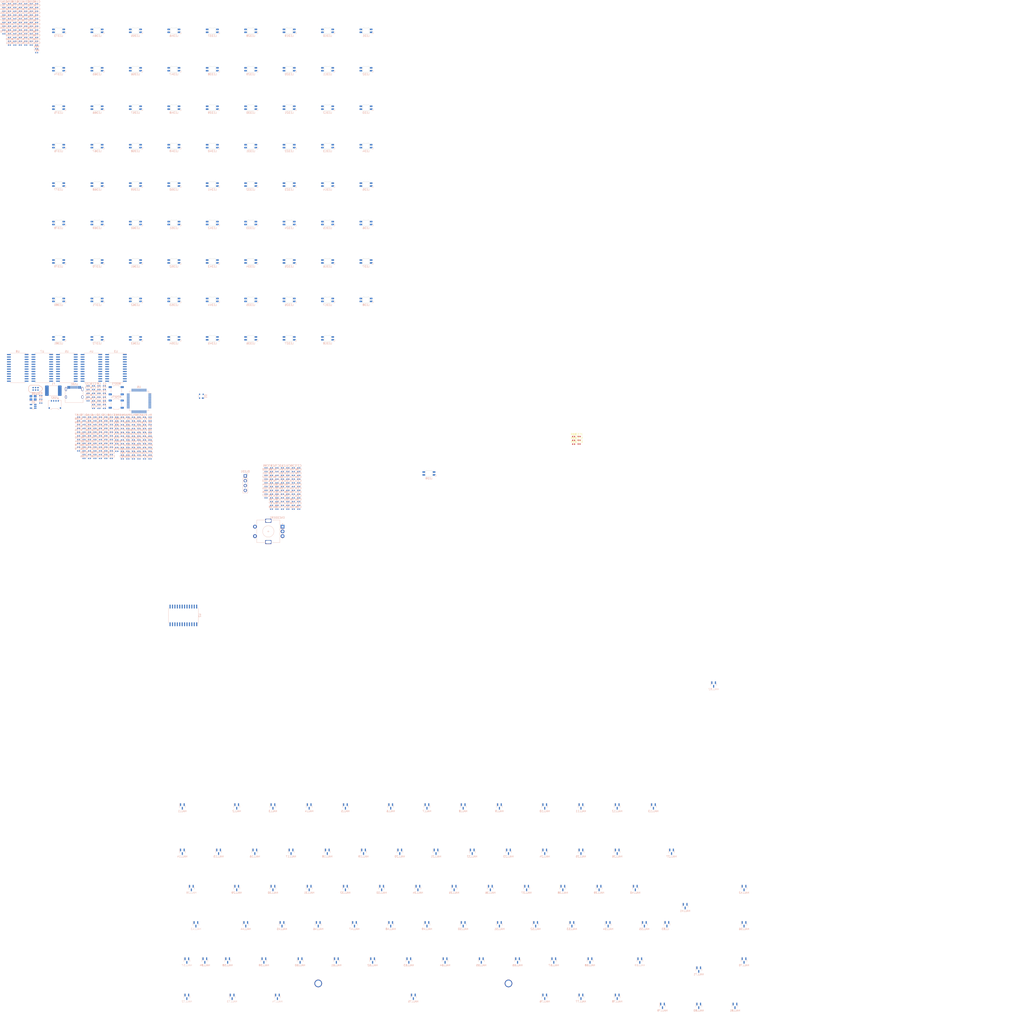
<source format=kicad_pcb>
(kicad_pcb (version 20221018) (generator pcbnew)
  (layers (0 "F.Cu" signal) (31 "B.Cu" signal) (34 "B.Paste" user) (35 "F.Paste" user) (36 "B.SilkS" user "B.Silkscreen") (37 "F.SilkS" user "F.Silkscreen") (38 "B.Mask" user) (39 "F.Mask" user) (44 "Edge.Cuts" user))
  (net 0 "")
  (net 1 "/BOOT0")
  (net 2 "+3V3")
  (net 3 "+5V")
  (net 4 "GND")
  (net 5 "NRESET")
  (net 6 "OSC_IN")
  (net 7 "OSC_OUT")
  (net 8 "/VCAP_1")
  (net 9 "KEYS_0_0")
  (net 10 "KEYS_0_1")
  (net 11 "KEYS_0_2")
  (net 12 "KEYS_0_3")
  (net 13 "KEYS_0_4")
  (net 14 "KEYS_0_5")
  (net 15 "KEYS_0_6")
  (net 16 "KEYS_0_7")
  (net 17 "KEYS_0_8")
  (net 18 "KEYS_0_9")
  (net 19 "KEYS_0_10")
  (net 20 "KEYS_0_11")
  (net 21 "KEYS_0_12")
  (net 22 "KEYS_1_0")
  (net 23 "KEYS_1_1")
  (net 24 "KEYS_1_2")
  (net 25 "KEYS_1_3")
  (net 26 "KEYS_1_4")
  (net 27 "KEYS_1_5")
  (net 28 "KEYS_1_6")
  (net 29 "KEYS_1_7")
  (net 30 "KEYS_1_8")
  (net 31 "KEYS_1_9")
  (net 32 "KEYS_1_10")
  (net 33 "KEYS_1_11")
  (net 34 "KEYS_1_12")
  (net 35 "KEYS_2_0")
  (net 36 "KEYS_2_1")
  (net 37 "KEYS_2_2")
  (net 38 "KEYS_2_3")
  (net 39 "KEYS_2_4")
  (net 40 "KEYS_2_5")
  (net 41 "KEYS_2_6")
  (net 42 "KEYS_2_7")
  (net 43 "KEYS_2_8")
  (net 44 "KEYS_2_9")
  (net 45 "KEYS_2_10")
  (net 46 "KEYS_2_11")
  (net 47 "KEYS_2_12")
  (net 48 "KEYS_3_0")
  (net 49 "KEYS_3_1")
  (net 50 "KEYS_3_2")
  (net 51 "KEYS_3_3")
  (net 52 "KEYS_3_4")
  (net 53 "KEYS_3_5")
  (net 54 "KEYS_3_6")
  (net 55 "KEYS_3_7")
  (net 56 "KEYS_3_8")
  (net 57 "KEYS_3_9")
  (net 58 "KEYS_3_10")
  (net 59 "KEYS_3_11")
  (net 60 "KEYS_3_12")
  (net 61 "KEYS_4_0")
  (net 62 "KEYS_4_1")
  (net 63 "KEYS_4_2")
  (net 64 "KEYS_4_3")
  (net 65 "KEYS_4_4")
  (net 66 "KEYS_4_5")
  (net 67 "KEYS_4_6")
  (net 68 "KEYS_4_7")
  (net 69 "KEYS_4_8")
  (net 70 "KEYS_4_9")
  (net 71 "KEYS_4_10")
  (net 72 "KEYS_4_11")
  (net 73 "KEYS_4_12")
  (net 74 "KEYS_5_0")
  (net 75 "KEYS_5_1")
  (net 76 "KEYS_5_2")
  (net 77 "KEYS_5_3")
  (net 78 "KEYS_5_4")
  (net 79 "KEYS_5_5")
  (net 80 "KEYS_5_6")
  (net 81 "KEYS_5_7")
  (net 82 "KEYS_5_8")
  (net 83 "KEYS_5_9")
  (net 84 "KEYS_1_13")
  (net 85 "KEYS_1_14")
  (net 86 "KEYS_2_13")
  (net 87 "KEYS_2_14")
  (net 88 "KEYS_3_13")
  (net 89 "KEYS_4_13")
  (net 90 "KEYS_4_14")
  (net 91 "USB_D+")
  (net 92 "USB_D-")
  (net 93 "VBUS")
  (net 94 "Net-(LED1-DOUT)")
  (net 95 "Net-(LED1-DIN)")
  (net 96 "Net-(LED2-DOUT)")
  (net 97 "Net-(LED3-DOUT)")
  (net 98 "Net-(LED4-DOUT)")
  (net 99 "Net-(LED5-DOUT)")
  (net 100 "Net-(LED6-DOUT)")
  (net 101 "Net-(LED7-DOUT)")
  (net 102 "Net-(LED8-DOUT)")
  (net 103 "Net-(LED10-DIN)")
  (net 104 "Net-(LED10-DOUT)")
  (net 105 "Net-(LED11-DOUT)")
  (net 106 "Net-(LED12-DOUT)")
  (net 107 "Net-(LED13-DOUT)")
  (net 108 "Net-(LED14-DOUT)")
  (net 109 "Net-(LED15-DOUT)")
  (net 110 "Net-(LED16-DOUT)")
  (net 111 "Net-(LED17-DOUT)")
  (net 112 "Net-(LED18-DOUT)")
  (net 113 "Net-(LED19-DOUT)")
  (net 114 "Net-(LED20-DOUT)")
  (net 115 "Net-(LED21-DOUT)")
  (net 116 "Net-(LED22-DOUT)")
  (net 117 "Net-(LED23-DOUT)")
  (net 118 "Net-(LED24-DOUT)")
  (net 119 "Net-(LED25-DOUT)")
  (net 120 "Net-(LED26-DOUT)")
  (net 121 "Net-(LED27-DOUT)")
  (net 122 "Net-(LED28-DOUT)")
  (net 123 "Net-(LED29-DOUT)")
  (net 124 "Net-(LED30-DOUT)")
  (net 125 "Net-(LED31-DOUT)")
  (net 126 "Net-(LED32-DOUT)")
  (net 127 "Net-(LED33-DOUT)")
  (net 128 "Net-(LED34-DOUT)")
  (net 129 "Net-(LED35-DOUT)")
  (net 130 "Net-(LED36-DOUT)")
  (net 131 "Net-(LED37-DOUT)")
  (net 132 "Net-(LED38-DOUT)")
  (net 133 "Net-(LED39-DOUT)")
  (net 134 "Net-(LED40-DOUT)")
  (net 135 "Net-(LED41-DOUT)")
  (net 136 "Net-(LED42-DOUT)")
  (net 137 "Net-(LED43-DOUT)")
  (net 138 "Net-(LED44-DOUT)")
  (net 139 "Net-(LED45-DOUT)")
  (net 140 "Net-(LED46-DOUT)")
  (net 141 "Net-(LED47-DOUT)")
  (net 142 "Net-(LED48-DOUT)")
  (net 143 "Net-(LED49-DOUT)")
  (net 144 "Net-(LED50-DOUT)")
  (net 145 "Net-(LED51-DOUT)")
  (net 146 "Net-(LED52-DOUT)")
  (net 147 "Net-(LED53-DOUT)")
  (net 148 "Net-(LED54-DOUT)")
  (net 149 "Net-(LED55-DOUT)")
  (net 150 "Net-(LED56-DOUT)")
  (net 151 "Net-(LED57-DOUT)")
  (net 152 "Net-(LED58-DOUT)")
  (net 153 "Net-(LED59-DOUT)")
  (net 154 "Net-(LED60-DOUT)")
  (net 155 "Net-(LED61-DOUT)")
  (net 156 "Net-(LED62-DOUT)")
  (net 157 "Net-(LED63-DOUT)")
  (net 158 "Net-(LED64-DOUT)")
  (net 159 "Net-(LED65-DOUT)")
  (net 160 "Net-(LED66-DOUT)")
  (net 161 "Net-(LED67-DOUT)")
  (net 162 "Net-(LED68-DOUT)")
  (net 163 "Net-(LED69-DOUT)")
  (net 164 "Net-(LED70-DOUT)")
  (net 165 "Net-(LED71-DOUT)")
  (net 166 "Net-(LED72-DOUT)")
  (net 167 "Net-(LED73-DOUT)")
  (net 168 "Net-(LED74-DOUT)")
  (net 169 "Net-(LED75-DOUT)")
  (net 170 "Net-(LED76-DOUT)")
  (net 171 "Net-(LED77-DOUT)")
  (net 172 "Net-(LED78-DOUT)")
  (net 173 "Net-(LED79-DOUT)")
  (net 174 "Net-(LED80-DOUT)")
  (net 175 "Net-(LED81-DOUT)")
  (net 176 "I2C1_SDA")
  (net 177 "I2C1_SCL")
  (net 178 "Net-(USB1-CC1)")
  (net 179 "Net-(USB1-CC2)")
  (net 180 "F_KEYS_0_0")
  (net 181 "F_KEYS_0_1")
  (net 182 "F_KEYS_0_2")
  (net 183 "F_KEYS_0_3")
  (net 184 "F_KEYS_0_4")
  (net 185 "F_KEYS_0_5")
  (net 186 "F_KEYS_0_6")
  (net 187 "F_KEYS_0_7")
  (net 188 "F_KEYS_0_8")
  (net 189 "F_KEYS_0_9")
  (net 190 "F_KEYS_0_10")
  (net 191 "F_KEYS_0_11")
  (net 192 "F_KEYS_0_12")
  (net 193 "F_KEYS_1_0")
  (net 194 "F_KEYS_1_1")
  (net 195 "F_KEYS_1_2")
  (net 196 "F_KEYS_1_3")
  (net 197 "F_KEYS_1_4")
  (net 198 "F_KEYS_1_5")
  (net 199 "F_KEYS_1_6")
  (net 200 "F_KEYS_1_7")
  (net 201 "F_KEYS_1_8")
  (net 202 "F_KEYS_1_9")
  (net 203 "F_KEYS_1_10")
  (net 204 "F_KEYS_1_11")
  (net 205 "F_KEYS_1_12")
  (net 206 "F_KEYS_2_0")
  (net 207 "F_KEYS_2_1")
  (net 208 "F_KEYS_2_2")
  (net 209 "F_KEYS_2_3")
  (net 210 "F_KEYS_2_4")
  (net 211 "F_KEYS_2_5")
  (net 212 "F_KEYS_2_6")
  (net 213 "F_KEYS_2_7")
  (net 214 "F_KEYS_2_8")
  (net 215 "F_KEYS_2_9")
  (net 216 "F_KEYS_2_10")
  (net 217 "F_KEYS_2_11")
  (net 218 "F_KEYS_2_12")
  (net 219 "F_KEYS_3_0")
  (net 220 "F_KEYS_3_1")
  (net 221 "F_KEYS_3_2")
  (net 222 "F_KEYS_3_3")
  (net 223 "F_KEYS_3_4")
  (net 224 "F_KEYS_3_5")
  (net 225 "F_KEYS_3_6")
  (net 226 "F_KEYS_3_7")
  (net 227 "F_KEYS_3_8")
  (net 228 "F_KEYS_3_9")
  (net 229 "F_KEYS_3_10")
  (net 230 "F_KEYS_3_11")
  (net 231 "F_KEYS_3_12")
  (net 232 "F_KEYS_4_0")
  (net 233 "F_KEYS_4_1")
  (net 234 "F_KEYS_4_2")
  (net 235 "F_KEYS_4_3")
  (net 236 "F_KEYS_4_4")
  (net 237 "F_KEYS_4_5")
  (net 238 "F_KEYS_4_6")
  (net 239 "F_KEYS_4_7")
  (net 240 "F_KEYS_4_8")
  (net 241 "F_KEYS_4_9")
  (net 242 "F_KEYS_4_10")
  (net 243 "F_KEYS_4_11")
  (net 244 "F_KEYS_4_12")
  (net 245 "F_KEYS_5_0")
  (net 246 "F_KEYS_5_1")
  (net 247 "F_KEYS_5_2")
  (net 248 "F_KEYS_5_3")
  (net 249 "F_KEYS_5_4")
  (net 250 "F_KEYS_5_5")
  (net 251 "F_KEYS_5_6")
  (net 252 "F_KEYS_5_7")
  (net 253 "F_KEYS_5_8")
  (net 254 "F_KEYS_5_9")
  (net 255 "F_KEYS_1_13")
  (net 256 "F_KEYS_1_14")
  (net 257 "F_KEYS_2_13")
  (net 258 "F_KEYS_2_14")
  (net 259 "RGB_DIN")
  (net 260 "F_KEYS_3_13")
  (net 261 "F_KEYS_4_13")
  (net 262 "F_KEYS_4_14")
  (net 263 "ENCODER_A")
  (net 264 "ENCODER_B")
  (net 265 "SWDIO")
  (net 266 "SWCLK")
  (net 267 "SWO")
  (net 269 "ADC123_IN0")
  (net 270 "S0")
  (net 271 "S1")
  (net 272 "S3")
  (net 273 "S2")
  (net 277 "ADC123_IN1")
  (net 279 "ADC123_IN2")
  (net 280 "KEYS_2_15")
  (net 281 "ADC123_IN3")
  (net 283 "KEYS_3_14")
  (net 287 "ADC123_IN10")
  (net 288 "ADC123_IN11")
  (net 289 "ADC123_IN12")
  (net 290 "ADC123_IN13")
  (net 314 "KEYS_4_15")
  (net 324 "F_KEYS_2_15")
  (net 325 "F_KEYS_3_14")
  (net 326 "F_KEYS_4_15")
  (net 327 "/F_KEYS_2_15")
  (footprint "Resistor_SMD:R_0402_1005Metric" (layer "F.Cu") (at 248.540428 -109.3856)
    (fp_text reference "R90")
    (fp_text value "10k")
  )
  (footprint "PCM_marbastlib-mx:STAB_MX_2.25u" (layer "F.Cu") (at 54.76875 161.925)
    (fp_text reference "S84" hide)
    (fp_text value "MX_stab")
  )
  (footprint "Resistor_SMD:R_0402_1005Metric" (layer "F.Cu") (at 248.540428 -113.3656)
    (fp_text reference "R88")
    (fp_text value "10k")
  )
  (footprint "PCM_marbastlib-mx:STAB_MX_2u" (layer "F.Cu") (at 300.0375 104.775 180)
    (fp_text reference "S27" hide)
    (fp_text value "STAB_MX_2u")
  )
  (footprint "Capacitor_SMD:C_0402_1005Metric" (layer "F.Cu") (at 251.430428 -113.3756)
    (fp_text reference "C271")
    (fp_text value "100n")
  )
  (footprint "PCM_marbastlib-mx:STAB_MX_ISO" (layer "F.Cu") (at 307.1622 133.35)
    (fp_text reference "S41" hide)
    (fp_text value "STAB_MX_ISO")
  )
  (footprint "PCM_marbastlib-mx:STAB_MX_2.25u" (layer "F.Cu") (at 462.788 107.23705)
    (fp_text reference "S83" hide)
    (fp_text value "MX_stab")
  )
  (footprint "Capacitor_SMD:C_0402_1005Metric" (layer "F.Cu") (at 251.430428 -111.4056)
    (fp_text reference "C272")
    (fp_text value "100n")
  )
  (footprint "Capacitor_SMD:C_0402_1005Metric" (layer "F.Cu") (at 251.430428 -109.4356)
    (fp_text reference "C273")
    (fp_text value "100n")
  )
  (footprint "Resistor_SMD:R_0402_1005Metric" (layer "F.Cu") (at 248.540428 -111.3756)
    (fp_text reference "R89")
    (fp_text value "10k")
  )
  (footprint "PCM_marbastlib-mx:STAB_MX_P_6.25u" (layer "F.Cu") (at 164.30625 180.975)
    (fp_text reference "S75" hide)
    (fp_text value "STAB_MX_P_6.25U")
  )
  (footprint "Resistor_SMD:R_0402_1005Metric" (layer "B.Cu") (at 22.964 -111.5906 180)
    (fp_text reference "R22")
    (fp_text value "10k")
  )
  (footprint "MoonBoard:SLSS49E-3 with MX holes" (layer "B.Cu") (at 333.375 185.7375 180)
    (fp_text reference "HALL81")
    (fp_text value "SLSS49E-3")
  )
  (footprint "MoonBoard:SLSS49E-3 with MX holes" (layer "B.Cu") (at 233.3625 104.775 180)
    (fp_text reference "HALL24")
    (fp_text value "SLSS49E-3")
  )
  (footprint "Resistor_SMD:R_0402_1005Metric" (layer "B.Cu") (at 25.874 -105.6206 180)
    (fp_text reference "R13")
    (fp_text value "10k")
  )
  (footprint "Capacitor_SMD:C_0402_1005Metric" (layer "B.Cu") (at -45.206 -324.9806 180)
    (fp_text reference "C246")
    (fp_text value "100n")
  )
  (footprint "MoonBoard:SLSS49E-3 with MX holes" (layer "B.Cu") (at 307.18125 133.35 180)
    (fp_text reference "HALL41")
    (fp_text value "SLSS49E-3")
  )
  (footprint "PCM_marbastlib-mx:LED_MX_6028R" (layer "B.Cu") (at 78.809 -245.7456 180)
    (fp_text reference "LED32")
    (fp_text value "MX_SK6812MINI-E" hide)
    (fp_line (start -1.699999 0.702843) (end -1.699999 -0.702841) (stroke (width 0.1)) (layer "Edge.Cuts"))
    (fp_line (start -0.794452 -1.499999) (end 0.794452 -1.499999) (stroke (width 0.1)) (layer "Edge.Cuts"))
    (fp_line (start 0.794452 1.5) (end -0.794453 1.5) (stroke (width 0.1)) (layer "Edge.Cuts"))
    (fp_line (start 1.699999 -0.702841) (end 1.699999 0.702843) (stroke (width 0.1)) (layer "Edge.Cuts"))
    (fp_arc (start -1.749484 -0.919719) (mid -1.712527 -0.814067) (end -1.699999 -0.702841) (stroke (width 0.1)) (layer "Edge.Cuts"))
    (fp_arc (start -1.749484 -0.919718) (mid -1.638072 -1.504034) (end -1.046711 -1.568298) (stroke (width 0.1)) (layer "Edge.Cuts"))
    (fp_arc (start -1.699999 0.702844) (mid -1.712527 0.814069) (end -1.749484 0.919721) (stroke (width 0.1)) (layer "Edge.Cuts"))
    (fp_arc (start -1.046711 1.568299) (mid -1.638071 1.504036) (end -1.749484 0.919721) (stroke (width 0.1)) (layer "Edge.Cuts"))
    (fp_arc (start -1.046711 1.568299) (mid -0.925123 1.517377) (end -0.794453 1.5) (stroke (width 0.1)) (layer "Edge.Cuts"))
    (fp_arc (start -0.794452 -1.499999) (mid -0.925123 -1.517376) (end -1.046711 -1.568298) (stroke (width 0.1)) (layer "Edge.Cuts"))
    (fp_arc (start 0.794453 1.500001) (mid 0.925123 1.517378) (end 1.046711 1.5683) (stroke (width 0.1)) (layer "Edge.Cuts"))
    (fp_arc (start 1.04671 -1.568298) (mid 0.925122 -1.517376) (end 0.794452 -1.499999) (stroke (width 0.1)) (layer "Edge.Cuts"))
    (fp_arc (start 1.046711 -1.568296) (mid 1.638069 -1.504034) (end 1.749484 -0.919719) (stroke (width 0.1)) (layer "Edge.Cuts"))
    (fp_arc (start 1.699999 -0.702842) (mid 1.712519 -0.81407) (end 1.749484 -0.919719) (stroke (width 0.1)) (layer "Edge.Cuts"))
    (fp_arc (start 1.749484 0.919721) (mid 1.638072 1.504036) (end 1.046711 1.5683) (stroke (width 0.1)) (layer "Edge.Cuts"))
    (fp_arc (start 1.749484 0.919721) (mid 1.712526 0.814069) (end 1.699999 0.702843) (stroke (width 0.1)) (layer "Edge.Cuts"))
  )
  (footprint "Capacitor_SMD:C_0402_1005Metric" (layer "B.Cu") (at 86.844 -87.0406 180)
    (fp_text reference "C104")
    (fp_text value "100n")
  )
  (footprint "Resistor_SMD:R_0402_1005Metric" (layer "B.Cu") (at 11.324 -101.6406 180)
    (fp_text reference "R82")
    (fp_text value "10k")
  )
  (footprint "Capacitor_SMD:C_0402_1005Metric" (layer "B.Cu") (at -39.466 -338.7706 180)
    (fp_text reference "C215")
    (fp_text value "100n")
  )
  (footprint "Capacitor_SMD:C_0402_1005Metric" (layer "B.Cu") (at -11.696 -117.6306 180)
    (fp_text reference "C134")
    (fp_text value "100n")
  )
  (footprint "Resistor_SMD:R_0402_1005Metric" (layer "B.Cu") (at 8.414 -121.5406 180)
    (fp_text reference "R84")
    (fp_text value "10k")
  )
  (footprint "Capacitor_SMD:C_0402_1005Metric" (layer "B.Cu") (at 2.654 -119.6006 180)
    (fp_text reference "C122")
    (fp_text value "100n")
  )
  (footprint "Connector_USB:USB_C_Receptacle_HRO_TYPE-C-31-M-12" (layer "B.Cu") (at -13.996 -135.1806 180)
    (fp_text reference "USB1")
    (fp_text value "USB_C_Receptacle_USB2.0")
  )
  (footprint "Capacitor_SMD:C_0402_1005Metric" (layer "B.Cu") (at 92.584 -83.1006 180)
    (fp_text reference "C82")
    (fp_text value "100n")
  )
  (footprint "PCM_marbastlib-mx:LED_MX_6028R" (layer "B.Cu") (at 38.409 -286.1456 180)
    (fp_text reference "LED48")
    (fp_text value "MX_SK6812MINI-E" hide)
    (fp_line (start -1.699999 0.702843) (end -1.699999 -0.702841) (stroke (width 0.1)) (layer "Edge.Cuts"))
    (fp_line (start -0.794452 -1.499999) (end 0.794452 -1.499999) (stroke (width 0.1)) (layer "Edge.Cuts"))
    (fp_line (start 0.794452 1.5) (end -0.794453 1.5) (stroke (width 0.1)) (layer "Edge.Cuts"))
    (fp_line (start 1.699999 -0.702841) (end 1.699999 0.702843) (stroke (width 0.1)) (layer "Edge.Cuts"))
    (fp_arc (start -1.749484 -0.919719) (mid -1.712527 -0.814067) (end -1.699999 -0.702841) (stroke (width 0.1)) (layer "Edge.Cuts"))
    (fp_arc (start -1.749484 -0.919718) (mid -1.638072 -1.504034) (end -1.046711 -1.568298) (stroke (width 0.1)) (layer "Edge.Cuts"))
    (fp_arc (start -1.699999 0.702844) (mid -1.712527 0.814069) (end -1.749484 0.919721) (stroke (width 0.1)) (layer "Edge.Cuts"))
    (fp_arc (start -1.046711 1.568299) (mid -1.638071 1.504036) (end -1.749484 0.919721) (stroke (width 0.1)) (layer "Edge.Cuts"))
    (fp_arc (start -1.046711 1.568299) (mid -0.925123 1.517377) (end -0.794453 1.5) (stroke (width 0.1)) (layer "Edge.Cuts"))
    (fp_arc (start -0.794452 -1.499999) (mid -0.925123 -1.517376) (end -1.046711 -1.568298) (stroke (width 0.1)) (layer "Edge.Cuts"))
    (fp_arc (start 0.794453 1.500001) (mid 0.925123 1.517378) (end 1.046711 1.5683) (stroke (width 0.1)) (layer "Edge.Cuts"))
    (fp_arc (start 1.04671 -1.568298) (mid 0.925122 -1.517376) (end 0.794452 -1.499999) (stroke (width 0.1)) (layer "Edge.Cuts"))
    (fp_arc (start 1.046711 -1.568296) (mid 1.638069 -1.504034) (end 1.749484 -0.919719) (stroke (width 0.1)) (layer "Edge.Cuts"))
    (fp_arc (start 1.699999 -0.702842) (mid 1.712519 -0.81407) (end 1.749484 -0.919719) (stroke (width 0.1)) (layer "Edge.Cuts"))
    (fp_arc (start 1.749484 0.919721) (mid 1.638072 1.504036) (end 1.046711 1.5683) (stroke (width 0.1)) (layer "Edge.Cuts"))
    (fp_arc (start 1.749484 0.919721) (mid 1.712526 0.814069) (end 1.699999 0.702843) (stroke (width 0.1)) (layer "Edge.Cuts"))
  )
  (footprint "Capacitor_SMD:C_0402_1005Metric" (layer "B.Cu") (at -36.596 -336.8006 180)
    (fp_text reference "C204")
    (fp_text value "100n")
  )
  (footprint "Capacitor_SMD:C_0402_1005Metric" (layer "B.Cu") (at -8.826 -103.8406 180)
    (fp_text reference "C185")
    (fp_text value "100n")
  )
  (footprint "Capacitor_SMD:C_0402_1005Metric" (layer "B.Cu") (at -50.946 -324.9806 180)
    (fp_text reference "C270")
    (fp_text value "100n")
  )
  (footprint "Capacitor_SMD:C_0402_1005Metric" (layer "B.Cu") (at -45.206 -323.0106 180)
    (fp_text reference "C247")
    (fp_text value "100n")
  )
  (footprint "Resistor_SMD:R_0402_1005Metric" (layer "B.Cu") (at 22.964 -115.5706 180)
    (fp_text reference "R20")
    (fp_text value "10k")
  )
  (footprint "PCM_marbastlib-mx:LED_MX_6028R" (layer "B.Cu") (at 18.209 -265.9456 180)
    (fp_text reference "LED58")
    (fp_text value "MX_SK6812MINI-E" hide)
    (fp_line (start -1.699999 0.702843) (end -1.699999 -0.702841) (stroke (width 0.1)) (layer "Edge.Cuts"))
    (fp_line (start -0.794452 -1.499999) (end 0.794452 -1.499999) (stroke (width 0.1)) (layer "Edge.Cuts"))
    (fp_line (start 0.794452 1.5) (end -0.794453 1.5) (stroke (width 0.1)) (layer "Edge.Cuts"))
    (fp_line (start 1.699999 -0.702841) (end 1.699999 0.702843) (stroke (width 0.1)) (layer "Edge.Cuts"))
    (fp_arc (start -1.749484 -0.919719) (mid -1.712527 -0.814067) (end -1.699999 -0.702841) (stroke (width 0.1)) (layer "Edge.Cuts"))
    (fp_arc (start -1.749484 -0.919718) (mid -1.638072 -1.504034) (end -1.046711 -1.568298) (stroke (width 0.1)) (layer "Edge.Cuts"))
    (fp_arc (start -1.699999 0.702844) (mid -1.712527 0.814069) (end -1.749484 0.919721) (stroke (width 0.1)) (layer "Edge.Cuts"))
    (fp_arc (start -1.046711 1.568299) (mid -1.638071 1.504036) (end -1.749484 0.919721) (stroke (width 0.1)) (layer "Edge.Cuts"))
    (fp_arc (start -1.046711 1.568299) (mid -0.925123 1.517377) (end -0.794453 1.5) (stroke (width 0.1)) (layer "Edge.Cuts"))
    (fp_arc (start -0.794452 -1.499999) (mid -0.925123 -1.517376) (end -1.046711 -1.568298) (stroke (width 0.1)) (layer "Edge.Cuts"))
    (fp_arc (start 0.794453 1.500001) (mid 0.925123 1.517378) (end 1.046711 1.5683) (stroke (width 0.1)) (layer "Edge.Cuts"))
    (fp_arc (start 1.04671 -1.568298) (mid 0.925122 -1.517376) (end 0.794452 -1.499999) (stroke (width 0.1)) (layer "Edge.Cuts"))
    (fp_arc (start 1.046711 -1.568296) (mid 1.638069 -1.504034) (end 1.749484 -0.919719) (stroke (width 0.1)) (layer "Edge.Cuts"))
    (fp_arc (start 1.699999 -0.702842) (mid 1.712519 -0.81407) (end 1.749484 -0.919719) (stroke (width 0.1)) (layer "Edge.Cuts"))
    (fp_arc (start 1.749484 0.919721) (mid 1.638072 1.504036) (end 1.046711 1.5683) (stroke (width 0.1)) (layer "Edge.Cuts"))
    (fp_arc (start 1.749484 0.919721) (mid 1.712526 0.814069) (end 1.699999 0.702843) (stroke (width 0.1)) (layer "Edge.Cuts"))
  )
  (footprint "Capacitor_SMD:C_0402_1005Metric" (layer "B.Cu") (at -45.206 -319.0706 180)
    (fp_text reference "C249")
    (fp_text value "100n")
  )
  (footprint "Capacitor_SMD:C_0402_1005Metric" (layer "B.Cu") (at 101.194 -89.0106 180)
    (fp_text reference "C43")
    (fp_text value "100n")
  )
  (footprint "Resistor_SMD:R_0402_1005Metric" (layer "B.Cu") (at 14.234 -117.5606 180)
    (fp_text reference "R59")
    (fp_text value "10k")
  )
  (footprint "MoonBoard:SLSS49E-3 with 1.75u MX holes" (layer "B.Cu") (at 50.00625 142.875 180)
    (fp_text reference "HALL43")
    (fp_text value "SLSS49E-3")
  )
  (footprint "Capacitor_SMD:C_0402_1005Metric" (layer "B.Cu") (at 2.654 -111.7206 180)
    (fp_text reference "C126")
    (fp_text value "100n")
  )
  (footprint "Capacitor_SMD:C_0402_1005Metric" (layer "B.Cu") (at -3.086 -105.8106 180)
    (fp_text reference "C157")
    (fp_text value "100n")
  )
  (footprint "Capacitor_SMD:C_0402_1005Metric" (layer "B.Cu") (at 98.324 -90.9806 180)
    (fp_text reference "C54")
    (fp_text value "100n")
  )
  (footprint "Capacitor_SMD:C_0402_1005Metric" (layer "B.Cu") (at -0.216 -101.8706 180)
    (fp_text reference "C145")
    (fp_text value "100n")
  )
  (footprint "Capacitor_SMD:C_0402_1005Metric" (layer "B.Cu") (at 104.064 -94.9206 180)
    (fp_text reference "C28")
    (fp_text value "100n")
  )
  (footprint "Capacitor_SMD:C_0402_1005Metric" (layer "B.Cu") (at -45.206 -330.8906 180)
    (fp_text reference "C243")
    (fp_text value "100n")
  )
  (footprint "Capacitor_SMD:C_0402_1005Metric" (layer "B.Cu") (at -5.956 -115.6606 180)
    (fp_text reference "C165")
    (fp_text value "100n")
  )
  (footprint "Resistor_SMD:R_0402_1005Metric" (layer "B.Cu") (at 25.874 -101.6406 180)
    (fp_text reference "R15")
    (fp_text value "10k")
  )
  (footprint "MoonBoard:SLSS49E-3 with MX holes" (layer "B.Cu") (at 271.4625 180.975 180)
    (fp_text reference "HALL78")
    (fp_text value "SLSS49E-3")
  )
  (footprint "PCM_marbastlib-mx:LED_MX_6028R" (layer "B.Cu") (at 99.009 -286.1456 180)
    (fp_text reference "LED21")
    (fp_text value "MX_SK6812MINI-E" hide)
    (fp_line (start -1.699999 0.702843) (end -1.699999 -0.702841) (stroke (width 0.1)) (layer "Edge.Cuts"))
    (fp_line (start -0.794452 -1.499999) (end 0.794452 -1.499999) (stroke (width 0.1)) (layer "Edge.Cuts"))
    (fp_line (start 0.794452 1.5) (end -0.794453 1.5) (stroke (width 0.1)) (layer "Edge.Cuts"))
    (fp_line (start 1.699999 -0.702841) (end 1.699999 0.702843) (stroke (width 0.1)) (layer "Edge.Cuts"))
    (fp_arc (start -1.749484 -0.919719) (mid -1.712527 -0.814067) (end -1.699999 -0.702841) (stroke (width 0.1)) (layer "Edge.Cuts"))
    (fp_arc (start -1.749484 -0.919718) (mid -1.638072 -1.504034) (end -1.046711 -1.568298) (stroke (width 0.1)) (layer "Edge.Cuts"))
    (fp_arc (start -1.699999 0.702844) (mid -1.712527 0.814069) (end -1.749484 0.919721) (stroke (width 0.1)) (layer "Edge.Cuts"))
    (fp_arc (start -1.046711 1.568299) (mid -1.638071 1.504036) (end -1.749484 0.919721) (stroke (width 0.1)) (layer "Edge.Cuts"))
    (fp_arc (start -1.046711 1.568299) (mid -0.925123 1.517377) (end -0.794453 1.5) (stroke (width 0.1)) (layer "Edge.Cuts"))
    (fp_arc (start -0.794452 -1.499999) (mid -0.925123 -1.517376) (end -1.046711 -1.568298) (stroke (width 0.1)) (layer "Edge.Cuts"))
    (fp_arc (start 0.794453 1.500001) (mid 0.925123 1.517378) (end 1.046711 1.5683) (stroke (width 0.1)) (layer "Edge.Cuts"))
    (fp_arc (start 1.04671 -1.568298) (mid 0.925122 -1.517376) (end 0.794452 -1.499999) (stroke (width 0.1)) (layer "Edge.Cuts"))
    (fp_arc (start 1.046711 -1.568296) (mid 1.638069 -1.504034) (end 1.749484 -0.919719) (stroke (width 0.1)) (layer "Edge.Cuts"))
    (fp_arc (start 1.699999 -0.702842) (mid 1.712519 -0.81407) (end 1.749484 -0.919719) (stroke (width 0.1)) (layer "Edge.Cuts"))
    (fp_arc (start 1.749484 0.919721) (mid 1.638072 1.504036) (end 1.046711 1.5683) (stroke (width 0.1)) (layer "Edge.Cuts"))
    (fp_arc (start 1.749484 0.919721) (mid 1.712526 0.814069) (end 1.699999 0.702843) (stroke (width 0.1)) (layer "Edge.Cuts"))
  )
  (footprint "MoonBoard:SLSS49E-3 with MX holes" (layer "B.Cu") (at 271.4625 80.9625 180)
    (fp_text reference "HALL12")
    (fp_text value "SLSS49E-3")
  )
  (footprint "PCM_marbastlib-mx:LED_MX_6028R" (layer "B.Cu") (at 99.009 -245.7456 180)
    (fp_text reference "LED23")
    (fp_text value "MX_SK6812MINI-E" hide)
    (fp_line (start -1.699999 0.702843) (end -1.699999 -0.702841) (stroke (width 0.1)) (layer "Edge.Cuts"))
    (fp_line (start -0.794452 -1.499999) (end 0.794452 -1.499999) (stroke (width 0.1)) (layer "Edge.Cuts"))
    (fp_line (start 0.794452 1.5) (end -0.794453 1.5) (stroke (width 0.1)) (layer "Edge.Cuts"))
    (fp_line (start 1.699999 -0.702841) (end 1.699999 0.702843) (stroke (width 0.1)) (layer "Edge.Cuts"))
    (fp_arc (start -1.749484 -0.919719) (mid -1.712527 -0.814067) (end -1.699999 -0.702841) (stroke (width 0.1)) (layer "Edge.Cuts"))
    (fp_arc (start -1.749484 -0.919718) (mid -1.638072 -1.504034) (end -1.046711 -1.568298) (stroke (width 0.1)) (layer "Edge.Cuts"))
    (fp_arc (start -1.699999 0.702844) (mid -1.712527 0.814069) (end -1.749484 0.919721) (stroke (width 0.1)) (layer "Edge.Cuts"))
    (fp_arc (start -1.046711 1.568299) (mid -1.638071 1.504036) (end -1.749484 0.919721) (stroke (width 0.1)) (layer "Edge.Cuts"))
    (fp_arc (start -1.046711 1.568299) (mid -0.925123 1.517377) (end -0.794453 1.5) (stroke (width 0.1)) (layer "Edge.Cuts"))
    (fp_arc (start -0.794452 -1.499999) (mid -0.925123 -1.517376) (end -1.046711 -1.568298) (stroke (width 0.1)) (layer "Edge.Cuts"))
    (fp_arc (start 0.794453 1.500001) (mid 0.925123 1.517378) (end 1.046711 1.5683) (stroke (width 0.1)) (layer "Edge.Cuts"))
    (fp_arc (start 1.04671 -1.568298) (mid 0.925122 -1.517376) (end 0.794452 -1.499999) (stroke (width 0.1)) (layer "Edge.Cuts"))
    (fp_arc (start 1.046711 -1.568296) (mid 1.638069 -1.504034) (end 1.749484 -0.919719) (stroke (width 0.1)) (layer "Edge.Cuts"))
    (fp_arc (start 1.699999 -0.702842) (mid 1.712519 -0.81407) (end 1.749484 -0.919719) (stroke (width 0.1)) (layer "Edge.Cuts"))
    (fp_arc (start 1.749484 0.919721) (mid 1.638072 1.504036) (end 1.046711 1.5683) (stroke (width 0.1)) (layer "Edge.Cuts"))
    (fp_arc (start 1.749484 0.919721) (mid 1.712526 0.814069) (end 1.699999 0.702843) (stroke (width 0.1)) (layer "Edge.Cuts"))
  )
  (footprint "PCM_marbastlib-mx:LED_MX_6028R" (layer "B.Cu") (at 78.809 -185.1456 180)
    (fp_text reference "LED35")
    (fp_text value "MX_SK6812MINI-E" hide)
    (fp_line (start -1.699999 0.702843) (end -1.699999 -0.702841) (stroke (width 0.1)) (layer "Edge.Cuts"))
    (fp_line (start -0.794452 -1.499999) (end 0.794452 -1.499999) (stroke (width 0.1)) (layer "Edge.Cuts"))
    (fp_line (start 0.794452 1.5) (end -0.794453 1.5) (stroke (width 0.1)) (layer "Edge.Cuts"))
    (fp_line (start 1.699999 -0.702841) (end 1.699999 0.702843) (stroke (width 0.1)) (layer "Edge.Cuts"))
    (fp_arc (start -1.749484 -0.919719) (mid -1.712527 -0.814067) (end -1.699999 -0.702841) (stroke (width 0.1)) (layer "Edge.Cuts"))
    (fp_arc (start -1.749484 -0.919718) (mid -1.638072 -1.504034) (end -1.046711 -1.568298) (stroke (width 0.1)) (layer "Edge.Cuts"))
    (fp_arc (start -1.699999 0.702844) (mid -1.712527 0.814069) (end -1.749484 0.919721) (stroke (width 0.1)) (layer "Edge.Cuts"))
    (fp_arc (start -1.046711 1.568299) (mid -1.638071 1.504036) (end -1.749484 0.919721) (stroke (width 0.1)) (layer "Edge.Cuts"))
    (fp_arc (start -1.046711 1.568299) (mid -0.925123 1.517377) (end -0.794453 1.5) (stroke (width 0.1)) (layer "Edge.Cuts"))
    (fp_arc (start -0.794452 -1.499999) (mid -0.925123 -1.517376) (end -1.046711 -1.568298) (stroke (width 0.1)) (layer "Edge.Cuts"))
    (fp_arc (start 0.794453 1.500001) (mid 0.925123 1.517378) (end 1.046711 1.5683) (stroke (width 0.1)) (layer "Edge.Cuts"))
    (fp_arc (start 1.04671 -1.568298) (mid 0.925122 -1.517376) (end 0.794452 -1.499999) (stroke (width 0.1)) (layer "Edge.Cuts"))
    (fp_arc (start 1.046711 -1.568296) (mid 1.638069 -1.504034) (end 1.749484 -0.919719) (stroke (width 0.1)) (layer "Edge.Cuts"))
    (fp_arc (start 1.699999 -0.702842) (mid 1.712519 -0.81407) (end 1.749484 -0.919719) (stroke (width 0.1)) (layer "Edge.Cuts"))
    (fp_arc (start 1.749484 0.919721) (mid 1.638072 1.504036) (end 1.046711 1.5683) (stroke (width 0.1)) (layer "Edge.Cuts"))
    (fp_arc (start 1.749484 0.919721) (mid 1.712526 0.814069) (end 1.699999 0.702843) (stroke (width 0.1)) (layer "Edge.Cuts"))
  )
  (footprint "Resistor_SMD:R_0402_1005Metric" (layer "B.Cu") (at 22.964 -119.5506 180)
    (fp_text reference "R18")
    (fp_text value "10k")
  )
  (footprint "PCM_marbastlib-mx:LED_MX_6028R" (layer "B.Cu") (at 38.409 -306.3456 180)
    (fp_text reference "LED47")
    (fp_text value "MX_SK6812MINI-E" hide)
    (fp_line (start -1.699999 0.702843) (end -1.699999 -0.702841) (stroke (width 0.1)) (layer "Edge.Cuts"))
    (fp_line (start -0.794452 -1.499999) (end 0.794452 -1.499999) (stroke (width 0.1)) (layer "Edge.Cuts"))
    (fp_line (start 0.794452 1.5) (end -0.794453 1.5) (stroke (width 0.1)) (layer "Edge.Cuts"))
    (fp_line (start 1.699999 -0.702841) (end 1.699999 0.702843) (stroke (width 0.1)) (layer "Edge.Cuts"))
    (fp_arc (start -1.749484 -0.919719) (mid -1.712527 -0.814067) (end -1.699999 -0.702841) (stroke (width 0.1)) (layer "Edge.Cuts"))
    (fp_arc (start -1.749484 -0.919718) (mid -1.638072 -1.504034) (end -1.046711 -1.568298) (stroke (width 0.1)) (layer "Edge.Cuts"))
    (fp_arc (start -1.699999 0.702844) (mid -1.712527 0.814069) (end -1.749484 0.919721) (stroke (width 0.1)) (layer "Edge.Cuts"))
    (fp_arc (start -1.046711 1.568299) (mid -1.638071 1.504036) (end -1.749484 0.919721) (stroke (width 0.1)) (layer "Edge.Cuts"))
    (fp_arc (start -1.046711 1.568299) (mid -0.925123 1.517377) (end -0.794453 1.5) (stroke (width 0.1)) (layer "Edge.Cuts"))
    (fp_arc (start -0.794452 -1.499999) (mid -0.925123 -1.517376) (end -1.046711 -1.568298) (stroke (width 0.1)) (layer "Edge.Cuts"))
    (fp_arc (start 0.794453 1.500001) (mid 0.925123 1.517378) (end 1.046711 1.5683) (stroke (width 0.1)) (layer "Edge.Cuts"))
    (fp_arc (start 1.04671 -1.568298) (mid 0.925122 -1.517376) (end 0.794452 -1.499999) (stroke (width 0.1)) (layer "Edge.Cuts"))
    (fp_arc (start 1.046711 -1.568296) (mid 1.638069 -1.504034) (end 1.749484 -0.919719) (stroke (width 0.1)) (layer "Edge.Cuts"))
    (fp_arc (start 1.699999 -0.702842) (mid 1.712519 -0.81407) (end 1.749484 -0.919719) (stroke (width 0.1)) (layer "Edge.Cuts"))
    (fp_arc (start 1.749484 0.919721) (mid 1.638072 1.504036) (end 1.046711 1.5683) (stroke (width 0.1)) (layer "Edge.Cuts"))
    (fp_arc (start 1.749484 0.919721) (mid 1.712526 0.814069) (end 1.699999 0.702843) (stroke (width 0.1)) (layer "Edge.Cuts"))
  )
  (footprint "Resistor_SMD:R_0402_1005Metric" (layer "B.Cu") (at 25.874 -107.6106 180)
    (fp_text reference "R12")
    (fp_text value "10k")
  )
  (footprint "Capacitor_SMD:C_0402_1005Metric" (layer "B.Cu") (at 95.454 -96.8906 180)
    (fp_text reference "C63")
    (fp_text value "100n")
  )
  (footprint "Capacitor_SMD:C_0402_1005Metric" (layer "B.Cu") (at -3.846 -130.1406 180)
    (fp_text reference "C20")
    (fp_text value "100n")
  )
  (footprint "PCM_marbastlib-mx:LED_MX_6028R" (layer "B.Cu") (at 119.209 -326.5456 180)
    (fp_text reference "LED10")
    (fp_text value "MX_SK6812MINI-E" hide)
    (fp_line (start -1.699999 0.702843) (end -1.699999 -0.702841) (stroke (width 0.1)) (layer "Edge.Cuts"))
    (fp_line (start -0.794452 -1.499999) (end 0.794452 -1.499999) (stroke (width 0.1)) (layer "Edge.Cuts"))
    (fp_line (start 0.794452 1.5) (end -0.794453 1.5) (stroke (width 0.1)) (layer "Edge.Cuts"))
    (fp_line (start 1.699999 -0.702841) (end 1.699999 0.702843) (stroke (width 0.1)) (layer "Edge.Cuts"))
    (fp_arc (start -1.749484 -0.919719) (mid -1.712527 -0.814067) (end -1.699999 -0.702841) (stroke (width 0.1)) (layer "Edge.Cuts"))
    (fp_arc (start -1.749484 -0.919718) (mid -1.638072 -1.504034) (end -1.046711 -1.568298) (stroke (width 0.1)) (layer "Edge.Cuts"))
    (fp_arc (start -1.699999 0.702844) (mid -1.712527 0.814069) (end -1.749484 0.919721) (stroke (width 0.1)) (layer "Edge.Cuts"))
    (fp_arc (start -1.046711 1.568299) (mid -1.638071 1.504036) (end -1.749484 0.919721) (stroke (width 0.1)) (layer "Edge.Cuts"))
    (fp_arc (start -1.046711 1.568299) (mid -0.925123 1.517377) (end -0.794453 1.5) (stroke (width 0.1)) (layer "Edge.Cuts"))
    (fp_arc (start -0.794452 -1.499999) (mid -0.925123 -1.517376) (end -1.046711 -1.568298) (stroke (width 0.1)) (layer "Edge.Cuts"))
    (fp_arc (start 0.794453 1.500001) (mid 0.925123 1.517378) (end 1.046711 1.5683) (stroke (width 0.1)) (layer "Edge.Cuts"))
    (fp_arc (start 1.04671 -1.568298) (mid 0.925122 -1.517376) (end 0.794452 -1.499999) (stroke (width 0.1)) (layer "Edge.Cuts"))
    (fp_arc (start 1.046711 -1.568296) (mid 1.638069 -1.504034) (end 1.749484 -0.919719) (stroke (width 0.1)) (layer "Edge.Cuts"))
    (fp_arc (start 1.699999 -0.702842) (mid 1.712519 -0.81407) (end 1.749484 -0.919719) (stroke (width 0.1)) (layer "Edge.Cuts"))
    (fp_arc (start 1.749484 0.919721) (mid 1.638072 1.504036) (end 1.046711 1.5683) (stroke (width 0.1)) (layer "Edge.Cuts"))
    (fp_arc (start 1.749484 0.919721) (mid 1.712526 0.814069) (end 1.699999 0.702843) (stroke (width 0.1)) (layer "Edge.Cuts"))
  )
  (footprint "PCM_marbastlib-mx:LED_MX_6028R" (layer "B.Cu") (at 78.809 -225.5456 180)
    (fp_text reference "LED33")
    (fp_text value "MX_SK6812MINI-E" hide)
    (fp_line (start -1.699999 0.702843) (end -1.699999 -0.702841) (stroke (width 0.1)) (layer "Edge.Cuts"))
    (fp_line (start -0.794452 -1.499999) (end 0.794452 -1.499999) (stroke (width 0.1)) (layer "Edge.Cuts"))
    (fp_line (start 0.794452 1.5) (end -0.794453 1.5) (stroke (width 0.1)) (layer "Edge.Cuts"))
    (fp_line (start 1.699999 -0.702841) (end 1.699999 0.702843) (stroke (width 0.1)) (layer "Edge.Cuts"))
    (fp_arc (start -1.749484 -0.919719) (mid -1.712527 -0.814067) (end -1.699999 -0.702841) (stroke (width 0.1)) (layer "Edge.Cuts"))
    (fp_arc (start -1.749484 -0.919718) (mid -1.638072 -1.504034) (end -1.046711 -1.568298) (stroke (width 0.1)) (layer "Edge.Cuts"))
    (fp_arc (start -1.699999 0.702844) (mid -1.712527 0.814069) (end -1.749484 0.919721) (stroke (width 0.1)) (layer "Edge.Cuts"))
    (fp_arc (start -1.046711 1.568299) (mid -1.638071 1.504036) (end -1.749484 0.919721) (stroke (width 0.1)) (layer "Edge.Cuts"))
    (fp_arc (start -1.046711 1.568299) (mid -0.925123 1.517377) (end -0.794453 1.5) (stroke (width 0.1)) (layer "Edge.Cuts"))
    (fp_arc (start -0.794452 -1.499999) (mid -0.925123 -1.517376) (end -1.046711 -1.568298) (stroke (width 0.1)) (layer "Edge.Cuts"))
    (fp_arc (start 0.794453 1.500001) (mid 0.925123 1.517378) (end 1.046711 1.5683) (stroke (width 0.1)) (layer "Edge.Cuts"))
    (fp_arc (start 1.04671 -1.568298) (mid 0.925122 -1.517376) (end 0.794452 -1.499999) (stroke (width 0.1)) (layer "Edge.Cuts"))
    (fp_arc (start 1.046711 -1.568296) (mid 1.638069 -1.504034) (end 1.749484 -0.919719) (stroke (width 0.1)) (layer "Edge.Cuts"))
    (fp_arc (start 1.699999 -0.702842) (mid 1.712519 -0.81407) (end 1.749484 -0.919719) (stroke (width 0.1)) (layer "Edge.Cuts"))
    (fp_arc (start 1.749484 0.919721) (mid 1.638072 1.504036) (end 1.046711 1.5683) (stroke (width 0.1)) (layer "Edge.Cuts"))
    (fp_arc (start 1.749484 0.919721) (mid 1.712526 0.814069) (end 1.699999 0.702843) (stroke (width 0.1)) (layer "Edge.Cuts"))
  )
  (footprint "Resistor_SMD:R_0402_1005Metric" (layer "B.Cu") (at 11.324 -109.6006 180)
    (fp_text reference "R78")
    (fp_text value "10k")
  )
  (footprint "Capacitor_SMD:C_0402_1005Metric" (layer "B.Cu") (at -5.956 -121.5706 180)
    (fp_text reference "C161")
    (fp_text value "100n")
  )
  (footprint "Capacitor_SMD:C_0402_1005Metric" (layer "B.Cu") (at -50.946 -336.8006 180)
    (fp_text reference "C264")
    (fp_text value "100n")
  )
  (footprint "Resistor_SMD:R_0402_1005Metric" (layer "B.Cu") (at 25.874 -115.5706 180)
    (fp_text reference "R8")
    (fp_text value "10k")
  )
  (footprint "Resistor_SMD:R_0402_1005Metric" (layer "B.Cu") (at 22.964 -107.6106 180)
    (fp_text reference "R24")
    (fp_text value "10k")
  )
  (footprint "Capacitor_SMD:C_0402_1005Metric" (layer "B.Cu") (at -42.336 -323.0106 180)
    (fp_text reference "C235")
    (fp_text value "100n")
  )
  (footprint "Capacitor_SMD:C_0402_1005Metric" (layer "B.Cu") (at -3.846 -136.0506 180)
    (fp_text reference "C17")
    (fp_text value "100n")
  )
  (footprint "Capacitor_SMD:C_0402_1005Metric" (layer "B.Cu") (at -0.976 -134.0806 180)
    (fp_text reference "C11")
    (fp_text value "2u2")
  )
  (footprint "MoonBoard:SLSS49E-3 with MX holes" (layer "B.Cu") (at 195.2625 104.775 180)
    (fp_text reference "HALL22")
    (fp_text value "SLSS49E-3")
  )
  (footprint "Resistor_SMD:R_0402_1005Metric" (layer "B.Cu") (at 17.144 -105.6206 180)
    (fp_text reference "R53")
    (fp_text value "10k")
  )
  (footprint "MoonBoard:SLSS49E-3 with 2.25 MX holes" (layer "B.Cu") (at 297.59385 142.85 180)
    (fp_text reference "HALL83")
    (fp_text value "SLSS49E-3")
  )
  (footprint "Capacitor_SMD:C_0402_1005Metric" (layer "B.Cu") (at -0.216 -123.5406 180)
    (fp_text reference "C132")
    (fp_text value "100n")
  )
  (footprint "Resistor_SMD:R_0402_1005Metric" (layer "B.Cu") (at 20.054 -101.6406 180)
    (fp_text reference "R41")
    (fp_text value "10k")
  )
  (footprint "Capacitor_SMD:C_0402_1005Metric" (layer "B.Cu") (at -6.716 -134.0806 180)
    (fp_text reference "C25")
    (fp_text value "100n")
  )
  (footprint "Capacitor_SMD:C_0402_1005Metric" (layer "B.Cu") (at -0.216 -121.5706 180)
    (fp_text reference "C133")
    (fp_text value "100n")
  )
  (footprint "Capacitor_SMD:C_0402_1005Metric" (layer "B.Cu") (at -36.596 -330.8906 180)
    (fp_text reference "C207")
    (fp_text value "100n")
  )
  (footprint "MoonBoard:SLSS49E-3 with MX holes" (layer "B.Cu") (at 114.3 142.875 180)
    (fp_text reference "HALL46")
    (fp_text value "SLSS49E-3")
  )
  (footprint "Capacitor_SMD:C_0402_1005Metric" (layer "B.Cu") (at -3.846 -138.0206 180)
    (fp_text reference "C16")
    (fp_text value "100n")
  )
  (footprint "Capacitor_SMD:C_0402_1005Metric" (layer "B.Cu") (at -42.336 -336.8006 180)
    (fp_text reference "C228")
    (fp_text value "100n")
  )
  (footprint "Capacitor_SMD:C_0402_1005Metric" (layer "B.Cu") (at 104.064 -77.1906 180)
    (fp_text reference "C37")
    (fp_text value "100n")
  )
  (footprint "MoonBoard:SLSS49E-3 with MX holes" (layer "B.Cu") (at 219.075 161.925 180)
    (fp_text reference "HALL66")
    (fp_text value "SLSS49E-3")
  )
  (footprint "Capacitor_SMD:C_0402_1005Metric" (layer "B.Cu") (at -39.466 -326.9506 180)
    (fp_text reference "C221")
    (fp_text value "100n")
  )
  (footprint "Capacitor_SMD:C_0402_1005Metric" (layer "B.Cu") (at -48.076 -332.8606 180)
    (fp_text reference "C254")
    (fp_text value "100n")
  )
  (footprint "Capacitor_SMD:C_0402_1005Metric" (layer "B.Cu") (at 95.454 -94.9206 180)
    (fp_text reference "C64")
    (fp_text value "100n")
  )
  (footprint "PCM_marbastlib-mx:LED_MX_6028R" (layer "B.Cu") (at 139.409 -286.1456 180)
    (fp_text reference "LED3")
    (fp_text value "MX_SK6812MINI-E" hide)
    (fp_line (start -1.699999 0.702843) (end -1.699999 -0.702841) (stroke (width 0.1)) (layer "Edge.Cuts"))
    (fp_line (start -0.794452 -1.499999) (end 0.794452 -1.499999) (stroke (width 0.1)) (layer "Edge.Cuts"))
    (fp_line (start 0.794452 1.5) (end -0.794453 1.5) (stroke (width 0.1)) (layer "Edge.Cuts"))
    (fp_line (start 1.699999 -0.702841) (end 1.699999 0.702843) (stroke (width 0.1)) (layer "Edge.Cuts"))
    (fp_arc (start -1.749484 -0.919719) (mid -1.712527 -0.814067) (end -1.699999 -0.702841) (stroke (width 0.1)) (layer "Edge.Cuts"))
    (fp_arc (start -1.749484 -0.919718) (mid -1.638072 -1.504034) (end -1.046711 -1.568298) (stroke (width 0.1)) (layer "Edge.Cuts"))
    (fp_arc (start -1.699999 0.702844) (mid -1.712527 0.814069) (end -1.749484 0.919721) (stroke (width 0.1)) (layer "Edge.Cuts"))
    (fp_arc (start -1.046711 1.568299) (mid -1.638071 1.504036) (end -1.749484 0.919721) (stroke (width 0.1)) (layer "Edge.Cuts"))
    (fp_arc (start -1.046711 1.568299) (mid -0.925123 1.517377) (end -0.794453 1.5) (stroke (width 0.1)) (layer "Edge.Cuts"))
    (fp_arc (start -0.794452 -1.499999) (mid -0.925123 -1.517376) (end -1.046711 -1.568298) (stroke (width 0.1)) (layer "Edge.Cuts"))
    (fp_arc (start 0.794453 1.500001) (mid 0.925123 1.517378) (end 1.046711 1.5683) (stroke (width 0.1)) (layer "Edge.Cuts"))
    (fp_arc (start 1.04671 -1.568298) (mid 0.925122 -1.517376) (end 0.794452 -1.499999) (stroke (width 0.1)) (layer "Edge.Cuts"))
    (fp_arc (start 1.046711 -1.568296) (mid 1.638069 -1.504034) (end 1.749484 -0.919719) (stroke (width 0.1)) (layer "Edge.Cuts"))
    (fp_arc (start 1.699999 -0.702842) (mid 1.712519 -0.81407) (end 1.749484 -0.919719) (stroke (width 0.1)) (layer "Edge.Cuts"))
    (fp_arc (start 1.749484 0.919721) (mid 1.638072 1.504036) (end 1.046711 1.5683) (stroke (width 0.1)) (layer "Edge.Cuts"))
    (fp_arc (start 1.749484 0.919721) (mid 1.712526 0.814069) (end 1.699999 0.702843) (stroke (width 0.1)) (layer "Edge.Cuts"))
  )
  (footprint "Capacitor_SMD:C_0402_1005Metric" (layer "B.Cu") (at -39.466 -334.8306 180)
    (fp_text reference "C217")
    (fp_text value "100n")
  )
  (footprint "Capacitor_SMD:C_0402_1005Metric" (layer "B.Cu") (at -0.216 -117.6306 180)
    (fp_text reference "C137")
    (fp_text value "100n")
  )
  (footprint "Capacitor_SMD:C_0402_1005Metric" (layer "B.Cu") (at -0.216 -103.8406 180)
    (fp_text reference "C144")
    (fp_text value "100n")
  )
  (footprint "PCM_marbastlib-mx:LED_MX_6028R" (layer "B.Cu") (at -1.991 -164.9456 180)
    (fp_text reference "LED72")
    (fp_text value "MX_SK6812MINI-E" hide)
    (fp_line (start -1.699999 0.702843) (end -1.699999 -0.702841) (stroke (width 0.1)) (layer "Edge.Cuts"))
    (fp_line (start -0.794452 -1.499999) (end 0.794452 -1.499999) (stroke (width 0.1)) (layer "Edge.Cuts"))
    (fp_line (start 0.794452 1.5) (end -0.794453 1.5) (stroke (width 0.1)) (layer "Edge.Cuts"))
    (fp_line (start 1.699999 -0.702841) (end 1.699999 0.702843) (stroke (width 0.1)) (layer "Edge.Cuts"))
    (fp_arc (start -1.749484 -0.919719) (mid -1.712527 -0.814067) (end -1.699999 -0.702841) (stroke (width 0.1)) (layer "Edge.Cuts"))
    (fp_arc (start -1.749484 -0.919718) (mid -1.638072 -1.504034) (end -1.046711 -1.568298) (stroke (width 0.1)) (layer "Edge.Cuts"))
    (fp_arc (start -1.699999 0.702844) (mid -1.712527 0.814069) (end -1.749484 0.919721) (stroke (width 0.1)) (layer "Edge.Cuts"))
    (fp_arc (start -1.046711 1.568299) (mid -1.638071 1.504036) (end -1.749484 0.919721) (stroke (width 0.1)) (layer "Edge.Cuts"))
    (fp_arc (start -1.046711 1.568299) (mid -0.925123 1.517377) (end -0.794453 1.5) (stroke (width 0.1)) (layer "Edge.Cuts"))
    (fp_arc (start -0.794452 -1.499999) (mid -0.925123 -1.517376) (end -1.046711 -1.568298) (stroke (width 0.1)) (layer "Edge.Cuts"))
    (fp_arc (start 0.794453 1.500001) (mid 0.925123 1.517378) (end 1.046711 1.5683) (stroke (width 0.1)) (layer "Edge.Cuts"))
    (fp_arc (start 1.04671 -1.568298) (mid 0.925122 -1.517376) (end 0.794452 -1.499999) (stroke (width 0.1)) (layer "Edge.Cuts"))
    (fp_arc (start 1.046711 -1.568296) (mid 1.638069 -1.504034) (end 1.749484 -0.919719) (stroke (width 0.1)) (layer "Edge.Cuts"))
    (fp_arc (start 1.699999 -0.702842) (mid 1.712519 -0.81407) (end 1.749484 -0.919719) (stroke (width 0.1)) (layer "Edge.Cuts"))
    (fp_arc (start 1.749484 0.919721) (mid 1.638072 1.504036) (end 1.046711 1.5683) (stroke (width 0.1)) (layer "Edge.Cuts"))
    (fp_arc (start 1.749484 0.919721) (mid 1.712526 0.814069) (end 1.699999 0.702843) (stroke (width 0.1)) (layer "Edge.Cuts"))
  )
  (footprint "Resistor_SMD:R_0402_1005Metric" (layer "B.Cu") (at -31.546 -134.9306 180)
    (fp_text reference "R1")
    (fp_text value "5k1")
  )
  (footprint "Resistor_SMD:R_0402_1005Metric" (layer "B.Cu") (at 17.144 -117.5606 180)
    (fp_text reference "R47")
    (fp_text value "10k")
  )
  (footprint "Capacitor_SMD:C_0402_1005Metric" (layer "B.Cu") (at -48.076 -324.9806 180)
    (fp_text reference "C258")
    (fp_text value "100n")
  )
  (footprint "MoonBoard:SLSS49E-3 with 1.25u MX holes" (layer "B.Cu") (at 69.05625 180.975 180)
    (fp_text reference "HALL73")
    (fp_text value "SLSS49E-3")
  )
  (footprint "Capacitor_SMD:C_0402_1005Metric" (layer "B.Cu") (at -48.076 -326.9506 180)
    (fp_text reference "C257")
    (fp_text value "100n")
  )
  (footprint "Capacitor_SMD:C_0402_1005Metric" (layer "B.Cu") (at 5.524 -107.7806 180)
    (fp_text reference "C116")
    (fp_text value "100n")
  )
  (footprint "Capacitor_SMD:C_0402_1005Metric" (layer "B.Cu") (at -5.956 -117.6306 180)
    (fp_text reference "C163")
    (fp_text value "100n")
  )
  (footprint "MoonBoard:SLSS49E-3 with 1.5u MX holes" (layer "B.Cu") (at 47.625 123.825 180)
    (fp_text reference "HALL28")
    (fp_text value "SLSS49E-3")
  )
  (footprint "Capacitor_SMD:C_0402_1005Metric" (layer "B.Cu") (at -8.826 -101.8706 180)
    (fp_text reference "C186")
    (fp_text value "100n")
  )
  (footprint "Resistor_SMD:R_0402_1005Metric" (layer "B.Cu") (at -33.746 -315.1006 180)
    (fp_text reference "R87")
    (fp_text value "470")
  )
  (footprint "Capacitor_SMD:C_0402_1005Metric" (layer "B.Cu") (at 98.324 -75.2206 180)
    (fp_text reference "C62")
    (fp_text value "100n")
  )
  (footprint "Resistor_SMD:R_0402_1005Metric" (layer "B.Cu") (at 20.054 -103.6306 180)
    (fp_text reference "R40")
    (fp_text value "10k")
  )
  (footprint "PCM_marbastlib-mx:LED_MX_6028R" (layer "B.Cu") (at -22.191 -245.7456 180)
    (fp_text reference "LED77")
    (fp_text value "MX_SK6812MINI-E" hide)
    (fp_line (start -1.699999 0.702843) (end -1.699999 -0.702841) (stroke (width 0.1)) (layer "Edge.Cuts"))
    (fp_line (start -0.794452 -1.499999) (end 0.794452 -1.499999) (stroke (width 0.1)) (layer "Edge.Cuts"))
    (fp_line (start 0.794452 1.5) (end -0.794453 1.5) (stroke (width 0.1)) (layer "Edge.Cuts"))
    (fp_line (start 1.699999 -0.702841) (end 1.699999 0.702843) (stroke (width 0.1)) (layer "Edge.Cuts"))
    (fp_arc (start -1.749484 -0.919719) (mid -1.712527 -0.814067) (end -1.699999 -0.702841) (stroke (width 0.1)) (layer "Edge.Cuts"))
    (fp_arc (start -1.749484 -0.919718) (mid -1.638072 -1.504034) (end -1.046711 -1.568298) (stroke (width 0.1)) (layer "Edge.Cuts"))
    (fp_arc (start -1.699999 0.702844) (mid -1.712527 0.814069) (end -1.749484 0.919721) (stroke (width 0.1)) (layer "Edge.Cuts"))
    (fp_arc (start -1.046711 1.568299) (mid -1.638071 1.504036) (end -1.749484 0.919721) (stroke (width 0.1)) (layer "Edge.Cuts"))
    (fp_arc (start -1.046711 1.568299) (mid -0.925123 1.517377) (end -0.794453 1.5) (stroke (width 0.1)) (layer "Edge.Cuts"))
    (fp_arc (start -0.794452 -1.499999) (mid -0.925123 -1.517376) (end -1.046711 -1.568298) (stroke (width 0.1)) (layer "Edge.Cuts"))
    (fp_arc (start 0.794453 1.500001) (mid 0.925123 1.517378) (end 1.046711 1.5683) (stroke (width 0.1)) (layer "Edge.Cuts"))
    (fp_arc (start 1.04671 -1.568298) (mid 0.925122 -1.517376) (end 0.794452 -1.499999) (stroke (width 0.1)) (layer "Edge.Cuts"))
    (fp_arc (start 1.046711 -1.568296) (mid 1.638069 -1.504034) (end 1.749484 -0.919719) (stroke (width 0.1)) (layer "Edge.Cuts"))
    (fp_arc (start 1.699999 -0.702842) (mid 1.712519 -0.81407) (end 1.749484 -0.919719) (stroke (width 0.1)) (layer "Edge.Cuts"))
    (fp_arc (start 1.749484 0.919721) (mid 1.638072 1.504036) (end 1.046711 1.5683) (stroke (width 0.1)) (layer "Edge.Cuts"))
    (fp_arc (start 1.749484 0.919721) (mid 1.712526 0.814069) (end 1.699999 0.702843) (stroke (width 0.1)) (layer "Edge.Cuts"))
  )
  (footprint "Capacitor_SMD:C_0402_1005Metric" (layer "B.Cu") (at 95.454 -81.1306 180)
    (fp_text reference "C71")
    (fp_text value "100n")
  )
  (footprint "Capacitor_SMD:C_0402_1005Metric" (layer "B.Cu") (at 95.454 -75.2206 180)
    (fp_text reference "C74")
    (fp_text value "100n")
  )
  (footprint "Resistor_SMD:R_0402_1005Metric" (layer "B.Cu") (at 14.234 -123.5306 180)
    (fp_text reference "R56")
    (fp_text value "10k")
  )
  (footprint "Capacitor_SMD:C_0402_1005Metric" (layer "B.Cu") (at 98.324 -81.1306 180)
    (fp_text reference "C59")
    (fp_text value "100n")
  )
  (footprint "PCM_marbastlib-mx:LED_MX_6028R" (layer "B.Cu") (at -1.991 -265.9456 180)
    (fp_text reference "LED67")
    (fp_text value "MX_SK6812MINI-E" hide)
    (fp_line (start -1.699999 0.702843) (end -1.699999 -0.702841) (stroke (width 0.1)) (layer "Edge.Cuts"))
    (fp_line (start -0.794452 -1.499999) (end 0.794452 -1.499999) (stroke (width 0.1)) (layer "Edge.Cuts"))
    (fp_line (start 0.794452 1.5) (end -0.794453 1.5) (stroke (width 0.1)) (layer "Edge.Cuts"))
    (fp_line (start 1.699999 -0.702841) (end 1.699999 0.702843) (stroke (width 0.1)) (layer "Edge.Cuts"))
    (fp_arc (start -1.749484 -0.919719) (mid -1.712527 -0.814067) (end -1.699999 -0.702841) (stroke (width 0.1)) (layer "Edge.Cuts"))
    (fp_arc (start -1.749484 -0.919718) (mid -1.638072 -1.504034) (end -1.046711 -1.568298) (stroke (width 0.1)) (layer "Edge.Cuts"))
    (fp_arc (start -1.699999 0.702844) (mid -1.712527 0.814069) (end -1.749484 0.919721) (stroke (width 0.1)) (layer "Edge.Cuts"))
    (fp_arc (start -1.046711 1.568299) (mid -1.638071 1.504036) (end -1.749484 0.919721) (stroke (width 0.1)) (layer "Edge.Cuts"))
    (fp_arc (start -1.046711 1.568299) (mid -0.925123 1.517377) (end -0.794453 1.5) (stroke (width 0.1)) (layer "Edge.Cuts"))
    (fp_arc (start -0.794452 -1.499999) (mid -0.925123 -1.517376) (end -1.046711 -1.568298) (stroke (width 0.1)) (layer "Edge.Cuts"))
    (fp_arc (start 0.794453 1.500001) (mid 0.925123 1.517378) (end 1.046711 1.5683) (stroke (width 0.1)) (layer "Edge.Cuts"))
    (fp_arc (start 1.04671 -1.568298) (mid 0.925122 -1.517376) (end 0.794452 -1.499999) (stroke (width 0.1)) (layer "Edge.Cuts"))
    (fp_arc (start 1.046711 -1.568296) (mid 1.638069 -1.504034) (end 1.749484 -0.919719) (stroke (width 0.1)) (layer "Edge.Cuts"))
    (fp_arc (start 1.699999 -0.702842) (mid 1.712519 -0.81407) (end 1.749484 -0.919719) (stroke (width 0.1)) (layer "Edge.Cuts"))
    (fp_arc (start 1.749484 0.919721) (mid 1.638072 1.504036) (end 1.046711 1.5683) (stroke (width 0.1)) (layer "Edge.Cuts"))
    (fp_arc (start 1.749484 0.919721) (mid 1.712526 0.814069) (end 1.699999 0.702843) (stroke (width 0.1)) (layer "Edge.Cuts"))
  )
  (footprint "MoonBoard:SLSS49E-3 with MX holes" (layer "B.Cu") (at 90.4875 80.9625 180)
    (fp_text reference "HALL3")
    (fp_text value "SLSS49E-3")
  )
  (footprint "Resistor_SMD:R_0402_1005Metric" (layer "B.Cu") (at 20.054 -111.5906 180)
    (fp_text reference "R36")
    (fp_text value "10k")
  )
  (footprint "Capacitor_SMD:C_0402_1005Metric" (layer "B.Cu") (at -11.696 -105.8106 180)
    (fp_text reference "C179")
    (fp_text value "100n")
  )
  (footprint "Capacitor_SMD:C_0402_1005Metric" (layer "B.Cu") (at -8.826 -117.6306 180)
    (fp_text reference "C176")
    (fp_text value "100n")
  )
  (footprint "Capacitor_SMD:C_0402_1005Metric" (layer "B.Cu") (at -45.206 -332.8606 180)
    (fp_text reference "C242")
    (fp_text value "100n")
  )
  (footprint "MoonBoard:SLSS49E-3 with MX holes" (layer "B.Cu") (at 204.7875 123.825 180)
    (fp_text reference "HALL36")
    (fp_text value "SLSS49E-3")
  )
  (footprint "PCM_marbastlib-mx:LED_MX_6028R" (layer "B.Cu") (at 18.209 -326.5456 180)
    (fp_text reference "LED55")
    (fp_text value "MX_SK6812MINI-E" hide)
    (fp_line (start -1.699999 0.702843) (end -1.699999 -0.702841) (stroke (width 0.1)) (layer "Edge.Cuts"))
    (fp_line (start -0.794452 -1.499999) (end 0.794452 -1.499999) (stroke (width 0.1)) (layer "Edge.Cuts"))
    (fp_line (start 0.794452 1.5) (end -0.794453 1.5) (stroke (width 0.1)) (layer "Edge.Cuts"))
    (fp_line (start 1.699999 -0.702841) (end 1.699999 0.702843) (stroke (width 0.1)) (layer "Edge.Cuts"))
    (fp_arc (start -1.749484 -0.919719) (mid -1.712527 -0.814067) (end -1.699999 -0.702841) (stroke (width 0.1)) (layer "Edge.Cuts"))
    (fp_arc (start -1.749484 -0.919718) (mid -1.638072 -1.504034) (end -1.046711 -1.568298) (stroke (width 0.1)) (layer "Edge.Cuts"))
    (fp_arc (start -1.699999 0.702844) (mid -1.712527 0.814069) (end -1.749484 0.919721) (stroke (width 0.1)) (layer "Edge.Cuts"))
    (fp_arc (start -1.046711 1.568299) (mid -1.638071 1.504036) (end -1.749484 0.919721) (stroke (width 0.1)) (layer "Edge.Cuts"))
    (fp_arc (start -1.046711 1.568299) (mid -0.925123 1.517377) (end -0.794453 1.5) (stroke (width 0.1)) (layer "Edge.Cuts"))
    (fp_arc (start -0.794452 -1.499999) (mid -0.925123 -1.517376) (end -1.046711 -1.568298) (stroke (width 0.1)) (layer "Edge.Cuts"))
    (fp_arc (start 0.794453 1.500001) (mid 0.925123 1.517378) (end 1.046711 1.5683) (stroke (width 0.1)) (layer "Edge.Cuts"))
    (fp_arc (start 1.04671 -1.568298) (mid 0.925122 -1.517376) (end 0.794452 -1.499999) (stroke (width 0.1)) (layer "Edge.Cuts"))
    (fp_arc (start 1.046711 -1.568296) (mid 1.638069 -1.504034) (end 1.749484 -0.919719) (stroke (width 0.1)) (layer "Edge.Cuts"))
    (fp_arc (start 1.699999 -0.702842) (mid 1.712519 -0.81407) (end 1.749484 -0.919719) (stroke (width 0.1)) (layer "Edge.Cuts"))
    (fp_arc (start 1.749484 0.919721) (mid 1.638072 1.504036) (end 1.046711 1.5683) (stroke (width 0.1)) (layer "Edge.Cuts"))
    (fp_arc (start 1.749484 0.919721) (mid 1.712526 0.814069) (end 1.699999 0.702843) (stroke (width 0.1)) (layer "Edge.Cuts"))
  )
  (footprint "MoonBoard:SLSS49E-3 with MX holes" (layer "B.Cu") (at 109.5375 123.825 180)
    (fp_text reference "HALL31")
    (fp_text value "SLSS49E-3")
  )
  (footprint "PCM_marbastlib-mx:LED_MX_6028R" (layer "B.Cu") (at 99.009 -225.5456 180)
    (fp_text reference "LED24")
    (fp_text value "MX_SK6812MINI-E" hide)
    (fp_line (start -1.699999 0.702843) (end -1.699999 -0.702841) (stroke (width 0.1)) (layer "Edge.Cuts"))
    (fp_line (start -0.794452 -1.499999) (end 0.794452 -1.499999) (stroke (width 0.1)) (layer "Edge.Cuts"))
    (fp_line (start 0.794452 1.5) (end -0.794453 1.5) (stroke (width 0.1)) (layer "Edge.Cuts"))
    (fp_line (start 1.699999 -0.702841) (end 1.699999 0.702843) (stroke (width 0.1)) (layer "Edge.Cuts"))
    (fp_arc (start -1.749484 -0.919719) (mid -1.712527 -0.814067) (end -1.699999 -0.702841) (stroke (width 0.1)) (layer "Edge.Cuts"))
    (fp_arc (start -1.749484 -0.919718) (mid -1.638072 -1.504034) (end -1.046711 -1.568298) (stroke (width 0.1)) (layer "Edge.Cuts"))
    (fp_arc (start -1.699999 0.702844) (mid -1.712527 0.814069) (end -1.749484 0.919721) (stroke (width 0.1)) (layer "Edge.Cuts"))
    (fp_arc (start -1.046711 1.568299) (mid -1.638071 1.504036) (end -1.749484 0.919721) (stroke (width 0.1)) (layer "Edge.Cuts"))
    (fp_arc (start -1.046711 1.568299) (mid -0.925123 1.517377) (end -0.794453 1.5) (stroke (width 0.1)) (layer "Edge.Cuts"))
    (fp_arc (start -0.794452 -1.499999) (mid -0.925123 -1.517376) (end -1.046711 -1.568298) (stroke (width 0.1)) (layer "Edge.Cuts"))
    (fp_arc (start 0.794453 1.500001) (mid 0.925123 1.517378) (end 1.046711 1.5683) (stroke (width 0.1)) (layer "Edge.Cuts"))
    (fp_arc (start 1.04671 -1.568298) (mid 0.925122 -1.517376) (end 0.794452 -1.499999) (stroke (width 0.1)) (layer "Edge.Cuts"))
    (fp_arc (start 1.046711 -1.568296) (mid 1.638069 -1.504034) (end 1.749484 -0.919719) (stroke (width 0.1)) (layer "Edge.Cuts"))
    (fp_arc (start 1.699999 -0.702842) (mid 1.712519 -0.81407) (end 1.749484 -0.919719) (stroke (width 0.1)) (layer "Edge.Cuts"))
    (fp_arc (start 1.749484 0.919721) (mid 1.638072 1.504036) (end 1.046711 1.5683) (stroke (width 0.1)) (layer "Edge.Cuts"))
    (fp_arc (start 1.749484 0.919721) (mid 1.712526 0.814069) (end 1.699999 0.702843) (stroke (width 0.1)) (layer "Edge.Cuts"))
  )
  (footprint "MoonBoard:SLSS49E-3 with MX holes" (layer "B.Cu") (at 80.9625 104.775 180)
    (fp_text reference "HALL16")
    (fp_text value "SLSS49E-3")
  )
  (footprint "Capacitor_SMD:C_0402_1005Metric" (layer "B.Cu") (at -33.726 -324.9806 180)
    (fp_text reference "C198")
    (fp_text value "100n")
  )
  (footprint "Capacitor_SMD:C_0402_1005Metric" (layer "B.Cu") (at -42.336 -332.8606 180)
    (fp_text reference "C230")
    (fp_text value "100n")
  )
  (footprint "Capacitor_SMD:C_0402_1005Metric" (layer "B.Cu") (at -0.216 -113.6906 180)
    (fp_text reference "C139")
    (fp_text value "100n")
  )
  (footprint "MoonBoard:SLSS49E-3 with MX holes" (layer "B.Cu") (at 42.8625 104.775 180)
    (fp_text reference "HALL14")
    (fp_text value "SLSS49E-3")
  )
  (footprint "Resistor_SMD:R_0402_1005Metric" (layer "B.Cu") (at 8.414 -115.5706 180)
    (fp_text reference "R31")
    (fp_text value "10k")
  )
  (footprint "Capacitor_SMD:C_0402_1005Metric" (layer "B.Cu") (at 89.714 -94.9206 180)
    (fp_text reference "C88")
    (fp_text value "100n")
  )
  (footprint "MoonBoard:SLSS49E-3 with MX holes" (layer "B.Cu") (at 200.025 161.925 180)
    (fp_text reference "HALL65")
    (fp_text value "SLSS49E-3")
  )
  (footprint "Resistor_SMD:R_0402_1005Metric" (layer "B.Cu") (at 17.144 -103.6306 180)
    (fp_text reference "R54")
    (fp_text value "10k")
  )
  (footprint "Capacitor_SMD:C_0402_1005Metric" (layer "B.Cu") (at 86.844 -90.9806 180)
    (fp_text reference "C102")
    (fp_text value "100n")
  )
  (footprint "Capacitor_SMD:C_0402_1005Metric" (layer "B.Cu") (at -39.466 -328.9206 180)
    (fp_text reference "C220")
    (fp_text value "100n")
  )
  (footprint "MoonBoard:SLSS49E-3 with MX holes" (layer "B.Cu") (at 209.55 80.9625 180)
    (fp_text reference "HALL9")
    (fp_text value "SLSS49E-3")
  )
  (footprint "Capacitor_SMD:C_0402_1005Metric" (layer "B.Cu") (at 89.714 -87.0406 180)
    (fp_text reference "C92")
    (fp_text value "100n")
  )
  (footprint "Resistor_SMD:R_0402_1005Metric" (layer "B.Cu") (at 8.414 -119.5506 180)
    (fp_text reference "R85")
    (fp_text value "10k")
  )
  (footprint "PCM_marbastlib-mx:LED_MX_6028R" (layer "B.Cu") (at 139.409 -326.5456 180)
    (fp_text reference "LED1")
    (fp_text value "MX_SK6812MINI-E" hide)
    (fp_line (start -1.699999 0.702843) (end -1.699999 -0.702841) (stroke (width 0.1)) (layer "Edge.Cuts"))
    (fp_line (start -0.794452 -1.499999) (end 0.794452 -1.499999) (stroke (width 0.1)) (layer "Edge.Cuts"))
    (fp_line (start 0.794452 1.5) (end -0.794453 1.5) (stroke (width 0.1)) (layer "Edge.Cuts"))
    (fp_line (start 1.699999 -0.702841) (end 1.699999 0.702843) (stroke (width 0.1)) (layer "Edge.Cuts"))
    (fp_arc (start -1.749484 -0.919719) (mid -1.712527 -0.814067) (end -1.699999 -0.702841) (stroke (width 0.1)) (layer "Edge.Cuts"))
    (fp_arc (start -1.749484 -0.919718) (mid -1.638072 -1.504034) (end -1.046711 -1.568298) (stroke (width 0.1)) (layer "Edge.Cuts"))
    (fp_arc (start -1.699999 0.702844) (mid -1.712527 0.814069) (end -1.749484 0.919721) (stroke (width 0.1)) (layer "Edge.Cuts"))
    (fp_arc (start -1.046711 1.568299) (mid -1.638071 1.504036) (end -1.749484 0.919721) (stroke (width 0.1)) (layer "Edge.Cuts"))
    (fp_arc (start -1.046711 1.568299) (mid -0.925123 1.517377) (end -0.794453 1.5) (stroke (width 0.1)) (layer "Edge.Cuts"))
    (fp_arc (start -0.794452 -1.499999) (mid -0.925123 -1.517376) (end -1.046711 -1.568298) (stroke (width 0.1)) (layer "Edge.Cuts"))
    (fp_arc (start 0.794453 1.500001) (mid 0.925123 1.517378) (end 1.046711 1.5683) (stroke (width 0.1)) (layer "Edge.Cuts"))
    (fp_arc (start 1.04671 -1.568298) (mid 0.925122 -1.517376) (end 0.794452 -1.499999) (stroke (width 0.1)) (layer "Edge.Cuts"))
    (fp_arc (start 1.046711 -1.568296) (mid 1.638069 -1.504034) (end 1.749484 -0.919719) (stroke (width 0.1)) (layer "Edge.Cuts"))
    (fp_arc (start 1.699999 -0.702842) (mid 1.712519 -0.81407) (end 1.749484 -0.919719) (stroke (width 0.1)) (layer "Edge.Cuts"))
    (fp_arc (start 1.749484 0.919721) (mid 1.638072 1.504036) (end 1.046711 1.5683) (stroke (width 0.1)) (layer "Edge.Cuts"))
    (fp_arc (start 1.749484 0.919721) (mid 1.712526 0.814069) (end 1.699999 0.702843) (stroke (width 0.1)) (layer "Edge.Cuts"))
  )
  (footprint "Capacitor_SMD:C_0402_1005Metric" (layer "B.Cu") (at -39.466 -336.8006 180)
    (fp_text reference "C216")
    (fp_text value "100n")
  )
  (footprint "Capacitor_SMD:C_0402_1005Metric" (layer "B.Cu") (at -3.846 -139.9906 180)
    (fp_text reference "C15")
    (fp_text value "100n")
  )
  (footprint "Capacitor_SMD:C_0402_1005Metric" (layer "B.Cu") (at -48.076 -334.8306 180)
    (fp_text reference "C253")
    (fp_text value "100n")
  )
  (footprint "Capacitor_SMD:C_0402_1005Metric" (layer "B.Cu") (at -42.336 -328.9206 180)
    (fp_text reference "C232")
    (fp_text value "100n")
  )
  (footprint "Capacitor_SMD:C_0402_1005Metric" (layer "B.Cu") (at -33.726 -336.8006 180)
    (fp_text reference "C192")
    (fp_text value "100n")
  )
  (footprint "PCM_marbastlib-mx:LED_MX_6028R" (layer "B.Cu") (at 18.209 -306.3456 180)
    (fp_text reference "LED56")
    (fp_text value "MX_SK6812MINI-E" hide)
    (fp_line (start -1.699999 0.702843) (end -1.699999 -0.702841) (stroke (width 0.1)) (layer "Edge.Cuts"))
    (fp_line (start -0.794452 -1.499999) (end 0.794452 -1.499999) (stroke (width 0.1)) (layer "Edge.Cuts"))
    (fp_line (start 0.794452 1.5) (end -0.794453 1.5) (stroke (width 0.1)) (layer "Edge.Cuts"))
    (fp_line (start 1.699999 -0.702841) (end 1.699999 0.702843) (stroke (width 0.1)) (layer "Edge.Cuts"))
    (fp_arc (start -1.749484 -0.919719) (mid -1.712527 -0.814067) (end -1.699999 -0.702841) (stroke (width 0.1)) (layer "Edge.Cuts"))
    (fp_arc (start -1.749484 -0.919718) (mid -1.638072 -1.504034) (end -1.046711 -1.568298) (stroke (width 0.1)) (layer "Edge.Cuts"))
    (fp_arc (start -1.699999 0.702844) (mid -1.712527 0.814069) (end -1.749484 0.919721) (stroke (width 0.1)) (layer "Edge.Cuts"))
    (fp_arc (start -1.046711 1.568299) (mid -1.638071 1.504036) (end -1.749484 0.919721) (stroke (width 0.1)) (layer "Edge.Cuts"))
    (fp_arc (start -1.046711 1.568299) (mid -0.925123 1.517377) (end -0.794453 1.5) (stroke (width 0.1)) (layer "Edge.Cuts"))
    (fp_arc (start -0.794452 -1.499999) (mid -0.925123 -1.517376) (end -1.046711 -1.568298) (stroke (width 0.1)) (layer "Edge.Cuts"))
    (fp_arc (start 0.794453 1.500001) (mid 0.925123 1.517378) (end 1.046711 1.5683) (stroke (width 0.1)) (layer "Edge.Cuts"))
    (fp_arc (start 1.04671 -1.568298) (mid 0.925122 -1.517376) (end 0.794452 -1.499999) (stroke (width 0.1)) (layer "Edge.Cuts"))
    (fp_arc (start 1.046711 -1.568296) (mid 1.638069 -1.504034) (end 1.749484 -0.919719) (stroke (width 0.1)) (layer "Edge.Cuts"))
    (fp_arc (start 1.699999 -0.702842) (mid 1.712519 -0.81407) (end 1.749484 -0.919719) (stroke (width 0.1)) (layer "Edge.Cuts"))
    (fp_arc (start 1.749484 0.919721) (mid 1.638072 1.504036) (end 1.046711 1.5683) (stroke (width 0.1)) (layer "Edge.Cuts"))
    (fp_arc (start 1.749484 0.919721) (mid 1.712526 0.814069) (end 1.699999 0.702843) (stroke (width 0.1)) (layer "Edge.Cuts"))
  )
  (footprint "MoonBoard:SLSS49E-3 with MX holes" (layer "B.Cu") (at 252.4125 104.775 180)
    (fp_text reference "HALL25")
    (fp_text value "SLSS49E-3")
  )
  (footprint "PCM_marbastlib-mx:LED_MX_6028R" (layer "B.Cu") (at 139.409 -306.3456 180)
    (fp_text reference "LED2")
    (fp_text value "MX_SK6812MINI-E" hide)
    (fp_line (start -1.699999 0.702843) (end -1.699999 -0.702841) (stroke (width 0.1)) (layer "Edge.Cuts"))
    (fp_line (start -0.794452 -1.499999) (end 0.794452 -1.499999) (stroke (width 0.1)) (layer "Edge.Cuts"))
    (fp_line (start 0.794452 1.5) (end -0.794453 1.5) (stroke (width 0.1)) (layer "Edge.Cuts"))
    (fp_line (start 1.699999 -0.702841) (end 1.699999 0.702843) (stroke (width 0.1)) (layer "Edge.Cuts"))
    (fp_arc (start -1.749484 -0.919719) (mid -1.712527 -0.814067) (end -1.699999 -0.702841) (stroke (width 0.1)) (layer "Edge.Cuts"))
    (fp_arc (start -1.749484 -0.919718) (mid -1.638072 -1.504034) (end -1.046711 -1.568298) (stroke (width 0.1)) (layer "Edge.Cuts"))
    (fp_arc (start -1.699999 0.702844) (mid -1.712527 0.814069) (end -1.749484 0.919721) (stroke (width 0.1)) (layer "Edge.Cuts"))
    (fp_arc (start -1.046711 1.568299) (mid -1.638071 1.504036) (end -1.749484 0.919721) (stroke (width 0.1)) (layer "Edge.Cuts"))
    (fp_arc (start -1.046711 1.568299) (mid -0.925123 1.517377) (end -0.794453 1.5) (stroke (width 0.1)) (layer "Edge.Cuts"))
    (fp_arc (start -0.794452 -1.499999) (mid -0.925123 -1.517376) (end -1.046711 -1.568298) (stroke (width 0.1)) (layer "Edge.Cuts"))
    (fp_arc (start 0.794453 1.500001) (mid 0.925123 1.517378) (end 1.046711 1.5683) (stroke (width 0.1)) (layer "Edge.Cuts"))
    (fp_arc (start 1.04671 -1.568298) (mid 0.925122 -1.517376) (end 0.794452 -1.499999) (stroke (width 0.1)) (layer "Edge.Cuts"))
    (fp_arc (start 1.046711 -1.568296) (mid 1.638069 -1.504034) (end 1.749484 -0.919719) (stroke (width 0.1)) (layer "Edge.Cuts"))
    (fp_arc (start 1.699999 -0.702842) (mid 1.712519 -0.81407) (end 1.749484 -0.919719) (stroke (width 0.1)) (layer "Edge.Cuts"))
    (fp_arc (start 1.749484 0.919721) (mid 1.638072 1.504036) (end 1.046711 1.5683) (stroke (width 0.1)) (layer "Edge.Cuts"))
    (fp_arc (start 1.749484 0.919721) (mid 1.712526 0.814069) (end 1.699999 0.702843) (stroke (width 0.1)) (layer "Edge.Cuts"))
  )
  (footprint "PCM_marbastlib-mx:LED_MX_6028R" (layer "B.Cu") (at 58.609 -265.9456 180)
    (fp_text reference "LED40")
    (fp_text value "MX_SK6812MINI-E" hide)
    (fp_line (start -1.699999 0.702843) (end -1.699999 -0.702841) (stroke (width 0.1)) (layer "Edge.Cuts"))
    (fp_line (start -0.794452 -1.499999) (end 0.794452 -1.499999) (stroke (width 0.1)) (layer "Edge.Cuts"))
    (fp_line (start 0.794452 1.5) (end -0.794453 1.5) (stroke (width 0.1)) (layer "Edge.Cuts"))
    (fp_line (start 1.699999 -0.702841) (end 1.699999 0.702843) (stroke (width 0.1)) (layer "Edge.Cuts"))
    (fp_arc (start -1.749484 -0.919719) (mid -1.712527 -0.814067) (end -1.699999 -0.702841) (stroke (width 0.1)) (layer "Edge.Cuts"))
    (fp_arc (start -1.749484 -0.919718) (mid -1.638072 -1.504034) (end -1.046711 -1.568298) (stroke (width 0.1)) (layer "Edge.Cuts"))
    (fp_arc (start -1.699999 0.702844) (mid -1.712527 0.814069) (end -1.749484 0.919721) (stroke (width 0.1)) (layer "Edge.Cuts"))
    (fp_arc (start -1.046711 1.568299) (mid -1.638071 1.504036) (end -1.749484 0.919721) (stroke (width 0.1)) (layer "Edge.Cuts"))
    (fp_arc (start -1.046711 1.568299) (mid -0.925123 1.517377) (end -0.794453 1.5) (stroke (width 0.1)) (layer "Edge.Cuts"))
    (fp_arc (start -0.794452 -1.499999) (mid -0.925123 -1.517376) (end -1.046711 -1.568298) (stroke (width 0.1)) (layer "Edge.Cuts"))
    (fp_arc (start 0.794453 1.500001) (mid 0.925123 1.517378) (end 1.046711 1.5683) (stroke (width 0.1)) (layer "Edge.Cuts"))
    (fp_arc (start 1.04671 -1.568298) (mid 0.925122 -1.517376) (end 0.794452 -1.499999) (stroke (width 0.1)) (layer "Edge.Cuts"))
    (fp_arc (start 1.046711 -1.568296) (mid 1.638069 -1.504034) (end 1.749484 -0.919719) (stroke (width 0.1)) (layer "Edge.Cuts"))
    (fp_arc (start 1.699999 -0.702842) (mid 1.712519 -0.81407) (end 1.749484 -0.919719) (stroke (width 0.1)) (layer "Edge.Cuts"))
    (fp_arc (start 1.749484 0.919721) (mid 1.638072 1.504036) (end 1.046711 1.5683) (stroke (width 0.1)) (layer "Edge.Cuts"))
    (fp_arc (start 1.749484 0.919721) (mid 1.712526 0.814069) (end 1.699999 0.702843) (stroke (width 0.1)) (layer "Edge.Cuts"))
  )
  (footprint "Package_SO:SOIC-24W_7.5x15.4mm_P1.27mm" (layer "B.Cu") (at -30.766 -149.4506 180)
    (fp_text reference "U7")
    (fp_text value "CD74HC4067M")
  )
  (footprint "PCM_marbastlib-mx:LED_MX_6028R" (layer "B.Cu") (at 58.609 -306.3456 180)
    (fp_text reference "LED38")
    (fp_text value "MX_SK6812MINI-E" hide)
    (fp_line (start -1.699999 0.702843) (end -1.699999 -0.702841) (stroke (width 0.1)) (layer "Edge.Cuts"))
    (fp_line (start -0.794452 -1.499999) (end 0.794452 -1.499999) (stroke (width 0.1)) (layer "Edge.Cuts"))
    (fp_line (start 0.794452 1.5) (end -0.794453 1.5) (stroke (width 0.1)) (layer "Edge.Cuts"))
    (fp_line (start 1.699999 -0.702841) (end 1.699999 0.702843) (stroke (width 0.1)) (layer "Edge.Cuts"))
    (fp_arc (start -1.749484 -0.919719) (mid -1.712527 -0.814067) (end -1.699999 -0.702841) (stroke (width 0.1)) (layer "Edge.Cuts"))
    (fp_arc (start -1.749484 -0.919718) (mid -1.638072 -1.504034) (end -1.046711 -1.568298) (stroke (width 0.1)) (layer "Edge.Cuts"))
    (fp_arc (start -1.699999 0.702844) (mid -1.712527 0.814069) (end -1.749484 0.919721) (stroke (width 0.1)) (layer "Edge.Cuts"))
    (fp_arc (start -1.046711 1.568299) (mid -1.638071 1.504036) (end -1.749484 0.919721) (stroke (width 0.1)) (layer "Edge.Cuts"))
    (fp_arc (start -1.046711 1.568299) (mid -0.925123 1.517377) (end -0.794453 1.5) (stroke (width 0.1)) (layer "Edge.Cuts"))
    (fp_arc (start -0.794452 -1.499999) (mid -0.925123 -1.517376) (end -1.046711 -1.568298) (stroke (width 0.1)) (layer "Edge.Cuts"))
    (fp_arc (start 0.794453 1.500001) (mid 0.925123 1.517378) (end 1.046711 1.5683) (stroke (width 0.1)) (layer "Edge.Cuts"))
    (fp_arc (start 1.04671 -1.568298) (mid 0.925122 -1.517376) (end 0.794452 -1.499999) (stroke (width 0.1)) (layer "Edge.Cuts"))
    (fp_arc (start 1.046711 -1.568296) (mid 1.638069 -1.504034) (end 1.749484 -0.919719) (stroke (width 0.1)) (layer "Edge.Cuts"))
    (fp_arc (start 1.699999 -0.702842) (mid 1.712519 -0.81407) (end 1.749484 -0.919719) (stroke (width 0.1)) (layer "Edge.Cuts"))
    (fp_arc (start 1.749484 0.919721) (mid 1.638072 1.504036) (end 1.046711 1.5683) (stroke (width 0.1)) (layer "Edge.Cuts"))
    (fp_arc (start 1.749484 0.919721) (mid 1.712526 0.814069) (end 1.699999 0.702843) (stroke (width 0.1)) (layer "Edge.Cuts"))
  )
  (footprint "Capacitor_SMD:C_0402_1005Metric" (layer "B.Cu") (at -5.956 -103.8406 180)
    (fp_text reference "C171")
    (fp_text value "100n")
  )
  (footprint "Capacitor_SMD:C_0402_1005Metric" (layer "B.Cu") (at 1.894 -132.1106 180)
    (fp_text reference "C5")
    (fp_text value "100n")
  )
  (footprint "PCM_marbastlib-mx:LED_MX_6028R" (layer "B.Cu") (at 119.209 -185.1456 180)
    (fp_text reference "LED17")
    (fp_text value "MX_SK6812MINI-E" hide)
    (fp_line (start -1.699999 0.702843) (end -1.699999 -0.702841) (stroke (width 0.1)) (layer "Edge.Cuts"))
    (fp_line (start -0.794452 -1.499999) (end 0.794452 -1.499999) (stroke (width 0.1)) (layer "Edge.Cuts"))
    (fp_line (start 0.794452 1.5) (end -0.794453 1.5) (stroke (width 0.1)) (layer "Edge.Cuts"))
    (fp_line (start 1.699999 -0.702841) (end 1.699999 0.702843) (stroke (width 0.1)) (layer "Edge.Cuts"))
    (fp_arc (start -1.749484 -0.919719) (mid -1.712527 -0.814067) (end -1.699999 -0.702841) (stroke (width 0.1)) (layer "Edge.Cuts"))
    (fp_arc (start -1.749484 -0.919718) (mid -1.638072 -1.504034) (end -1.046711 -1.568298) (stroke (width 0.1)) (layer "Edge.Cuts"))
    (fp_arc (start -1.699999 0.702844) (mid -1.712527 0.814069) (end -1.749484 0.919721) (stroke (width 0.1)) (layer "Edge.Cuts"))
    (fp_arc (start -1.046711 1.568299) (mid -1.638071 1.504036) (end -1.749484 0.919721) (stroke (width 0.1)) (layer "Edge.Cuts"))
    (fp_arc (start -1.046711 1.568299) (mid -0.925123 1.517377) (end -0.794453 1.5) (stroke (width 0.1)) (layer "Edge.Cuts"))
    (fp_arc (start -0.794452 -1.499999) (mid -0.925123 -1.517376) (end -1.046711 -1.568298) (stroke (width 0.1)) (layer "Edge.Cuts"))
    (fp_arc (start 0.794453 1.500001) (mid 0.925123 1.517378) (end 1.046711 1.5683) (stroke (width 0.1)) (layer "Edge.Cuts"))
    (fp_arc (start 1.04671 -1.568298) (mid 0.925122 -1.517376) (end 0.794452 -1.499999) (stroke (width 0.1)) (layer "Edge.Cuts"))
    (fp_arc (start 1.046711 -1.568296) (mid 1.638069 -1.504034) (end 1.749484 -0.919719) (stroke (width 0.1)) (layer "Edge.Cuts"))
    (fp_arc (start 1.699999 -0.702842) (mid 1.712519 -0.81407) (end 1.749484 -0.919719) (stroke (width 0.1)) (layer "Edge.Cuts"))
    (fp_arc (start 1.749484 0.919721) (mid 1.638072 1.504036) (end 1.046711 1.5683) (stroke (width 0.1)) (layer "Edge.Cuts"))
    (fp_arc (start 1.749484 0.919721) (mid 1.712526 0.814069) (end 1.699999 0.702843) (stroke (width 0.1)) (layer "Edge.Cuts"))
  )
  (footprint "MoonBoard:SLSS49E-3 with MX holes" (layer "B.Cu") (at 290.5125 80.9625 180)
    (fp_text reference "HALL13")
    (fp_text value "SLSS49E-3")
  )
  (footprint "MoonBoard:SLSS49E-3 with MX holes" (layer "B.Cu") (at 166.6875 123.825 180)
    (fp_text reference "HALL34")
    (fp_text value "SLSS49E-3")
  )
  (footprint "MoonBoard:SLSS49E-3 with MX holes" (layer "B.Cu") (at 338.1375 123.825 180)
    (fp_text reference "HALL42")
    (fp_text value "SLSS49E-3")
  )
  (footprint "PCM_marbastlib-various:CON_TC2030_outlined" (layer "B.Cu") (at -34.3105 -138.4506 180)
    (fp_text reference "SWD1")
    (fp_text value "TC2030_SWD")
  )
  (footprint "Capacitor_SMD:C_0402_1005Metric" (layer "B.Cu") (at -5.956 -111.7206 180)
    (fp_text reference "C167")
    (fp_text value "100n")
  )
  (footprint "Capacitor_SMD:C_0402_1005Metric" (layer "B.Cu") (at 89.714 -89.0106 180)
    (fp_text reference "C91")
    (fp_text value "100n")
  )
  (footprint "MoonBoard:SLSS49E-3 with MX holes" (layer "B.Cu") (at 257.175 161.925 180)
    (fp_text reference "HALL68")
    (fp_text value "SLSS49E-3")
  )
  (footprint "Capacitor_SMD:C_0402_1005Metric" (layer "B.Cu") (at -3.846 -132.1106 180)
    (fp_text reference "C19")
    (fp_text value "100n")
  )
  (footprint "Capacitor_SMD:C_0402_1005Metric" (layer "B.Cu") (at 104.064 -87.0406 180)
    (fp_text reference "C32")
    (fp_text value "100n")
  )
  (footprint "Capacitor_SMD:C_0402_1005Metric" (layer "B.Cu") (at -42.336 -334.8306 180)
    (fp_text reference "C229")
    (fp_text value "100n")
  )
  (footprint "PCM_marbastlib-mx:LED_MX_6028R" (layer "B.Cu") (at 38.409 -205.3456 180)
    (fp_text reference "LED52")
    (fp_text value "MX_SK6812MINI-E" hide)
    (fp_line (start -1.699999 0.702843) (end -1.699999 -0.702841) (stroke (width 0.1)) (layer "Edge.Cuts"))
    (fp_line (start -0.794452 -1.499999) (end 0.794452 -1.499999) (stroke (width 0.1)) (layer "Edge.Cuts"))
    (fp_line (start 0.794452 1.5) (end -0.794453 1.5) (stroke (width 0.1)) (layer "Edge.Cuts"))
    (fp_line (start 1.699999 -0.702841) (end 1.699999 0.702843) (stroke (width 0.1)) (layer "Edge.Cuts"))
    (fp_arc (start -1.749484 -0.919719) (mid -1.712527 -0.814067) (end -1.699999 -0.702841) (stroke (width 0.1)) (layer "Edge.Cuts"))
    (fp_arc (start -1.749484 -0.919718) (mid -1.638072 -1.504034) (end -1.046711 -1.568298) (stroke (width 0.1)) (layer "Edge.Cuts"))
    (fp_arc (start -1.699999 0.702844) (mid -1.712527 0.814069) (end -1.749484 0.919721) (stroke (width 0.1)) (layer "Edge.Cuts"))
    (fp_arc (start -1.046711 1.568299) (mid -1.638071 1.504036) (end -1.749484 0.919721) (stroke (width 0.1)) (layer "Edge.Cuts"))
    (fp_arc (start -1.046711 1.568299) (mid -0.925123 1.517377) (end -0.794453 1.5) (stroke (width 0.1)) (layer "Edge.Cuts"))
    (fp_arc (start -0.794452 -1.499999) (mid -0.925123 -1.517376) (end -1.046711 -1.568298) (stroke (width 0.1)) (layer "Edge.Cuts"))
    (fp_arc (start 0.794453 1.500001) (mid 0.925123 1.517378) (end 1.046711 1.5683) (stroke (width 0.1)) (layer "Edge.Cuts"))
    (fp_arc (start 1.04671 -1.568298) (mid 0.925122 -1.517376) (end 0.794452 -1.499999) (stroke (width 0.1)) (layer "Edge.Cuts"))
    (fp_arc (start 1.046711 -1.568296) (mid 1.638069 -1.504034) (end 1.749484 -0.919719) (stroke (width 0.1)) (layer "Edge.Cuts"))
    (fp_arc (start 1.699999 -0.702842) (mid 1.712519 -0.81407) (end 1.749484 -0.919719) (stroke (width 0.1)) (layer "Edge.Cuts"))
    (fp_arc (start 1.749484 0.919721) (mid 1.638072 1.504036) (end 1.046711 1.5683) (stroke (width 0.1)) (layer "Edge.Cuts"))
    (fp_arc (start 1.749484 0.919721) (mid 1.712526 0.814069) (end 1.699999 0.702843) (stroke (width 0.1)) (layer "Edge.Cuts"))
  )
  (footprint "MoonBoard:SLSS49E-3 with MX holes" (layer "B.Cu") (at 190.5 142.875 180)
    (fp_text reference "HALL50")
    (fp_text value "SLSS49E-3")
  )
  (footprint "Capacitor_SMD:C_0402_1005Metric" (layer "B.Cu") (at 104.064 -92.9506 180)
    (fp_text reference "C29")
    (fp_text value "100n")
  )
  (footprint "Capacitor_SMD:C_0402_1005Metric" (layer "B.Cu") (at 104.064 -85.0706 180)
    (fp_text reference "C33")
    (fp_text value "100n")
  )
  (footprint "Package_SO:SOIC-24W_7.5x15.4mm_P1.27mm" (layer "B.Cu") (at 7.964 -149.4506 180)
    (fp_text reference "U3")
    (fp_text value "CD74HC4067M")
  )
  (footprint "PCM_marbastlib-mx:LED_MX_6028R" (layer "B.Cu") (at 99.009 -185.1456 180)
    (fp_text reference "LED26")
    (fp_text value "MX_SK6812MINI-E" hide)
    (fp_line (start -1.699999 0.702843) (end -1.699999 -0.702841) (stroke (width 0.1)) (layer "Edge.Cuts"))
    (fp_line (start -0.794452 -1.499999) (end 0.794452 -1.499999) (stroke (width 0.1)) (layer "Edge.Cuts"))
    (fp_line (start 0.794452 1.5) (end -0.794453 1.5) (stroke (width 0.1)) (layer "Edge.Cuts"))
    (fp_line (start 1.699999 -0.702841) (end 1.699999 0.702843) (stroke (width 0.1)) (layer "Edge.Cuts"))
    (fp_arc (start -1.749484 -0.919719) (mid -1.712527 -0.814067) (end -1.699999 -0.702841) (stroke (width 0.1)) (layer "Edge.Cuts"))
    (fp_arc (start -1.749484 -0.919718) (mid -1.638072 -1.504034) (end -1.046711 -1.568298) (stroke (width 0.1)) (layer "Edge.Cuts"))
    (fp_arc (start -1.699999 0.702844) (mid -1.712527 0.814069) (end -1.749484 0.919721) (stroke (width 0.1)) (layer "Edge.Cuts"))
    (fp_arc (start -1.046711 1.568299) (mid -1.638071 1.504036) (end -1.749484 0.919721) (stroke (width 0.1)) (layer "Edge.Cuts"))
    (fp_arc (start -1.046711 1.568299) (mid -0.925123 1.517377) (end -0.794453 1.5) (stroke (width 0.1)) (layer "Edge.Cuts"))
    (fp_arc (start -0.794452 -1.499999) (mid -0.925123 -1.517376) (end -1.046711 -1.568298) (stroke (width 0.1)) (layer "Edge.Cuts"))
    (fp_arc (start 0.794453 1.500001) (mid 0.925123 1.517378) (end 1.046711 1.5683) (stroke (width 0.1)) (layer "Edge.Cuts"))
    (fp_arc (start 1.04671 -1.568298) (mid 0.925122 -1.517376) (end 0.794452 -1.499999) (stroke (width 0.1)) (layer "Edge.Cuts"))
    (fp_arc (start 1.046711 -1.568296) (mid 1.638069 -1.504034) (end 1.749484 -0.919719) (stroke (width 0.1)) (layer "Edge.Cuts"))
    (fp_arc (start 1.699999 -0.702842) (mid 1.712519 -0.81407) (end 1.749484 -0.919719) (stroke (width 0.1)) (layer "Edge.Cuts"))
    (fp_arc (start 1.749484 0.919721) (mid 1.638072 1.504036) (end 1.046711 1.5683) (stroke (width 0.1)) (layer "Edge.Cuts"))
    (fp_arc (start 1.749484 0.919721) (mid 1.712526 0.814069) (end 1.699999 0.702843) (stroke (width 0.1)) (layer "Edge.Cuts"))
  )
  (footprint "Capacitor_SMD:C_0402_1005Metric" (layer "B.Cu") (at 1.894 -128.1706 180)
    (fp_text reference "C7")
    (fp_text value "100n")
  )
  (footprint "Capacitor_SMD:C_0402_1005Metric" (layer "B.Cu") (at -8.826 -109.7506 180)
    (fp_text reference "C182")
    (fp_text value "100n")
  )
  (footprint "MoonBoard:SLSS49E-3 with 1.25u MX holes" (layer "B.Cu") (at 45.24375 161.925 180)
    (fp_text reference "HALL57")
    (fp_text value "SLSS49E-3")
  )
  (footprint "Capacitor_SMD:C_0402_1005Metric" (layer "B.Cu") (at -3.846 -128.1706 180)
    (fp_text reference "C21")
    (fp_text value "100n")
  )
  (footprint "Resistor_SMD:R_0402_1005Metric" (layer "B.Cu") (at 14.234 -111.5906 180)
    (fp_text reference "R63")
    (fp_text value "10k")
  )
  (footprint "MoonBoard:SLSS49E-3 with MX holes" (layer "B.Cu") (at 128.5875 80.9625 180)
    (fp_text reference "HALL5")
    (fp_text value "SLSS49E-3")
  )
  (footprint "MoonBoard:SLSS49E-3 with MX holes" (layer "B.Cu") (at 190.5 80.9625 180)
    (fp_text reference "HALL8")
    (fp_text value "SLSS49E-3")
  )
  (footprint "MoonBoard:SLSS49E-3 with MX holes" (layer "B.Cu") (at 209.55 142.875 180)
    (fp_text reference "HALL51")
    (fp_text value "SLSS49E-3")
  )
  (footprint "Capacitor_SMD:C_0402_1005Metric" (layer "B.Cu") (at -39.466 -323.0106 180)
    (fp_text reference "C223")
    (fp_text value "100n")
  )
  (footprint "Capacitor_SMD:C_0402_1005Metric" (layer "B.Cu") (at 95.454 -87.0406 180)
    (fp_text reference "C68")
    (fp_text value "100n")
  )
  (footprint "MoonBoard:SLSS49E-3 with MX holes" (layer "B.Cu") (at 338.1375 161.925 180)
    (fp_text reference "HALL70")
    (fp_text value "SLSS49E-3")
  )
  (footprint "PCM_marbastlib-mx:LED_MX_6028R" (layer "B.Cu") (at 18.209 -164.9456 180)
    (fp_text reference "LED63")
    (fp_text value "MX_SK6812MINI-E" hide)
    (fp_line (start -1.699999 0.702843) (end -1.699999 -0.702841) (stroke (width 0.1)) (layer "Edge.Cuts"))
    (fp_line (start -0.794452 -1.499999) (end 0.794452 -1.499999) (stroke (width 0.1)) (layer "Edge.Cuts"))
    (fp_line (start 0.794452 1.5) (end -0.794453 1.5) (stroke (width 0.1)) (layer "Edge.Cuts"))
    (fp_line (start 1.699999 -0.702841) (end 1.699999 0.702843) (stroke (width 0.1)) (layer "Edge.Cuts"))
    (fp_arc (start -1.749484 -0.919719) (mid -1.712527 -0.814067) (end -1.699999 -0.702841) (stroke (width 0.1)) (layer "Edge.Cuts"))
    (fp_arc (start -1.749484 -0.919718) (mid -1.638072 -1.504034) (end -1.046711 -1.568298) (stroke (width 0.1)) (layer "Edge.Cuts"))
    (fp_arc (start -1.699999 0.702844) (mid -1.712527 0.814069) (end -1.749484 0.919721) (stroke (width 0.1)) (layer "Edge.Cuts"))
    (fp_arc (start -1.046711 1.568299) (mid -1.638071 1.504036) (end -1.749484 0.919721) (stroke (width 0.1)) (layer "Edge.Cuts"))
    (fp_arc (start -1.046711 1.568299) (mid -0.925123 1.517377) (end -0.794453 1.5) (stroke (width 0.1)) (layer "Edge.Cuts"))
    (fp_arc (start -0.794452 -1.499999) (mid -0.925123 -1.517376) (end -1.046711 -1.568298) (stroke (width 0.1)) (layer "Edge.Cuts"))
    (fp_arc (start 0.794453 1.500001) (mid 0.925123 1.517378) (end 1.046711 1.5683) (stroke (width 0.1)) (layer "Edge.Cuts"))
    (fp_arc (start 1.04671 -1.568298) (mid 0.925122 -1.517376) (end 0.794452 -1.499999) (stroke (width 0.1)) (layer "Edge.Cuts"))
    (fp_arc (start 1.046711 -1.568296) (mid 1.638069 -1.504034) (end 1.749484 -0.919719) (stroke (width 0.1)) (layer "Edge.Cuts"))
    (fp_arc (start 1.699999 -0.702842) (mid 1.712519 -0.81407) (end 1.749484 -0.919719) (stroke (width 0.1)) (layer "Edge.Cuts"))
    (fp_arc (start 1.749484 0.919721) (mid 1.638072 1.504036) (end 1.046711 1.5683) (stroke (width 0.1)) (layer "Edge.Cuts"))
    (fp_arc (start 1.749484 0.919721) (mid 1.712526 0.814069) (end 1.699999 0.702843) (stroke (width 0.1)) (layer "Edge.Cuts"))
  )
  (footprint "Resistor_SMD:R_0402_1005Metric" (layer "B.Cu") (at 17.144 -101.6406 180)
    (fp_text reference "R55")
    (fp_text value "10k")
  )
  (footprint "PCM_marbastlib-mx:LED_MX_6028R" (layer "B.Cu") (at 119.209 -306.3456 180)
    (fp_text reference "LED11")
    (fp_text value "MX_SK6812MINI-E" hide)
    (fp_line (start -1.699999 0.702843) (end -1.699999 -0.702841) (stroke (width 0.1)) (layer "Edge.Cuts"))
    (fp_line (start -0.794452 -1.499999) (end 0.794452 -1.499999) (stroke (width 0.1)) (layer "Edge.Cuts"))
    (fp_line (start 0.794452 1.5) (end -0.794453 1.5) (stroke (width 0.1)) (layer "Edge.Cuts"))
    (fp_line (start 1.699999 -0.702841) (end 1.699999 0.702843) (stroke (width 0.1)) (layer "Edge.Cuts"))
    (fp_arc (start -1.749484 -0.919719) (mid -1.712527 -0.814067) (end -1.699999 -0.702841) (stroke (width 0.1)) (layer "Edge.Cuts"))
    (fp_arc (start -1.749484 -0.919718) (mid -1.638072 -1.504034) (end -1.046711 -1.568298) (stroke (width 0.1)) (layer "Edge.Cuts"))
    (fp_arc (start -1.699999 0.702844) (mid -1.712527 0.814069) (end -1.749484 0.919721) (stroke (width 0.1)) (layer "Edge.Cuts"))
    (fp_arc (start -1.046711 1.568299) (mid -1.638071 1.504036) (end -1.749484 0.919721) (stroke (width 0.1)) (layer "Edge.Cuts"))
    (fp_arc (start -1.046711 1.568299) (mid -0.925123 1.517377) (end -0.794453 1.5) (stroke (width 0.1)) (layer "Edge.Cuts"))
    (fp_arc (start -0.794452 -1.499999) (mid -0.925123 -1.517376) (end -1.046711 -1.568298) (stroke (width 0.1)) (layer "Edge.Cuts"))
    (fp_arc (start 0.794453 1.500001) (mid 0.925123 1.517378) (end 1.046711 1.5683) (stroke (width 0.1)) (layer "Edge.Cuts"))
    (fp_arc (start 1.04671 -1.568298) (mid 0.925122 -1.517376) (end 0.794452 -1.499999) (stroke (width 0.1)) (layer "Edge.Cuts"))
    (fp_arc (start 1.046711 -1.568296) (mid 1.638069 -1.504034) (end 1.749484 -0.919719) (stroke (width 0.1)) (layer "Edge.Cuts"))
    (fp_arc (start 1.699999 -0.702842) (mid 1.712519 -0.81407) (end 1.749484 -0.919719) (stroke (width 0.1)) (layer "Edge.Cuts"))
    (fp_arc (start 1.749484 0.919721) (mid 1.638072 1.504036) (end 1.046711 1.5683) (stroke (width 0.1)) (layer "Edge.Cuts"))
    (fp_arc (start 1.749484 0.919721) (mid 1.712526 0.814069) (end 1.699999 0.702843) (stroke (width 0.1)) (layer "Edge.Cuts"))
  )
  (footprint "Capacitor_SMD:C_0402_1005Metric" (layer "B.Cu") (at -5.956 -107.7806 180)
    (fp_text reference "C169")
    (fp_text value "100n")
  )
  (footprint "Capacitor_SMD:C_0402_1005Metric" (layer "B.Cu") (at 86.844 -96.8906 180)
    (fp_text reference "C99")
    (fp_text value "100n")
  )
  (footprint "Resistor_SMD:R_0402_1005Metric" (layer "B.Cu") (at 14.234 -119.5506 180)
    (fp_text reference "R58")
    (fp_text value "10k")
  )
  (footprint "Capacitor_SMD:C_0402_1005Metric" (layer "B.Cu") (at -42.336 -321.0406 180)
    (fp_text reference "C236")
    (fp_text value "100n")
  )
  (footprint "Capacitor_SMD:C_0402_1005Metric" (layer "B.Cu") (at 98.324 -89.0106 180)
    (fp_text reference "C55")
    (fp_text value "100n")
  )
  (footprint "MoonBoard:SLSS49E-3 with 1.25u MX holes" (layer "B.Cu") (at 92.86875 180.975 180)
    (fp_text reference "HALL74")
    (fp_text value "SLSS49E-3")
  )
  (footprint "Capacitor_SMD:C_0402_1005Metric" (layer "B.Cu") (at -0.216 -111.7206 180)
    (fp_text reference "C140")
    (fp_text value "100n")
  )
  (footprint "MoonBoard:SLSS49E-3 with MX holes" (layer "B.Cu") (at 119.0625 104.775 180)
    (fp_text reference "HALL18")
    (fp_text value "SLSS49E-3")
  )
  (footprint "PCM_marbastlib-mx:LED_MX_6028R" (layer "B.Cu") (at 78.809 -265.9456 180)
    (fp_text reference "LED31")
    (fp_text value "MX_SK6812MINI-E" hide)
    (fp_line (start -1.699999 0.702843) (end -1.699999 -0.702841) (stroke (width 0.1)) (layer "Edge.Cuts"))
    (fp_line (start -0.794452 -1.499999) (end 0.794452 -1.499999) (stroke (width 0.1)) (layer "Edge.Cuts"))
    (fp_line (start 0.794452 1.5) (end -0.794453 1.5) (stroke (width 0.1)) (layer "Edge.Cuts"))
    (fp_line (start 1.699999 -0.702841) (end 1.699999 0.702843) (stroke (width 0.1)) (layer "Edge.Cuts"))
    (fp_arc (start -1.749484 -0.919719) (mid -1.712527 -0.814067) (end -1.699999 -0.702841) (stroke (width 0.1)) (layer "Edge.Cuts"))
    (fp_arc (start -1.749484 -0.919718) (mid -1.638072 -1.504034) (end -1.046711 -1.568298) (stroke (width 0.1)) (layer "Edge.Cuts"))
    (fp_arc (start -1.699999 0.702844) (mid -1.712527 0.814069) (end -1.749484 0.919721) (stroke (width 0.1)) (layer "Edge.Cuts"))
    (fp_arc (start -1.046711 1.568299) (mid -1.638071 1.504036) (end -1.749484 0.919721) (stroke (width 0.1)) (layer "Edge.Cuts"))
    (fp_arc (start -1.046711 1.568299) (mid -0.925123 1.517377) (end -0.794453 1.5) (stroke (width 0.1)) (layer "Edge.Cuts"))
    (fp_arc (start -0.794452 -1.499999) (mid -0.925123 -1.517376) (end -1.046711 -1.568298) (stroke (width 0.1)) (layer "Edge.Cuts"))
    (fp_arc (start 0.794453 1.500001) (mid 0.925123 1.517378) (end 1.046711 1.5683) (stroke (width 0.1)) (layer "Edge.Cuts"))
    (fp_arc (start 1.04671 -1.568298) (mid 0.925122 -1.517376) (end 0.794452 -1.499999) (stroke (width 0.1)) (layer "Edge.Cuts"))
    (fp_arc (start 1.046711 -1.568296) (mid 1.638069 -1.504034) (end 1.749484 -0.919719) (stroke (width 0.1)) (layer "Edge.Cuts"))
    (fp_arc (start 1.699999 -0.702842) (mid 1.712519 -0.81407) (end 1.749484 -0.919719) (stroke (width 0.1)) (layer "Edge.Cuts"))
    (fp_arc (start 1.749484 0.919721) (mid 1.638072 1.504036) (end 1.046711 1.5683) (stroke (width 0.1)) (layer "Edge.Cuts"))
    (fp_arc (start 1.749484 0.919721) (mid 1.712526 0.814069) (end 1.699999 0.702843) (stroke (width 0.1)) (layer "Edge.Cuts"))
  )
  (footprint "Capacitor_SMD:C_0402_1005Metric" (layer "B.Cu") (at -36.596 -319.0706 180)
    (fp_text reference "C213")
    (fp_text value "100n")
  )
  (footprint "PCM_marbastlib-mx:LED_MX_6028R" (layer "B.Cu") (at -22.191 -185.1456 180)
    (fp_text reference "LED80")
    (fp_text value "MX_SK6812MINI-E" hide)
    (fp_line (start -1.699999 0.702843) (end -1.699999 -0.702841) (stroke (width 0.1)) (layer "Edge.Cuts"))
    (fp_line (start -0.794452 -1.499999) (end 0.794452 -1.499999) (stroke (width 0.1)) (layer "Edge.Cuts"))
    (fp_line (start 0.794452 1.5) (end -0.794453 1.5) (stroke (width 0.1)) (layer "Edge.Cuts"))
    (fp_line (start 1.699999 -0.702841) (end 1.699999 0.702843) (stroke (width 0.1)) (layer "Edge.Cuts"))
    (fp_arc (start -1.749484 -0.919719) (mid -1.712527 -0.814067) (end -1.699999 -0.702841) (stroke (width 0.1)) (layer "Edge.Cuts"))
    (fp_arc (start -1.749484 -0.919718) (mid -1.638072 -1.504034) (end -1.046711 -1.568298) (stroke (width 0.1)) (layer "Edge.Cuts"))
    (fp_arc (start -1.699999 0.702844) (mid -1.712527 0.814069) (end -1.749484 0.919721) (stroke (width 0.1)) (layer "Edge.Cuts"))
    (fp_arc (start -1.046711 1.568299) (mid -1.638071 1.504036) (end -1.749484 0.919721) (stroke (width 0.1)) (layer "Edge.Cuts"))
    (fp_arc (start -1.046711 1.568299) (mid -0.925123 1.517377) (end -0.794453 1.5) (stroke (width 0.1)) (layer "Edge.Cuts"))
    (fp_arc (start -0.794452 -1.499999) (mid -0.925123 -1.517376) (end -1.046711 -1.568298) (stroke (width 0.1)) (layer "Edge.Cuts"))
    (fp_arc (start 0.794453 1.500001) (mid 0.925123 1.517378) (end 1.046711 1.5683) (stroke (width 0.1)) (layer "Edge.Cuts"))
    (fp_arc (start 1.04671 -1.568298) (mid 0.925122 -1.517376) (end 0.794452 -1.499999) (stroke (width 0.1)) (layer "Edge.Cuts"))
    (fp_arc (start 1.046711 -1.568296) (mid 1.638069 -1.504034) (end 1.749484 -0.919719) (stroke (width 0.1)) (layer "Edge.Cuts"))
    (fp_arc (start 1.699999 -0.702842) (mid 1.712519 -0.81407) (end 1.749484 -0.919719) (stroke (width 0.1)) (layer "Edge.Cuts"))
    (fp_arc (start 1.749484 0.919721) (mid 1.638072 1.504036) (end 1.046711 1.5683) (stroke (width 0.1)) (layer "Edge.Cuts"))
    (fp_arc (start 1.749484 0.919721) (mid 1.712526 0.814069) (end 1.699999 0.702843) (stroke (width 0.1)) (layer "Edge.Cuts"))
  )
  (footprint "Capacitor_SMD:C_0402_1005Metric" (layer "B.Cu") (at -11.696 -121.5706 180)
    (fp_text reference "C188")
    (fp_text value "100n")
  )
  (footprint "Capacitor_SMD:C_0402_1005Metric" (layer "B.Cu") (at 104.064 -79.1606 180)
    (fp_text reference "C36")
    (fp_text value "100n")
  )
  (footprint "Resistor_SMD:R_0402_1005Metric" (layer "B.Cu") (at 20.054 -113.5806 180)
    (fp_text reference "R35")
    (fp_text value "10k")
  )
  (footprint "Capacitor_SMD:C_0402_1005Metric" (layer "B.Cu") (at 95.454 -79.1606 180)
    (fp_text reference "C72")
    (fp_text value "100n")
  )
  (footprint "PCM_marbastlib-mx:LED_MX_6028R" (layer "B.Cu") (at 139.409 -225.5456 180)
    (fp_text reference "LED6")
    (fp_text value "MX_SK6812MINI-E" hide)
    (fp_line (start -1.699999 0.702843) (end -1.699999 -0.702841) (stroke (width 0.1)) (layer "Edge.Cuts"))
    (fp_line (start -0.794452 -1.499999) (end 0.794452 -1.499999) (stroke (width 0.1)) (layer "Edge.Cuts"))
    (fp_line (start 0.794452 1.5) (end -0.794453 1.5) (stroke (width 0.1)) (layer "Edge.Cuts"))
    (fp_line (start 1.699999 -0.702841) (end 1.699999 0.702843) (stroke (width 0.1)) (layer "Edge.Cuts"))
    (fp_arc (start -1.749484 -0.919719) (mid -1.712527 -0.814067) (end -1.699999 -0.702841) (stroke (width 0.1)) (layer "Edge.Cuts"))
    (fp_arc (start -1.749484 -0.919718) (mid -1.638072 -1.504034) (end -1.046711 -1.568298) (stroke (width 0.1)) (layer "Edge.Cuts"))
    (fp_arc (start -1.699999 0.702844) (mid -1.712527 0.814069) (end -1.749484 0.919721) (stroke (width 0.1)) (layer "Edge.Cuts"))
    (fp_arc (start -1.046711 1.568299) (mid -1.638071 1.504036) (end -1.749484 0.919721) (stroke (width 0.1)) (layer "Edge.Cuts"))
    (fp_arc (start -1.046711 1.568299) (mid -0.925123 1.517377) (end -0.794453 1.5) (stroke (width 0.1)) (layer "Edge.Cuts"))
    (fp_arc (start -0.794452 -1.499999) (mid -0.925123 -1.517376) (end -1.046711 -1.568298) (stroke (width 0.1)) (layer "Edge.Cuts"))
    (fp_arc (start 0.794453 1.500001) (mid 0.925123 1.517378) (end 1.046711 1.5683) (stroke (width 0.1)) (layer "Edge.Cuts"))
    (fp_arc (start 1.04671 -1.568298) (mid 0.925122 -1.517376) (end 0.794452 -1.499999) (stroke (width 0.1)) (layer "Edge.Cuts"))
    (fp_arc (start 1.046711 -1.568296) (mid 1.638069 -1.504034) (end 1.749484 -0.919719) (stroke (width 0.1)) (layer "Edge.Cuts"))
    (fp_arc (start 1.699999 -0.702842) (mid 1.712519 -0.81407) (end 1.749484 -0.919719) (stroke (width 0.1)) (layer "Edge.Cuts"))
    (fp_arc (start 1.749484 0.919721) (mid 1.638072 1.504036) (end 1.046711 1.5683) (stroke (width 0.1)) (layer "Edge.Cuts"))
    (fp_arc (start 1.749484 0.919721) (mid 1.712526 0.814069) (end 1.699999 0.702843) (stroke (width 0.1)) (layer "Edge.Cuts"))
  )
  (footprint "Capacitor_SMD:C_0402_1005Metric" (layer "B.Cu") (at 2.654 -123.5406 180)
    (fp_text reference "C120")
    (fp_text value "100n")
  )
  (footprint "MoonBoard:SLSS49E-3 with MX holes" (layer "B.Cu") (at 338.1375 142.875 180)
    (fp_text reference "HALL56")
    (fp_text value "SLSS49E-3")
  )
  (footprint "PCM_marbastlib-mx:LED_MX_6028R" (layer "B.Cu") (at 139.409 -185.1456 180)
    (fp_text reference "LED8")
    (fp_text value "MX_SK6812MINI-E" hide)
    (fp_line (start -1.699999 0.702843) (end -1.699999 -0.702841) (stroke (width 0.1)) (layer "Edge.Cuts"))
    (fp_line (start -0.794452 -1.499999) (end 0.794452 -1.499999) (stroke (width 0.1)) (layer "Edge.Cuts"))
    (fp_line (start 0.794452 1.5) (end -0.794453 1.5) (stroke (width 0.1)) (layer "Edge.Cuts"))
    (fp_line (start 1.699999 -0.702841) (end 1.699999 0.702843) (stroke (width 0.1)) (layer "Edge.Cuts"))
    (fp_arc (start -1.749484 -0.919719) (mid -1.712527 -0.814067) (end -1.699999 -0.702841) (stroke (width 0.1)) (layer "Edge.Cuts"))
    (fp_arc (start -1.749484 -0.919718) (mid -1.638072 -1.504034) (end -1.046711 -1.568298) (stroke (width 0.1)) (layer "Edge.Cuts"))
    (fp_arc (start -1.699999 0.702844) (mid -1.712527 0.814069) (end -1.749484 0.919721) (stroke (width 0.1)) (layer "Edge.Cuts"))
    (fp_arc (start -1.046711 1.568299) (mid -1.638071 1.504036) (end -1.749484 0.919721) (stroke (width 0.1)) (layer "Edge.Cuts"))
    (fp_arc (start -1.046711 1.568299) (mid -0.925123 1.517377) (end -0.794453 1.5) (stroke (width 0.1)) (layer "Edge.Cuts"))
    (fp_arc (start -0.794452 -1.499999) (mid -0.925123 -1.517376) (end -1.046711 -1.568298) (stroke (width 0.1)) (layer "Edge.Cuts"))
    (fp_arc (start 0.794453 1.500001) (mid 0.925123 1.517378) (end 1.046711 1.5683) (stroke (width 0.1)) (layer "Edge.Cuts"))
    (fp_arc (start 1.04671 -1.568298) (mid 0.925122 -1.517376) (end 0.794452 -1.499999) (stroke (width 0.1)) (layer "Edge.Cuts"))
    (fp_arc (start 1.046711 -1.568296) (mid 1.638069 -1.504034) (end 1.749484 -0.919719) (stroke (width 0.1)) (layer "Edge.Cuts"))
    (fp_arc (start 1.699999 -0.702842) (mid 1.712519 -0.81407) (end 1.749484 -0.919719) (stroke (width 0.1)) (layer "Edge.Cuts"))
    (fp_arc (start 1.749484 0.919721) (mid 1.638072 1.504036) (end 1.046711 1.5683) (stroke (width 0.1)) (layer "Edge.Cuts"))
    (fp_arc (start 1.749484 0.919721) (mid 1.712526 0.814069) (end 1.699999 0.702843) (stroke (width 0.1)) (layer "Edge.Cuts"))
  )
  (footprint "MoonBoard:SLSS49E-3 with MX holes" (layer "B.Cu") (at 76.2 142.875 180)
    (fp_text reference "HALL44")
    (fp_text value "SLSS49E-3")
  )
  (footprint "Capacitor_SMD:C_0402_1005Metric" (layer "B.Cu") (at -3.086 -121.5706 180)
    (fp_text reference "C147")
    (fp_text value "100n")
  )
  (footprint "PCM_marbastlib-mx:LED_MX_6028R" (layer "B.Cu") (at 58.609 -326.5456 180)
    (fp_text reference "LED37")
    (fp_text value "MX_SK6812MINI-E" hide)
    (fp_line (start -1.699999 0.702843) (end -1.699999 -0.702841) (stroke (width 0.1)) (layer "Edge.Cuts"))
    (fp_line (start -0.794452 -1.499999) (end 0.794452 -1.499999) (stroke (width 0.1)) (layer "Edge.Cuts"))
    (fp_line (start 0.794452 1.5) (end -0.794453 1.5) (stroke (width 0.1)) (layer "Edge.Cuts"))
    (fp_line (start 1.699999 -0.702841) (end 1.699999 0.702843) (stroke (width 0.1)) (layer "Edge.Cuts"))
    (fp_arc (start -1.749484 -0.919719) (mid -1.712527 -0.814067) (end -1.699999 -0.702841) (stroke (width 0.1)) (layer "Edge.Cuts"))
    (fp_arc (start -1.749484 -0.919718) (mid -1.638072 -1.504034) (end -1.046711 -1.568298) (stroke (width 0.1)) (layer "Edge.Cuts"))
    (fp_arc (start -1.699999 0.702844) (mid -1.712527 0.814069) (end -1.749484 0.919721) (stroke (width 0.1)) (layer "Edge.Cuts"))
    (fp_arc (start -1.046711 1.568299) (mid -1.638071 1.504036) (end -1.749484 0.919721) (stroke (width 0.1)) (layer "Edge.Cuts"))
    (fp_arc (start -1.046711 1.568299) (mid -0.925123 1.517377) (end -0.794453 1.5) (stroke (width 0.1)) (layer "Edge.Cuts"))
    (fp_arc (start -0.794452 -1.499999) (mid -0.925123 -1.517376) (end -1.046711 -1.568298) (stroke (width 0.1)) (layer "Edge.Cuts"))
    (fp_arc (start 0.794453 1.500001) (mid 0.925123 1.517378) (end 1.046711 1.5683) (stroke (width 0.1)) (layer "Edge.Cuts"))
    (fp_arc (start 1.04671 -1.568298) (mid 0.925122 -1.517376) (end 0.794452 -1.499999) (stroke (width 0.1)) (layer "Edge.Cuts"))
    (fp_arc (start 1.046711 -1.568296) (mid 1.638069 -1.504034) (end 1.749484 -0.919719) (stroke (width 0.1)) (layer "Edge.Cuts"))
    (fp_arc (start 1.699999 -0.702842) (mid 1.712519 -0.81407) (end 1.749484 -0.919719) (stroke (width 0.1)) (layer "Edge.Cuts"))
    (fp_arc (start 1.749484 0.919721) (mid 1.638072 1.504036) (end 1.046711 1.5683) (stroke (width 0.1)) (layer "Edge.Cuts"))
    (fp_arc (start 1.749484 0.919721) (mid 1.712526 0.814069) (end 1.699999 0.702843) (stroke (width 0.1)) (layer "Edge.Cuts"))
  )
  (footprint "MoonBoard:SLSS49E-3 with MX holes" (layer "B.Cu") (at 228.6 142.875 180)
    (fp_text reference "HALL52")
    (fp_text value "SLSS49E-3")
  )
  (footprint "MoonBoard:SLSS49E-3 with MX holes" (layer "B.Cu") (at 185.7375 123.825 180)
    (fp_text reference "HALL35")
    (fp_text value "SLSS49E-3")
  )
  (footprint "Capacitor_SMD:C_0402_1005Metric" (layer "B.Cu") (at -45.206 -338.7706 180)
    (fp_text reference "C239")
    (fp_text value "100n")
  )
  (footprint "Capacitor_SMD:C_0402_1005Metric" (layer "B.Cu") (at -48.076 -330.8906 180)
    (fp_text reference "C255")
    (fp_text value "100n")
  )
  (footprint "Capacitor_SMD:C_0402_1005Metric" (layer "B.Cu") (at 89.714 -90.9806 180)
    (fp_text reference "C90")
    (fp_text value "100n")
  )
  (footprint "MoonBoard:SLSS49E-3 with MX holes" (layer "B.Cu") (at 280.9875 123.825 180)
    (fp_text reference "HALL40")
    (fp_text value "SLSS49E-3")
  )
  (footprint "PCM_marbastlib-mx:LED_MX_6028R" (layer "B.Cu") (at 139.409 -245.7456 180)
    (fp_text reference "LED5")
    (fp_text value "MX_SK6812MINI-E" hide)
    (fp_line (start -1.699999 0.702843) (end -1.699999 -0.702841) (stroke (width 0.1)) (layer "Edge.Cuts"))
    (fp_line (start -0.794452 -1.499999) (end 0.794452 -1.499999) (stroke (width 0.1)) (layer "Edge.Cuts"))
    (fp_line (start 0.794452 1.5) (end -0.794453 1.5) (stroke (width 0.1)) (layer "Edge.Cuts"))
    (fp_line (start 1.699999 -0.702841) (end 1.699999 0.702843) (stroke (width 0.1)) (layer "Edge.Cuts"))
    (fp_arc (start -1.749484 -0.919719) (mid -1.712527 -0.814067) (end -1.699999 -0.702841) (stroke (width 0.1)) (layer "Edge.Cuts"))
    (fp_arc (start -1.749484 -0.919718) (mid -1.638072 -1.504034) (end -1.046711 -1.568298) (stroke (width 0.1)) (layer "Edge.Cuts"))
    (fp_arc (start -1.699999 0.702844) (mid -1.712527 0.814069) (end -1.749484 0.919721) (stroke (width 0.1)) (layer "Edge.Cuts"))
    (fp_arc (start -1.046711 1.568299) (mid -1.638071 1.504036) (end -1.749484 0.919721) (stroke (width 0.1)) (layer "Edge.Cuts"))
    (fp_arc (start -1.046711 1.568299) (mid -0.925123 1.517377) (end -0.794453 1.5) (stroke (width 0.1)) (layer "Edge.Cuts"))
    (fp_arc (start -0.794452 -1.499999) (mid -0.925123 -1.517376) (end -1.046711 -1.568298) (stroke (width 0.1)) (layer "Edge.Cuts"))
    (fp_arc (start 0.794453 1.500001) (mid 0.925123 1.517378) (end 1.046711 1.5683) (stroke (width 0.1)) (layer "Edge.Cuts"))
    (fp_arc (start 1.04671 -1.568298) (mid 0.925122 -1.517376) (end 0.794452 -1.499999) (stroke (width 0.1)) (layer "Edge.Cuts"))
    (fp_arc (start 1.046711 -1.568296) (mid 1.638069 -1.504034) (end 1.749484 -0.919719) (stroke (width 0.1)) (layer "Edge.Cuts"))
    (fp_arc (start 1.699999 -0.702842) (mid 1.712519 -0.81407) (end 1.749484 -0.919719) (stroke (width 0.1)) (layer "Edge.Cuts"))
    (fp_arc (start 1.749484 0.919721) (mid 1.638072 1.504036) (end 1.046711 1.5683) (stroke (width 0.1)) (layer "Edge.Cuts"))
    (fp_arc (start 1.749484 0.919721) (mid 1.712526 0.814069) (end 1.699999 0.702843) (stroke (width 0.1)) (layer "Edge.Cuts"))
  )
  (footprint "MoonBoard:SLSS49E-3 with MX holes" (layer "B.Cu") (at 180.975 161.925 180)
    (fp_text reference "HALL64")
    (fp_text value "SLSS49E-3")
  )
  (footprint "PCM_marbastlib-mx:LED_MX_6028R" (layer "B.Cu") (at 58.609 -286.1456 180)
    (fp_text reference "LED39")
    (fp_text value "MX_SK6812MINI-E" hide)
    (fp_line (start -1.699999 0.702843) (end -1.699999 -0.702841) (stroke (width 0.1)) (layer "Edge.Cuts"))
    (fp_line (start -0.794452 -1.499999) (end 0.794452 -1.499999) (stroke (width 0.1)) (layer "Edge.Cuts"))
    (fp_line (start 0.794452 1.5) (end -0.794453 1.5) (stroke (width 0.1)) (layer "Edge.Cuts"))
    (fp_line (start 1.699999 -0.702841) (end 1.699999 0.702843) (stroke (width 0.1)) (layer "Edge.Cuts"))
    (fp_arc (start -1.749484 -0.919719) (mid -1.712527 -0.814067) (end -1.699999 -0.702841) (stroke (width 0.1)) (layer "Edge.Cuts"))
    (fp_arc (start -1.749484 -0.919718) (mid -1.638072 -1.504034) (end -1.046711 -1.568298) (stroke (width 0.1)) (layer "Edge.Cuts"))
    (fp_arc (start -1.699999 0.702844) (mid -1.712527 0.814069) (end -1.749484 0.919721) (stroke (width 0.1)) (layer "Edge.Cuts"))
    (fp_arc (start -1.046711 1.568299) (mid -1.638071 1.504036) (end -1.749484 0.919721) (stroke (width 0.1)) (layer "Edge.Cuts"))
    (fp_arc (start -1.046711 1.568299) (mid -0.925123 1.517377) (end -0.794453 1.5) (stroke (width 0.1)) (layer "Edge.Cuts"))
    (fp_arc (start -0.794452 -1.499999) (mid -0.925123 -1.517376) (end -1.046711 -1.568298) (stroke (width 0.1)) (layer "Edge.Cuts"))
    (fp_arc (start 0.794453 1.500001) (mid 0.925123 1.517378) (end 1.046711 1.5683) (stroke (width 0.1)) (layer "Edge.Cuts"))
    (fp_arc (start 1.04671 -1.568298) (mid 0.925122 -1.517376) (end 0.794452 -1.499999) (stroke (width 0.1)) (layer "Edge.Cuts"))
    (fp_arc (start 1.046711 -1.568296) (mid 1.638069 -1.504034) (end 1.749484 -0.919719) (stroke (width 0.1)) (layer "Edge.Cuts"))
    (fp_arc (start 1.699999 -0.702842) (mid 1.712519 -0.81407) (end 1.749484 -0.919719) (stroke (width 0.1)) (layer "Edge.Cuts"))
    (fp_arc (start 1.749484 0.919721) (mid 1.638072 1.504036) (end 1.046711 1.5683) (stroke (width 0.1)) (layer "Edge.Cuts"))
    (fp_arc (start 1.749484 0.919721) (mid 1.712526 0.814069) (end 1.699999 0.702843) (stroke (width 0.1)) (layer "Edge.Cuts"))
  )
  (footprint "Capacitor_SMD:C_0402_1005Metric" (layer "B.Cu") (at -11.696 -113.6906 180)
    (fp_text reference "C149")
    (fp_text value "100n")
  )
  (footprint "Capacitor_SMD:C_0402_1005Metric" (layer "B.Cu") (at -36.596 -340.7406 180)
    (fp_text reference "C202")
    (fp_text value "100n")
  )
  (footprint "Capacitor_SMD:C_0402_1005Metric" (layer "B.Cu") (at 1.894 -139.9906 180)
    (fp_text reference "C1")
    (fp_text value "100n")
  )
  (footprint "Capacitor_SMD:C_0402_1005Metric" (layer "B.Cu") (at -50.946 -340.7406 180)
    (fp_text reference "C262")
    (fp_text value "100n")
  )
  (footprint "Capacitor_SMD:C_0402_1005Metric" (layer "B.Cu") (at -48.076 -328.9206 180)
    (fp_text reference "C256")
    (fp_text value "100n")
  )
  (footprint "Resistor_SMD:R_0402_1005Metric" (layer "B.Cu") (at 22.964 -101.6406 180)
    (fp_text reference "R27")
    (fp_text value "10k")
  )
  (footprint "Capacitor_SMD:C_0402_1005Metric" (layer "B.Cu") (at -39.466 -340.7406 180)
    (fp_text reference "C214")
    (fp_text value "100n")
  )
  (footprint "MoonBoard:SLSS49E-3 with MX holes" (layer "B.Cu") (at 95.25 142.875 180)
    (fp_text reference "HALL45")
    (fp_text value "SLSS49E-3")
  )
  (footprint "Capacitor_SMD:C_0402_1005Metric" (layer "B.Cu") (at -45.206 -336.8006 180)
    (fp_text reference "C240")
    (fp_text value "100n")
  )
  (footprint "Resistor_SMD:R_0402_1005Metric" (layer "B.Cu") (at 17.144 -111.5906 180)
    (fp_text reference "R50")
    (fp_text value "10k")
  )
  (footprint "PCM_marbastlib-mx:LED_MX_6028R" (layer "B.Cu") (at -1.991 -225.5456 180)
    (fp_text reference "LED69")
    (fp_text value "MX_SK6812MINI-E" hide)
    (fp_line (start -1.699999 0.702843) (end -1.699999 -0.702841) (stroke (width 0.1)) (layer "Edge.Cuts"))
    (fp_line (start -0.794452 -1.499999) (end 0.794452 -1.499999) (stroke (width 0.1)) (layer "Edge.Cuts"))
    (fp_line (start 0.794452 1.5) (end -0.794453 1.5) (stroke (width 0.1)) (layer "Edge.Cuts"))
    (fp_line (start 1.699999 -0.702841) (end 1.699999 0.702843) (stroke (width 0.1)) (layer "Edge.Cuts"))
    (fp_arc (start -1.749484 -0.919719) (mid -1.712527 -0.814067) (end -1.699999 -0.702841) (stroke (width 0.1)) (layer "Edge.Cuts"))
    (fp_arc (start -1.749484 -0.919718) (mid -1.638072 -1.504034) (end -1.046711 -1.568298) (stroke (width 0.1)) (layer "Edge.Cuts"))
    (fp_arc (start -1.699999 0.702844) (mid -1.712527 0.814069) (end -1.749484 0.919721) (stroke (width 0.1)) (layer "Edge.Cuts"))
    (fp_arc (start -1.046711 1.568299) (mid -1.638071 1.504036) (end -1.749484 0.919721) (stroke (width 0.1)) (layer "Edge.Cuts"))
    (fp_arc (start -1.046711 1.568299) (mid -0.925123 1.517377) (end -0.794453 1.5) (stroke (width 0.1)) (layer "Edge.Cuts"))
    (fp_arc (start -0.794452 -1.499999) (mid -0.925123 -1.517376) (end -1.046711 -1.568298) (stroke (width 0.1)) (layer "Edge.Cuts"))
    (fp_arc (start 0.794453 1.500001) (mid 0.925123 1.517378) (end 1.046711 1.5683) (stroke (width 0.1)) (layer "Edge.Cuts"))
    (fp_arc (start 1.04671 -1.568298) (mid 0.925122 -1.517376) (end 0.794452 -1.499999) (stroke (width 0.1)) (layer "Edge.Cuts"))
    (fp_arc (start 1.046711 -1.568296) (mid 1.638069 -1.504034) (end 1.749484 -0.919719) (stroke (width 0.1)) (layer "Edge.Cuts"))
    (fp_arc (start 1.699999 -0.702842) (mid 1.712519 -0.81407) (end 1.749484 -0.919719) (stroke (width 0.1)) (layer "Edge.Cuts"))
    (fp_arc (start 1.749484 0.919721) (mid 1.638072 1.504036) (end 1.046711 1.5683) (stroke (width 0.1)) (layer "Edge.Cuts"))
    (fp_arc (start 1.749484 0.919721) (mid 1.712526 0.814069) (end 1.699999 0.702843) (stroke (width 0.1)) (layer "Edge.Cuts"))
  )
  (footprint "Capacitor_SMD:C_0402_1005Metric" (layer "B.Cu") (at -5.956 -123.5406 180)
    (fp_text reference "C160")
    (fp_text value "100n")
  )
  (footprint "Capacitor_SMD:C_0402_1005Metric" (layer "B.Cu") (at 95.454 -89.0106 180)
    (fp_text reference "C67")
    (fp_text value "100n")
  )
  (footprint "Capacitor_SMD:C_0402_1005Metric" (layer "B.Cu") (at -3.086 -103.8406 180)
    (fp_text reference "C158")
    (fp_text value "100n")
  )
  (footprint "PCM_marbastlib-mx:LED_MX_6028R" (layer "B.Cu") (at 78.809 -164.9456 180)
    (fp_text reference "LED36")
    (fp_text value "MX_SK6812MINI-E" hide)
    (fp_line (start -1.699999 0.702843) (end -1.699999 -0.702841) (stroke (width 0.1)) (layer "Edge.Cuts"))
    (fp_line (start -0.794452 -1.499999) (end 0.794452 -1.499999) (stroke (width 0.1)) (layer "Edge.Cuts"))
    (fp_line (start 0.794452 1.5) (end -0.794453 1.5) (stroke (width 0.1)) (layer "Edge.Cuts"))
    (fp_line (start 1.699999 -0.702841) (end 1.699999 0.702843) (stroke (width 0.1)) (layer "Edge.Cuts"))
    (fp_arc (start -1.749484 -0.919719) (mid -1.712527 -0.814067) (end -1.699999 -0.702841) (stroke (width 0.1)) (layer "Edge.Cuts"))
    (fp_arc (start -1.749484 -0.919718) (mid -1.638072 -1.504034) (end -1.046711 -1.568298) (stroke (width 0.1)) (layer "Edge.Cuts"))
    (fp_arc (start -1.699999 0.702844) (mid -1.712527 0.814069) (end -1.749484 0.919721) (stroke (width 0.1)) (layer "Edge.Cuts"))
    (fp_arc (start -1.046711 1.568299) (mid -1.638071 1.504036) (end -1.749484 0.919721) (stroke (width 0.1)) (layer "Edge.Cuts"))
    (fp_arc (start -1.046711 1.568299) (mid -0.925123 1.517377) (end -0.794453 1.5) (stroke (width 0.1)) (layer "Edge.Cuts"))
    (fp_arc (start -0.794452 -1.499999) (mid -0.925123 -1.517376) (end -1.046711 -1.568298) (stroke (width 0.1)) (layer "Edge.Cuts"))
    (fp_arc (start 0.794453 1.500001) (mid 0.925123 1.517378) (end 1.046711 1.5683) (stroke (width 0.1)) (layer "Edge.Cuts"))
    (fp_arc (start 1.04671 -1.568298) (mid 0.925122 -1.517376) (end 0.794452 -1.499999) (stroke (width 0.1)) (layer "Edge.Cuts"))
    (fp_arc (start 1.046711 -1.568296) (mid 1.638069 -1.504034) (end 1.749484 -0.919719) (stroke (width 0.1)) (layer "Edge.Cuts"))
    (fp_arc (start 1.699999 -0.702842) (mid 1.712519 -0.81407) (end 1.749484 -0.919719) (stroke (width 0.1)) (layer "Edge.Cuts"))
    (fp_arc (start 1.749484 0.919721) (mid 1.638072 1.504036) (end 1.046711 1.5683) (stroke (width 0.1)) (layer "Edge.Cuts"))
    (fp_arc (start 1.749484 0.919721) (mid 1.712526 0.814069) (end 1.699999 0.702843) (stroke (width 0.1)) (layer "Edge.Cuts"))
  )
  (footprint "Capacitor_SMD:C_0402_1005Metric" (layer "B.Cu") (at -45.206 -328.9206 180)
    (fp_text reference "C244")
    (fp_text value "100n")
  )
  (footprint "Resistor_SMD:R_0402_1005Metric" (layer "B.Cu") (at 11.324 -103.6306 180)
    (fp_text reference "R81")
    (fp_text value "10k")
  )
  (footprint "Resistor_SMD:R_0402_1005Metric" (layer "B.Cu") (at 17.144 -107.6106 180)
    (fp_text reference "R52")
    (fp_text value "10k")
  )
  (footprint "Capacitor_SMD:C_0402_1005Metric" (layer "B.Cu") (at 101.194 -79.1606 180)
    (fp_text reference "C48")
    (fp_text value "100n")
  )
  (footprint "PCM_marbastlib-mx:LED_MX_6028R" (layer "B.Cu") (at 38.409 -225.5456 180)
    (fp_text reference "LED51")
    (fp_text value "MX_SK6812MINI-E" hide)
    (fp_line (start -1.699999 0.702843) (end -1.699999 -0.702841) (stroke (width 0.1)) (layer "Edge.Cuts"))
    (fp_line (start -0.794452 -1.499999) (end 0.794452 -1.499999) (stroke (width 0.1)) (layer "Edge.Cuts"))
    (fp_line (start 0.794452 1.5) (end -0.794453 1.5) (stroke (width 0.1)) (layer "Edge.Cuts"))
    (fp_line (start 1.699999 -0.702841) (end 1.699999 0.702843) (stroke (width 0.1)) (layer "Edge.Cuts"))
    (fp_arc (start -1.749484 -0.919719) (mid -1.712527 -0.814067) (end -1.699999 -0.702841) (stroke (width 0.1)) (layer "Edge.Cuts"))
    (fp_arc (start -1.749484 -0.919718) (mid -1.638072 -1.504034) (end -1.046711 -1.568298) (stroke (width 0.1)) (layer "Edge.Cuts"))
    (fp_arc (start -1.699999 0.702844) (mid -1.712527 0.814069) (end -1.749484 0.919721) (stroke (width 0.1)) (layer "Edge.Cuts"))
    (fp_arc (start -1.046711 1.568299) (mid -1.638071 1.504036) (end -1.749484 0.919721) (stroke (width 0.1)) (layer "Edge.Cuts"))
    (fp_arc (start -1.046711 1.568299) (mid -0.925123 1.517377) (end -0.794453 1.5) (stroke (width 0.1)) (layer "Edge.Cuts"))
    (fp_arc (start -0.794452 -1.499999) (mid -0.925123 -1.517376) (end -1.046711 -1.568298) (stroke (width 0.1)) (layer "Edge.Cuts"))
    (fp_arc (start 0.794453 1.500001) (mid 0.925123 1.517378) (end 1.046711 1.5683) (stroke (width 0.1)) (layer "Edge.Cuts"))
    (fp_arc (start 1.04671 -1.568298) (mid 0.925122 -1.517376) (end 0.794452 -1.499999) (stroke (width 0.1)) (layer "Edge.Cuts"))
    (fp_arc (start 1.046711 -1.568296) (mid 1.638069 -1.504034) (end 1.749484 -0.919719) (stroke (width 0.1)) (layer "Edge.Cuts"))
    (fp_arc (start 1.699999 -0.702842) (mid 1.712519 -0.81407) (end 1.749484 -0.919719) (stroke (width 0.1)) (layer "Edge.Cuts"))
    (fp_arc (start 1.749484 0.919721) (mid 1.638072 1.504036) (end 1.046711 1.5683) (stroke (width 0.1)) (layer "Edge.Cuts"))
    (fp_arc (start 1.749484 0.919721) (mid 1.712526 0.814069) (end 1.699999 0.702843) (stroke (width 0.1)) (layer "Edge.Cuts"))
  )
  (footprint "Resistor_SMD:R_0402_1005Metric" (layer "B.Cu") (at 14.234 -103.6306 180)
    (fp_text reference "R67")
    (fp_text value "10k")
  )
  (footprint "Capacitor_SMD:C_0402_1005Metric" (layer "B.Cu") (at 2.654 -117.6306 180)
    (fp_text reference "C123")
    (fp_text value "100n")
  )
  (footprint "PCM_marbastlib-mx:LED_MX_6028R" (layer "B.Cu") (at -1.991 -245.7456 180)
    (fp_text reference "LED68")
    (fp_text value "MX_SK6812MINI-E" hide)
    (fp_line (start -1.699999 0.702843) (end -1.699999 -0.702841) (stroke (width 0.1)) (layer "Edge.Cuts"))
    (fp_line (start -0.794452 -1.499999) (end 0.794452 -1.499999) (stroke (width 0.1)) (layer "Edge.Cuts"))
    (fp_line (start 0.794452 1.5) (end -0.794453 1.5) (stroke (width 0.1)) (layer "Edge.Cuts"))
    (fp_line (start 1.699999 -0.702841) (end 1.699999 0.702843) (stroke (width 0.1)) (layer "Edge.Cuts"))
    (fp_arc (start -1.749484 -0.919719) (mid -1.712527 -0.814067) (end -1.699999 -0.702841) (stroke (width 0.1)) (layer "Edge.Cuts"))
    (fp_arc (start -1.749484 -0.919718) (mid -1.638072 -1.504034) (end -1.046711 -1.568298) (stroke (width 0.1)) (layer "Edge.Cuts"))
    (fp_arc (start -1.699999 0.702844) (mid -1.712527 0.814069) (end -1.749484 0.919721) (stroke (width 0.1)) (layer "Edge.Cuts"))
    (fp_arc (start -1.046711 1.568299) (mid -1.638071 1.504036) (end -1.749484 0.919721) (stroke (width 0.1)) (layer "Edge.Cuts"))
    (fp_arc (start -1.046711 1.568299) (mid -0.925123 1.517377) (end -0.794453 1.5) (stroke (width 0.1)) (layer "Edge.Cuts"))
    (fp_arc (start -0.794452 -1.499999) (mid -0.925123 -1.517376) (end -1.046711 -1.568298) (stroke (width 0.1)) (layer "Edge.Cuts"))
    (fp_arc (start 0.794453 1.500001) (mid 0.925123 1.517378) (end 1.046711 1.5683) (stroke (width 0.1)) (layer "Edge.Cuts"))
    (fp_arc (start 1.04671 -1.568298) (mid 0.925122 -1.517376) (end 0.794452 -1.499999) (stroke (width 0.1)) (layer "Edge.Cuts"))
    (fp_arc (start 1.046711 -1.568296) (mid 1.638069 -1.504034) (end 1.749484 -0.919719) (stroke (width 0.1)) (layer "Edge.Cuts"))
    (fp_arc (start 1.699999 -0.702842) (mid 1.712519 -0.81407) (end 1.749484 -0.919719) (stroke (width 0.1)) (layer "Edge.Cuts"))
    (fp_arc (start 1.749484 0.919721) (mid 1.638072 1.504036) (end 1.046711 1.5683) (stroke (width 0.1)) (layer "Edge.Cuts"))
    (fp_arc (start 1.749484 0.919721) (mid 1.712526 0.814069) (end 1.699999 0.702843) (stroke (width 0.1)) (layer "Edge.Cuts"))
  )
  (footprint "Capacitor_SMD:C_0402_1005Metric" (layer "B.Cu") (at -50.946 -334.8306 180)
    (fp_text reference "C265")
    (fp_text value "100n")
  )
  (footprint "Resistor_SMD:R_0402_1005Metric" (layer "B.Cu") (at 25.874 -117.5606 180)
    (fp_text reference "R7")
    (fp_text value "10k")
  )
  (footprint "MoonBoard:SLSS49E-3 with 1.5u MX holes" (layer "B.Cu") (at 322.1815 16.868 180)
    (fp_text reference "HALL82")
    (fp_text value "SLSS49E-3")
  )
  (footprint "Capacitor_SMD:C_0402_1005Metric" (layer "B.Cu") (at -0.976 -138.0206 180)
    (fp_text reference "C9")
    (fp_text value "14p")
  )
  (footprint "Resistor_SMD:R_0402_1005Metric" (layer "B.Cu") (at 17.144 -109.6006 180)
    (fp_text reference "R51")
    (fp_text value "10k")
  )
  (footprint "Capacitor_SMD:C_0402_1005Metric" (layer "B.Cu") (at 101.194 -90.9806 180)
    (fp_text reference "C42")
    (fp_text value "100n")
  )
  (footprint "Capacitor_SMD:C_0402_1005Metric" (layer "B.Cu") (at -42.336 -324.9806 180)
    (fp_text reference "C234")
    (fp_text value "100n")
  )
  (footprint "Capacitor_SMD:C_0402_1005Metric" (layer "B.Cu") (at 92.584 -81.1306 180)
    (fp_text reference "C83")
    (fp_text value "100n")
  )
  (footprint "Package_SO:SOIC-24W_7.5x15.4mm_P1.27mm" (layer "B.Cu") (at 43.399 -19.3856 90)
    (fp_text reference "U2")
    (fp_text value "CD74HC4067M")
  )
  (footprint "Capacitor_SMD:C_0402_1005Metric" (layer "B.Cu") (at 89.714 -96.8906 180)
    (fp_text reference "C87")
    (fp_text value "100n")
  )
  (footprint "Capacitor_SMD:C_0402_1005Metric" (layer "B.Cu") (at -6.716 -139.9906 180)
    (fp_text reference "C22")
    (fp_text value "100n")
  )
  (footprint "PCM_marbastlib-mx:LED_MX_6028R" (layer "B.Cu") (at 18.209 -205.3456 180)
    (fp_text reference "LED61")
    (fp_text value "MX_SK6812MINI-E" hide)
    (fp_line (start -1.699999 0.702843) (end -1.699999 -0.702841) (stroke (width 0.1)) (layer "Edge.Cuts"))
    (fp_line (start -0.794452 -1.499999) (end 0.794452 -1.499999) (stroke (width 0.1)) (layer "Edge.Cuts"))
    (fp_line (start 0.794452 1.5) (end -0.794453 1.5) (stroke (width 0.1)) (layer "Edge.Cuts"))
    (fp_line (start 1.699999 -0.702841) (end 1.699999 0.702843) (stroke (width 0.1)) (layer "Edge.Cuts"))
    (fp_arc (start -1.749484 -0.919719) (mid -1.712527 -0.814067) (end -1.699999 -0.702841) (stroke (width 0.1)) (layer "Edge.Cuts"))
    (fp_arc (start -1.749484 -0.919718) (mid -1.638072 -1.504034) (end -1.046711 -1.568298) (stroke (width 0.1)) (layer "Edge.Cuts"))
    (fp_arc (start -1.699999 0.702844) (mid -1.712527 0.814069) (end -1.749484 0.919721) (stroke (width 0.1)) (layer "Edge.Cuts"))
    (fp_arc (start -1.046711 1.568299) (mid -1.638071 1.504036) (end -1.749484 0.919721) (stroke (width 0.1)) (layer "Edge.Cuts"))
    (fp_arc (start -1.046711 1.568299) (mid -0.925123 1.517377) (end -0.794453 1.5) (stroke (width 0.1)) (layer "Edge.Cuts"))
    (fp_arc (start -0.794452 -1.499999) (mid -0.925123 -1.517376) (end -1.046711 -1.568298) (stroke (width 0.1)) (layer "Edge.Cuts"))
    (fp_arc (start 0.794453 1.500001) (mid 0.925123 1.517378) (end 1.046711 1.5683) (stroke (width 0.1)) (layer "Edge.Cuts"))
    (fp_arc (start 1.04671 -1.568298) (mid 0.925122 -1.517376) (end 0.794452 -1.499999) (stroke (width 0.1)) (layer "Edge.Cuts"))
    (fp_arc (start 1.046711 -1.568296) (mid 1.638069 -1.504034) (end 1.749484 -0.919719) (stroke (width 0.1)) (layer "Edge.Cuts"))
    (fp_arc (start 1.699999 -0.702842) (mid 1.712519 -0.81407) (end 1.749484 -0.919719) (stroke (width 0.1)) (layer "Edge.Cuts"))
    (fp_arc (start 1.749484 0.919721) (mid 1.638072 1.504036) (end 1.046711 1.5683) (stroke (width 0.1)) (layer "Edge.Cuts"))
    (fp_arc (start 1.749484 0.919721) (mid 1.712526 0.814069) (end 1.699999 0.702843) (stroke (width 0.1)) (layer "Edge.Cuts"))
  )
  (footprint "Capacitor_SMD:C_0402_1005Metric" (layer "B.Cu") (at -0.216 -105.8106 180)
    (fp_text reference "C143")
    (fp_text value "100n")
  )
  (footprint "PCM_marbastlib-mx:LED_MX_6028R" (layer "B.Cu") (at 18.209 -225.5456 180)
    (fp_text reference "LED60")
    (fp_text value "MX_SK6812MINI-E" hide)
    (fp_line (start -1.699999 0.702843) (end -1.699999 -0.702841) (stroke (width 0.1)) (layer "Edge.Cuts"))
    (fp_line (start -0.794452 -1.499999) (end 0.794452 -1.499999) (stroke (width 0.1)) (layer "Edge.Cuts"))
    (fp_line (start 0.794452 1.5) (end -0.794453 1.5) (stroke (width 0.1)) (layer "Edge.Cuts"))
    (fp_line (start 1.699999 -0.702841) (end 1.699999 0.702843) (stroke (width 0.1)) (layer "Edge.Cuts"))
    (fp_arc (start -1.749484 -0.919719) (mid -1.712527 -0.814067) (end -1.699999 -0.702841) (stroke (width 0.1)) (layer "Edge.Cuts"))
    (fp_arc (start -1.749484 -0.919718) (mid -1.638072 -1.504034) (end -1.046711 -1.568298) (stroke (width 0.1)) (layer "Edge.Cuts"))
    (fp_arc (start -1.699999 0.702844) (mid -1.712527 0.814069) (end -1.749484 0.919721) (stroke (width 0.1)) (layer "Edge.Cuts"))
    (fp_arc (start -1.046711 1.568299) (mid -1.638071 1.504036) (end -1.749484 0.919721) (stroke (width 0.1)) (layer "Edge.Cuts"))
    (fp_arc (start -1.046711 1.568299) (mid -0.925123 1.517377) (end -0.794453 1.5) (stroke (width 0.1)) (layer "Edge.Cuts"))
    (fp_arc (start -0.794452 -1.499999) (mid -0.925123 -1.517376) (end -1.046711 -1.568298) (stroke (width 0.1)) (layer "Edge.Cuts"))
    (fp_arc (start 0.794453 1.500001) (mid 0.925123 1.517378) (end 1.046711 1.5683) (stroke (width 0.1)) (layer "Edge.Cuts"))
    (fp_arc (start 1.04671 -1.568298) (mid 0.925122 -1.517376) (end 0.794452 -1.499999) (stroke (width 0.1)) (layer "Edge.Cuts"))
    (fp_arc (start 1.046711 -1.568296) (mid 1.638069 -1.504034) (end 1.749484 -0.919719) (stroke (width 0.1)) (layer "Edge.Cuts"))
    (fp_arc (start 1.699999 -0.702842) (mid 1.712519 -0.81407) (end 1.749484 -0.919719) (stroke (width 0.1)) (layer "Edge.Cuts"))
    (fp_arc (start 1.749484 0.919721) (mid 1.638072 1.504036) (end 1.046711 1.5683) (stroke (width 0.1)) (layer "Edge.Cuts"))
    (fp_arc (start 1.749484 0.919721) (mid 1.712526 0.814069) (end 1.699999 0.702843) (stroke (width 0.1)) (layer "Edge.Cuts"))
  )
  (footprint "Resistor_SMD:R_0402_1005Metric" (layer "B.Cu") (at 20.054 -123.5306 180)
    (fp_text reference "R28")
    (fp_text value "10k")
  )
  (footprint "MoonBoard:SLSS49E-3 with MX holes" (layer "B.Cu") (at 171.45 80.9625 180)
    (fp_text reference "HALL7")
    (fp_text value "SLSS49E-3")
  )
  (footprint "Capacitor_SMD:C_0402_1005Metric" (layer "B.Cu") (at -8.826 -113.6906 180)
    (fp_text reference "C180")
    (fp_text value "100n")
  )
  (footprint "MoonBoard:SLSS49E-3 with MX holes" (layer "B.Cu") (at 233.3625 180.975 180)
    (fp_text reference "HALL76")
    (fp_text value "SLSS49E-3")
  )
  (footprint "Capacitor_SMD:C_0402_1005Metric" (layer "B.Cu") (at -6.716 -136.0506 180)
    (fp_text reference "C24")
    (fp_text value "100n")
  )
  (footprint "Resistor_SMD:R_0402_1005Metric" (layer "B.Cu") (at 11.324 -111.5906 180)
    (fp_text reference "R77")
    (fp_text value "10k")
  )
  (footprint "Capacitor_SMD:C_0402_1005Metric" (layer "B.Cu") (at -50.946 -330.8906 180)
    (fp_text reference "C267")
    (fp_text value "100n")
  )
  (footprint "Capacitor_SMD:C_0402_1005Metric" (layer "B.Cu") (at -8.826 -115.6606 180)
    (fp_text reference "C177")
    (fp_text value "100n")
  )
  (footprint "MoonBoard:SLSS49E-3 with MX holes" (layer "B.Cu") (at 252.4125 80.9625 180)
    (fp_text reference "HALL11")
    (fp_text value "SLSS49E-3")
  )
  (footprint "Resistor_SMD:R_0402_1005Metric" (layer "B.Cu") (at 11.324 -107.6106 180)
    (fp_text reference "R79")
    (fp_text value "10k")
  )
  (footprint "Capacitor_SMD:C_0402_1005Metric" (layer "B.Cu") (at 98.324 -87.0406 180)
    (fp_text reference "C56")
    (fp_text value "100n")
  )
  (footprint "Resistor_SMD:R_0402_1005Metric" (layer "B.Cu") (at 22.964 -105.6206 180)
    (fp_text reference "R25")
    (fp_text value "10k")
  )
  (footprint "PCM_marbastlib-mx:LED_MX_6028R" (layer "B.Cu") (at 119.209 -205.3456 180)
    (fp_text reference "LED16")
    (fp_text value "MX_SK6812MINI-E" hide)
    (fp_line (start -1.699999 0.702843) (end -1.699999 -0.702841) (stroke (width 0.1)) (layer "Edge.Cuts"))
    (fp_line (start -0.794452 -1.499999) (end 0.794452 -1.499999) (stroke (width 0.1)) (layer "Edge.Cuts"))
    (fp_line (start 0.794452 1.5) (end -0.794453 1.5) (stroke (width 0.1)) (layer "Edge.Cuts"))
    (fp_line (start 1.699999 -0.702841) (end 1.699999 0.702843) (stroke (width 0.1)) (layer "Edge.Cuts"))
    (fp_arc (start -1.749484 -0.919719) (mid -1.712527 -0.814067) (end -1.699999 -0.702841) (stroke (width 0.1)) (layer "Edge.Cuts"))
    (fp_arc (start -1.749484 -0.919718) (mid -1.638072 -1.504034) (end -1.046711 -1.568298) (stroke (width 0.1)) (layer "Edge.Cuts"))
    (fp_arc (start -1.699999 0.702844) (mid -1.712527 0.814069) (end -1.749484 0.919721) (stroke (width 0.1)) (layer "Edge.Cuts"))
    (fp_arc (start -1.046711 1.568299) (mid -1.638071 1.504036) (end -1.749484 0.919721) (stroke (width 0.1)) (layer "Edge.Cuts"))
    (fp_arc (start -1.046711 1.568299) (mid -0.925123 1.517377) (end -0.794453 1.5) (stroke (width 0.1)) (layer "Edge.Cuts"))
    (fp_arc (start -0.794452 -1.499999) (mid -0.925123 -1.517376) (end -1.046711 -1.568298) (stroke (width 0.1)) (layer "Edge.Cuts"))
    (fp_arc (start 0.794453 1.500001) (mid 0.925123 1.517378) (end 1.046711 1.5683) (stroke (width 0.1)) (layer "Edge.Cuts"))
    (fp_arc (start 1.04671 -1.568298) (mid 0.925122 -1.517376) (end 0.794452 -1.499999) (stroke (width 0.1)) (layer "Edge.Cuts"))
    (fp_arc (start 1.046711 -1.568296) (mid 1.638069 -1.504034) (end 1.749484 -0.919719) (stroke (width 0.1)) (layer "Edge.Cuts"))
    (fp_arc (start 1.699999 -0.702842) (mid 1.712519 -0.81407) (end 1.749484 -0.919719) (stroke (width 0.1)) (layer "Edge.Cuts"))
    (fp_arc (start 1.749484 0.919721) (mid 1.638072 1.504036) (end 1.046711 1.5683) (stroke (width 0.1)) (layer "Edge.Cuts"))
    (fp_arc (start 1.749484 0.919721) (mid 1.712526 0.814069) (end 1.699999 0.702843) (stroke (width 0.1)) (layer "Edge.Cuts"))
  )
  (footprint "Resistor_SMD:R_0402_1005Metric" (layer "B.Cu") (at -33.746 -317.0906 180)
    (fp_text reference "R86")
    (fp_text value "470")
  )
  (footprint "Capacitor_SMD:C_0402_1005Metric" (layer "B.Cu") (at 104.064 -90.9806 180)
    (fp_text reference "C30")
    (fp_text value "100n")
  )
  (footprint "Capacitor_SMD:C_0402_1005Metric" (layer "B.Cu") (at -33.726 -334.8306 180)
    (fp_text reference "C193")
    (fp_text value "100n")
  )
  (footprint "Capacitor_SMD:C_0402_1005Metric" (layer "B.Cu") (at -0.216 -119.6006 180)
    (fp_text reference "C136")
    (fp_text value "100n")
  )
  (footprint "Capacitor_SMD:C_0402_1005Metric" (layer "B.Cu") (at -3.086 -115.6606 180)
    (fp_text reference "C152")
    (fp_text value "100n")
  )
  (footprint "Capacitor_SMD:C_0402_1005Metric" (layer "B.Cu") (at 101.194 -75.2206 180)
    (fp_text reference "C50")
    (fp_text value "100n")
  )
  (footprint "Capacitor_SMD:C_0402_1005Metric" (layer "B.Cu") (at 101.194 -96.8906 180)
    (fp_text reference "C39")
    (fp_text value "100n")
  )
  (footprint "PCM_marbastlib-mx:LED_MX_6028R" (layer "B.Cu") (at 18.209 -185.1456 180)
    (fp_text reference "LED62")
    (fp_text value "MX_SK6812MINI-E" hide)
    (fp_line (start -1.699999 0.702843) (end -1.699999 -0.702841) (stroke (width 0.1)) (layer "Edge.Cuts"))
    (fp_line (start -0.794452 -1.499999) (end 0.794452 -1.499999) (stroke (width 0.1)) (layer "Edge.Cuts"))
    (fp_line (start 0.794452 1.5) (end -0.794453 1.5) (stroke (width 0.1)) (layer "Edge.Cuts"))
    (fp_line (start 1.699999 -0.702841) (end 1.699999 0.702843) (stroke (width 0.1)) (layer "Edge.Cuts"))
    (fp_arc (start -1.749484 -0.919719) (mid -1.712527 -0.814067) (end -1.699999 -0.702841) (stroke (width 0.1)) (layer "Edge.Cuts"))
    (fp_arc (start -1.749484 -0.919718) (mid -1.638072 -1.504034) (end -1.046711 -1.568298) (stroke (width 0.1)) (layer "Edge.Cuts"))
    (fp_arc (start -1.699999 0.702844) (mid -1.712527 0.814069) (end -1.749484 0.919721) (stroke (width 0.1)) (layer "Edge.Cuts"))
    (fp_arc (start -1.046711 1.568299) (mid -1.638071 1.504036) (end -1.749484 0.919721) (stroke (width 0.1)) (layer "Edge.Cuts"))
    (fp_arc (start -1.046711 1.568299) (mid -0.925123 1.517377) (end -0.794453 1.5) (stroke (width 0.1)) (layer "Edge.Cuts"))
    (fp_arc (start -0.794452 -1.499999) (mid -0.925123 -1.517376) (end -1.046711 -1.568298) (stroke (width 0.1)) (layer "Edge.Cuts"))
    (fp_arc (start 0.794453 1.500001) (mid 0.925123 1.517378) (end 1.046711 1.5683) (stroke (width 0.1)) (layer "Edge.Cuts"))
    (fp_arc (start 1.04671 -1.568298) (mid 0.925122 -1.517376) (end 0.794452 -1.499999) (stroke (width 0.1)) (layer "Edge.Cuts"))
    (fp_arc (start 1.046711 -1.568296) (mid 1.638069 -1.504034) (end 1.749484 -0.919719) (stroke (width 0.1)) (layer "Edge.Cuts"))
    (fp_arc (start 1.699999 -0.702842) (mid 1.712519 -0.81407) (end 1.749484 -0.919719) (stroke (width 0.1)) (layer "Edge.Cuts"))
    (fp_arc (start 1.749484 0.919721) (mid 1.638072 1.504036) (end 1.046711 1.5683) (stroke (width 0.1)) (layer "Edge.Cuts"))
    (fp_arc (start 1.749484 0.919721) (mid 1.712526 0.814069) (end 1.699999 0.702843) (stroke (width 0.1)) (layer "Edge.Cuts"))
  )
  (footprint "Capacitor_SMD:C_0402_1005Metric" (layer "B.Cu") (at 5.524 -119.6006 180)
    (fp_text reference "C110")
    (fp_text value "100n")
  )
  (footprint "Capacitor_SMD:C_0402_1005Metric" (layer "B.Cu") (at 95.454 -83.1006 180)
    (fp_text reference "C70")
    (fp_text value "100n")
  )
  (footprint "MoonBoard:SLSS49E-3 with MX holes" (layer "B.Cu") (at 147.6375 123.825 180)
    (fp_text reference "HALL33")
    (fp_text value "SLSS49E-3")
  )
  (footprint "MoonBoard:SLSS49E-3 with MX holes" (layer "B.Cu") (at 71.4375 80.9625 180)
    (fp_text reference "HALL2")
    (fp_text value "SLSS49E-3")
  )
  (footprint "PCM_marbastlib-mx:LED_MX_6028R" (layer "B.Cu") (at 172.484 -93.9756 180)
    (fp_text reference "LED9")
    (fp_text value "MX_SK6812MINI-E" hide)
    (fp_line (start -1.699999 0.702843) (end -1.699999 -0.702841) (stroke (width 0.1)) (layer "Edge.Cuts"))
    (fp_line (start -0.794452 -1.499999) (end 0.794452 -1.499999) (stroke (width 0.1)) (layer "Edge.Cuts"))
    (fp_line (start 0.794452 1.5) (end -0.794453 1.5) (stroke (width 0.1)) (layer "Edge.Cuts"))
    (fp_line (start 1.699999 -0.702841) (end 1.699999 0.702843) (stroke (width 0.1)) (layer "Edge.Cuts"))
    (fp_arc (start -1.749484 -0.919719) (mid -1.712527 -0.814067) (end -1.699999 -0.702841) (stroke (width 0.1)) (layer "Edge.Cuts"))
    (fp_arc (start -1.749484 -0.919718) (mid -1.638072 -1.504034) (end -1.046711 -1.568298) (stroke (width 0.1)) (layer "Edge.Cuts"))
    (fp_arc (start -1.699999 0.702844) (mid -1.712527 0.814069) (end -1.749484 0.919721) (stroke (width 0.1)) (layer "Edge.Cuts"))
    (fp_arc (start -1.046711 1.568299) (mid -1.638071 1.504036) (end -1.749484 0.919721) (stroke (width 0.1)) (layer "Edge.Cuts"))
    (fp_arc (start -1.046711 1.568299) (mid -0.925123 1.517377) (end -0.794453 1.5) (stroke (width 0.1)) (layer "Edge.Cuts"))
    (fp_arc (start -0.794452 -1.499999) (mid -0.925123 -1.517376) (end -1.046711 -1.568298) (stroke (width 0.1)) (layer "Edge.Cuts"))
    (fp_arc (start 0.794453 1.500001) (mid 0.925123 1.517378) (end 1.046711 1.5683) (stroke (width 0.1)) (layer "Edge.Cuts"))
    (fp_arc (start 1.04671 -1.568298) (mid 0.925122 -1.517376) (end 0.794452 -1.499999) (stroke (width 0.1)) (layer "Edge.Cuts"))
    (fp_arc (start 1.046711 -1.568296) (mid 1.638069 -1.504034) (end 1.749484 -0.919719) (stroke (width 0.1)) (layer "Edge.Cuts"))
    (fp_arc (start 1.699999 -0.702842) (mid 1.712519 -0.81407) (end 1.749484 -0.919719) (stroke (width 0.1)) (layer "Edge.Cuts"))
    (fp_arc (start 1.749484 0.919721) (mid 1.638072 1.504036) (end 1.046711 1.5683) (stroke (width 0.1)) (layer "Edge.Cuts"))
    (fp_arc (start 1.749484 0.919721) (mid 1.712526 0.814069) (end 1.699999 0.702843) (stroke (width 0.1)) (layer "Edge.Cuts"))
  )
  (footprint "Capacitor_SMD:C_0402_1005Metric" (layer "B.Cu") (at 101.194 -87.0406 180)
    (fp_text reference "C44")
    (fp_text value "100n")
  )
  (footprint "Capacitor_SMD:C_0402_1005Metric" (layer "B.Cu") (at -0.216 -107.7806 180)
    (fp_text reference "C142")
    (fp_text value "100n")
  )
  (footprint "MoonBoard:SLSS49E-3 with MX holes" (layer "B.Cu") (at 90.4875 123.825 180)
    (fp_text reference "HALL30")
    (fp_text value "SLSS49E-3")
  )
  (footprint "Resistor_SMD:R_0402_1005Metric" (layer "B.Cu") (at 8.414 -109.6006 180)
    (fp_text reference "R60")
    (fp_text value "10k")
  )
  (footprint "PCM_marbastlib-mx:LED_MX_6028R" (layer "B.Cu") (at 119.209 -265.9456 180)
    (fp_text reference "LED13")
    (fp_text value "MX_SK6812MINI-E" hide)
    (fp_line (start -1.699999 0.702843) (end -1.699999 -0.702841) (stroke (width 0.1)) (layer "Edge.Cuts"))
    (fp_line (start -0.794452 -1.499999) (end 0.794452 -1.499999) (stroke (width 0.1)) (layer "Edge.Cuts"))
    (fp_line (start 0.794452 1.5) (end -0.794453 1.5) (stroke (width 0.1)) (layer "Edge.Cuts"))
    (fp_line (start 1.699999 -0.702841) (end 1.699999 0.702843) (stroke (width 0.1)) (layer "Edge.Cuts"))
    (fp_arc (start -1.749484 -0.919719) (mid -1.712527 -0.814067) (end -1.699999 -0.702841) (stroke (width 0.1)) (layer "Edge.Cuts"))
    (fp_arc (start -1.749484 -0.919718) (mid -1.638072 -1.504034) (end -1.046711 -1.568298) (stroke (width 0.1)) (layer "Edge.Cuts"))
    (fp_arc (start -1.699999 0.702844) (mid -1.712527 0.814069) (end -1.749484 0.919721) (stroke (width 0.1)) (layer "Edge.Cuts"))
    (fp_arc (start -1.046711 1.568299) (mid -1.638071 1.504036) (end -1.749484 0.919721) (stroke (width 0.1)) (layer "Edge.Cuts"))
    (fp_arc (start -1.046711 1.568299) (mid -0.925123 1.517377) (end -0.794453 1.5) (stroke (width 0.1)) (layer "Edge.Cuts"))
    (fp_arc (start -0.794452 -1.499999) (mid -0.925123 -1.517376) (end -1.046711 -1.568298) (stroke (width 0.1)) (layer "Edge.Cuts"))
    (fp_arc (start 0.794453 1.500001) (mid 0.925123 1.517378) (end 1.046711 1.5683) (stroke (width 0.1)) (layer "Edge.Cuts"))
    (fp_arc (start 1.04671 -1.568298) (mid 0.925122 -1.517376) (end 0.794452 -1.499999) (stroke (width 0.1)) (layer "Edge.Cuts"))
    (fp_arc (start 1.046711 -1.568296) (mid 1.638069 -1.504034) (end 1.749484 -0.919719) (stroke (width 0.1)) (layer "Edge.Cuts"))
    (fp_arc (start 1.699999 -0.702842) (mid 1.712519 -0.81407) (end 1.749484 -0.919719) (stroke (width 0.1)) (layer "Edge.Cuts"))
    (fp_arc (start 1.749484 0.919721) (mid 1.638072 1.504036) (end 1.046711 1.5683) (stroke (width 0.1)) (layer "Edge.Cuts"))
    (fp_arc (start 1.749484 0.919721) (mid 1.712526 0.814069) (end 1.699999 0.702843) (stroke (width 0.1)) (layer "Edge.Cuts"))
  )
  (footprint "Button_Switch_SMD:SW_SPST_TL3342" (layer "B.Cu") (at 8.104 -137.4506 180)
    (fp_text reference "BOOT1")
    (fp_text value "SW_SPST")
  )
  (footprint "MoonBoard:SLSS49E-3 with MX holes" (layer "B.Cu") (at 61.9125 104.775 180)
    (fp_text reference "HALL15")
    (fp_text value "SLSS49E-3")
  )
  (footprint "Capacitor_SMD:C_0402_1005Metric" (layer "B.Cu") (at -0.216 -109.7506 180)
    (fp_text reference "C141")
    (fp_text value "100n")
  )
  (footprint "Resistor_SMD:R_0402_1005Metric" (layer "B.Cu") (at 8.414 -105.6206 180)
    (fp_text reference "R75")
    (fp_text value "10k")
  )
  (footprint "PCM_marbastlib-mx:LED_MX_6028R" (layer "B.Cu") (at -22.191 -205.3456 180)
    (fp_text reference "LED79")
    (fp_text value "MX_SK6812MINI-E" hide)
    (fp_line (start -1.699999 0.702843) (end -1.699999 -0.702841) (stroke (width 0.1)) (layer "Edge.Cuts"))
    (fp_line (start -0.794452 -1.499999) (end 0.794452 -1.499999) (stroke (width 0.1)) (layer "Edge.Cuts"))
    (fp_line (start 0.794452 1.5) (end -0.794453 1.5) (stroke (width 0.1)) (layer "Edge.Cuts"))
    (fp_line (start 1.699999 -0.702841) (end 1.699999 0.702843) (stroke (width 0.1)) (layer "Edge.Cuts"))
    (fp_arc (start -1.749484 -0.919719) (mid -1.712527 -0.814067) (end -1.699999 -0.702841) (stroke (width 0.1)) (layer "Edge.Cuts"))
    (fp_arc (start -1.749484 -0.919718) (mid -1.638072 -1.504034) (end -1.046711 -1.568298) (stroke (width 0.1)) (layer "Edge.Cuts"))
    (fp_arc (start -1.699999 0.702844) (mid -1.712527 0.814069) (end -1.749484 0.919721) (stroke (width 0.1)) (layer "Edge.Cuts"))
    (fp_arc (start -1.046711 1.568299) (mid -1.638071 1.504036) (end -1.749484 0.919721) (stroke (width 0.1)) (layer "Edge.Cuts"))
    (fp_arc (start -1.046711 1.568299) (mid -0.925123 1.517377) (end -0.794453 1.5) (stroke (width 0.1)) (layer "Edge.Cuts"))
    (fp_arc (start -0.794452 -1.499999) (mid -0.925123 -1.517376) (end -1.046711 -1.568298) (stroke (width 0.1)) (layer "Edge.Cuts"))
    (fp_arc (start 0.794453 1.500001) (mid 0.925123 1.517378) (end 1.046711 1.5683) (stroke (width 0.1)) (layer "Edge.Cuts"))
    (fp_arc (start 1.04671 -1.568298) (mid 0.925122 -1.517376) (end 0.794452 -1.499999) (stroke (width 0.1)) (layer "Edge.Cuts"))
    (fp_arc (start 1.046711 -1.568296) (mid 1.638069 -1.504034) (end 1.749484 -0.919719) (stroke (width 0.1)) (layer "Edge.Cuts"))
    (fp_arc (start 1.699999 -0.702842) (mid 1.712519 -0.81407) (end 1.749484 -0.919719) (stroke (width 0.1)) (layer "Edge.Cuts"))
    (fp_arc (start 1.749484 0.919721) (mid 1.638072 1.504036) (end 1.046711 1.5683) (stroke (width 0.1)) (layer "Edge.Cuts"))
    (fp_arc (start 1.749484 0.919721) (mid 1.712526 0.814069) (end 1.699999 0.702843) (stroke (width 0.1)) (layer "Edge.Cuts"))
  )
  (footprint "Capacitor_SMD:C_0402_1005Metric" (layer "B.Cu") (at 2.654 -113.6906 180)
    (fp_text reference "C125")
    (fp_text value "100n")
  )
  (footprint "PCM_marbastlib-mx:LED_MX_6028R" (layer "B.Cu") (at 119.209 -225.5456 180)
    (fp_text reference "LED15")
    (fp_text value "MX_SK6812MINI-E" hide)
    (fp_line (start -1.699999 0.702843) (end -1.699999 -0.702841) (stroke (width 0.1)) (layer "Edge.Cuts"))
    (fp_line (start -0.794452 -1.499999) (end 0.794452 -1.499999) (stroke (width 0.1)) (layer "Edge.Cuts"))
    (fp_line (start 0.794452 1.5) (end -0.794453 1.5) (stroke (width 0.1)) (layer "Edge.Cuts"))
    (fp_line (start 1.699999 -0.702841) (end 1.699999 0.702843) (stroke (width 0.1)) (layer "Edge.Cuts"))
    (fp_arc (start -1.749484 -0.919719) (mid -1.712527 -0.814067) (end -1.699999 -0.702841) (stroke (width 0.1)) (layer "Edge.Cuts"))
    (fp_arc (start -1.749484 -0.919718) (mid -1.638072 -1.504034) (end -1.046711 -1.568298) (stroke (width 0.1)) (layer "Edge.Cuts"))
    (fp_arc (start -1.699999 0.702844) (mid -1.712527 0.814069) (end -1.749484 0.919721) (stroke (width 0.1)) (layer "Edge.Cuts"))
    (fp_arc (start -1.046711 1.568299) (mid -1.638071 1.504036) (end -1.749484 0.919721) (stroke (width 0.1)) (layer "Edge.Cuts"))
    (fp_arc (start -1.046711 1.568299) (mid -0.925123 1.517377) (end -0.794453 1.5) (stroke (width 0.1)) (layer "Edge.Cuts"))
    (fp_arc (start -0.794452 -1.499999) (mid -0.925123 -1.517376) (end -1.046711 -1.568298) (stroke (width 0.1)) (layer "Edge.Cuts"))
    (fp_arc (start 0.794453 1.500001) (mid 0.925123 1.517378) (end 1.046711 1.5683) (stroke (width 0.1)) (layer "Edge.Cuts"))
    (fp_arc (start 1.04671 -1.568298) (mid 0.925122 -1.517376) (end 0.794452 -1.499999) (stroke (width 0.1)) (layer "Edge.Cuts"))
    (fp_arc (start 1.046711 -1.568296) (mid 1.638069 -1.504034) (end 1.749484 -0.919719) (stroke (width 0.1)) (layer "Edge.Cuts"))
    (fp_arc (start 1.699999 -0.702842) (mid 1.712519 -0.81407) (end 1.749484 -0.919719) (stroke (width 0.1)) (layer "Edge.Cuts"))
    (fp_arc (start 1.749484 0.919721) (mid 1.638072 1.504036) (end 1.046711 1.5683) (stroke (width 0.1)) (layer "Edge.Cuts"))
    (fp_arc (start 1.749484 0.919721) (mid 1.712526 0.814069) (end 1.699999 0.702843) (stroke (width 0.1)) (layer "Edge.Cuts"))
  )
  (footprint "MoonBoard:SLSS49E-3 with MX holes" (layer "B.Cu") (at 314.325 166.6875 180)
    (fp_text reference "HALL71")
    (fp_text value "SLSS49E-3")
  )
  (footprint "Capacitor_SMD:C_0402_1005Metric" (layer "B.Cu") (at -50.946 -332.8606 180)
    (fp_text reference "C266")
    (fp_text value "100n")
  )
  (footprint "MoonBoard:SLSS49E-3 with MX holes" (layer "B.Cu") (at 266.7 142.875 180)
    (fp_text reference "HALL54")
    (fp_text value "SLSS49E-3")
  )
  (footprint "PCM_marbastlib-mx:LED_MX_6028R" (layer "B.Cu") (at -22.191 -326.5456 180)
    (fp_text reference "LED73")
    (fp_text value "MX_SK6812MINI-E" hide)
    (fp_line (start -1.699999 0.702843) (end -1.699999 -0.702841) (stroke (width 0.1)) (layer "Edge.Cuts"))
    (fp_line (start -0.794452 -1.499999) (end 0.794452 -1.499999) (stroke (width 0.1)) (layer "Edge.Cuts"))
    (fp_line (start 0.794452 1.5) (end -0.794453 1.5) (stroke (width 0.1)) (layer "Edge.Cuts"))
    (fp_line (start 1.699999 -0.702841) (end 1.699999 0.702843) (stroke (width 0.1)) (layer "Edge.Cuts"))
    (fp_arc (start -1.749484 -0.919719) (mid -1.712527 -0.814067) (end -1.699999 -0.702841) (stroke (width 0.1)) (layer "Edge.Cuts"))
    (fp_arc (start -1.749484 -0.919718) (mid -1.638072 -1.504034) (end -1.046711 -1.568298) (stroke (width 0.1)) (layer "Edge.Cuts"))
    (fp_arc (start -1.699999 0.702844) (mid -1.712527 0.814069) (end -1.749484 0.919721) (stroke (width 0.1)) (layer "Edge.Cuts"))
    (fp_arc (start -1.046711 1.568299) (mid -1.638071 1.504036) (end -1.749484 0.919721) (stroke (width 0.1)) (layer "Edge.Cuts"))
    (fp_arc (start -1.046711 1.568299) (mid -0.925123 1.517377) (end -0.794453 1.5) (stroke (width 0.1)) (layer "Edge.Cuts"))
    (fp_arc (start -0.794452 -1.499999) (mid -0.925123 -1.517376) (end -1.046711 -1.568298) (stroke (width 0.1)) (layer "Edge.Cuts"))
    (fp_arc (start 0.794453 1.500001) (mid 0.925123 1.517378) (end 1.046711 1.5683) (stroke (width 0.1)) (layer "Edge.Cuts"))
    (fp_arc (start 1.04671 -1.568298) (mid 0.925122 -1.517376) (end 0.794452 -1.499999) (stroke (width 0.1)) (layer "Edge.Cuts"))
    (fp_arc (start 1.046711 -1.568296) (mid 1.638069 -1.504034) (end 1.749484 -0.919719) (stroke (width 0.1)) (layer "Edge.Cuts"))
    (fp_arc (start 1.699999 -0.702842) (mid 1.712519 -0.81407) (end 1.749484 -0.919719) (stroke (width 0.1)) (layer "Edge.Cuts"))
    (fp_arc (start 1.749484 0.919721) (mid 1.638072 1.504036) (end 1.046711 1.5683) (stroke (width 0.1)) (layer "Edge.Cuts"))
    (fp_arc (start 1.749484 0.919721) (mid 1.712526 0.814069) (end 1.699999 0.702843) (stroke (width 0.1)) (layer "Edge.Cuts"))
  )
  (footprint "MoonBoard:SLSS49E-3 with MX holes" (layer "B.Cu") (at 242.8875 123.825 180)
    (fp_text reference "HALL38")
    (fp_text value "SLSS49E-3")
  )
  (footprint "MoonBoard:SLSS49E-3 with MX holes" (layer "B.Cu") (at 271.4625 104.775 180)
    (fp_text reference "HALL26")
    (fp_text value "SLSS49E-3")
  )
  (footprint "Resistor_SMD:R_0402_1005Metric" (layer "B.Cu") (at 20.054 -121.5406 180)
    (fp_text reference "R29")
    (fp_text value "10k")
  )
  (footprint "MoonBoard:SLSS49E-3 with MX holes" (layer "B.Cu") (at 247.65 142.875 180)
    (fp_text reference "HALL53")
    (fp_text value "SLSS49E-3")
  )
  (footprint "Capacitor_SMD:C_0402_1005Metric" (layer "B.Cu") (at -0.216 -115.6606 180)
    (fp_text reference "C138")
    (fp_text value "100n")
  )
  (footprint "Capacitor_SMD:C_0402_1005Metric" (layer "B.Cu") (at -11.696 -123.5406 180)
    (fp_text reference "C187")
    (fp_text value "100n")
  )
  (footprint "Resistor_SMD:R_0402_1005Metric" (layer "B.Cu") (at 20.054 -109.6006 180)
    (fp_text reference "R37")
    (fp_text value "10k")
  )
  (footprint "Capacitor_SMD:C_0402_1005Metric" (layer "B.Cu") (at 5.524 -103.8406 180)
    (fp_text reference "C118")
    (fp_text value "100n")
  )
  (footprint "MoonBoard:SLSS49E-3 with MX holes" (layer "B.Cu") (at 152.4 142.875 180)
    (fp_text reference "HALL48")
    (fp_text value "SLSS49E-3")
  )
  (footprint "MoonBoard:SLSS49E-3 with MX holes" (layer "B.Cu") (at 285.75 142.875 180)
    (fp_text reference "HALL55")
    (fp_text value "SLSS49E-3")
  )
  (footprint "Capacitor_SMD:C_0402_1005Metric" (layer "B.Cu") (at -45.206 -340.7406 180)
    (fp_text reference "C238")
    (fp_text value "100n")
  )
  (footprint "Resistor_SMD:R_0402_1005Metric" (layer "B.Cu") (at 17.144 -115.5706 180)
    (fp_text reference "R48")
    (fp_text value "10k")
  )
  (footprint "Resistor_SMD:R_0402_1005Metric" (layer "B.Cu") (at 25.874 -111.5906 180)
    (fp_text reference "R10")
    (fp_text value "10k")
  )
  (footprint "Capacitor_SMD:C_0402_1005Metric" (layer "B.Cu") (at -50.946 -338.7706 180)
    (fp_text reference "C263")
    (fp_text value "100n")
  )
  (footprint "Capacitor_SMD:C_0402_1005Metric" (layer "B.Cu") (at -45.206 -321.0406 180)
    (fp_text reference "C248")
    (fp_text value "100n")
  )
  (footprint "Capacitor_SMD:C_0402_1005Metric" (layer "B.Cu") (at -39.466 -319.0706 180)
    (fp_text reference "C225")
    (fp_text value "100n")
  )
  (footprint "MoonBoard:SLSS49E-3 with MX holes" (layer "B.Cu") (at 314.325 185.7375 180)
    (fp_text reference "HALL80")
    (fp_text value "SLSS49E-3")
  )
  (footprint "Resistor_SMD:R_0402_1005Metric" (layer "B.Cu") (at 14.234 -107.6106 180)
    (fp_text reference "R65")
    (fp_text value "10k")
  )
  (footprint "Capacitor_SMD:C_0402_1005Metric" (layer "B.Cu") (at -8.826 -111.7206 180)
    (fp_text reference "C181")
    (fp_text value "100n")
  )
  (footprint "Capacitor_SMD:C_0402_1005Metric" (layer "B.Cu") (at 101.194 -81.1306 180)
    (fp_text reference "C47")
    (fp_text value "100n")
  )
  (footprint "Resistor_SMD:R_0402_1005Metric" (layer "B.Cu") (at 11.324 -105.6206 180)
    (fp_text reference "R80")
    (fp_text value "10k")
  )
  (footprint "Capacitor_SMD:C_0402_1005Metric" (layer "B.Cu") (at 5.524 -115.6606 180)
    (fp_text reference "C112")
    (fp_text value "100n")
  )
  (footprint "PCM_marbastlib-mx:LED_MX_6028R" (layer "B.Cu") (at 18.209 -245.7456 180)
    (fp_text reference "LED59")
    (fp_text value "MX_SK6812MINI-E" hide)
    (fp_line (start -1.699999 0.702843) (end -1.699999 -0.702841) (stroke (width 0.1)) (layer "Edge.Cuts"))
    (fp_line (start -0.794452 -1.499999) (end 0.794452 -1.499999) (stroke (width 0.1)) (layer "Edge.Cuts"))
    (fp_line (start 0.794452 1.5) (end -0.794453 1.5) (stroke (width 0.1)) (layer "Edge.Cuts"))
    (fp_line (start 1.699999 -0.702841) (end 1.699999 0.702843) (stroke (width 0.1)) (layer "Edge.Cuts"))
    (fp_arc (start -1.749484 -0.919719) (mid -1.712527 -0.814067) (end -1.699999 -0.702841) (stroke (width 0.1)) (layer "Edge.Cuts"))
    (fp_arc (start -1.749484 -0.919718) (mid -1.638072 -1.504034) (end -1.046711 -1.568298) (stroke (width 0.1)) (layer "Edge.Cuts"))
    (fp_arc (start -1.699999 0.702844) (mid -1.712527 0.814069) (end -1.749484 0.919721) (stroke (width 0.1)) (layer "Edge.Cuts"))
    (fp_arc (start -1.046711 1.568299) (mid -1.638071 1.504036) (end -1.749484 0.919721) (stroke (width 0.1)) (layer "Edge.Cuts"))
    (fp_arc (start -1.046711 1.568299) (mid -0.925123 1.517377) (end -0.794453 1.5) (stroke (width 0.1)) (layer "Edge.Cuts"))
    (fp_arc (start -0.794452 -1.499999) (mid -0.925123 -1.517376) (end -1.046711 -1.568298) (stroke (width 0.1)) (layer "Edge.Cuts"))
    (fp_arc (start 0.794453 1.500001) (mid 0.925123 1.517378) (end 1.046711 1.5683) (stroke (width 0.1)) (layer "Edge.Cuts"))
    (fp_arc (start 1.04671 -1.568298) (mid 0.925122 -1.517376) (end 0.794452 -1.499999) (stroke (width 0.1)) (layer "Edge.Cuts"))
    (fp_arc (start 1.046711 -1.568296) (mid 1.638069 -1.504034) (end 1.749484 -0.919719) (stroke (width 0.1)) (layer "Edge.Cuts"))
    (fp_arc (start 1.699999 -0.702842) (mid 1.712519 -0.81407) (end 1.749484 -0.919719) (stroke (width 0.1)) (layer "Edge.Cuts"))
    (fp_arc (start 1.749484 0.919721) (mid 1.638072 1.504036) (end 1.046711 1.5683) (stroke (width 0.1)) (layer "Edge.Cuts"))
    (fp_arc (start 1.749484 0.919721) (mid 1.712526 0.814069) (end 1.699999 0.702843) (stroke (width 0.1)) (layer "Edge.Cuts"))
  )
  (footprint "Capacitor_SMD:C_0402_1005Metric" (layer "B.Cu") (at 2.654 -121.5706 180)
    (fp_text reference "C121")
    (fp_text value "100n")
  )
  (footprint "MoonBoard:SLSS49E-3 with MX holes" (layer "B.Cu") (at 109.5375 80.9625 180)
    (fp_text reference "HALL4")
    (fp_text value "SLSS49E-3")
  )
  (footprint "Resistor_SMD:R_0402_1005Metric" (layer "B.Cu") (at 22.964 -103.6306 180)
    (fp_text reference "R26")
    (fp_text value "10k")
  )
  (footprint "PCM_marbastlib-mx:LED_MX_6028R" (layer "B.Cu") (at 78.809 -306.3456 180)
    (fp_text reference "LED29")
    (fp_text value "MX_SK6812MINI-E" hide)
    (fp_line (start -1.699999 0.702843) (end -1.699999 -0.702841) (stroke (width 0.1)) (layer "Edge.Cuts"))
    (fp_line (start -0.794452 -1.499999) (end 0.794452 -1.499999) (stroke (width 0.1)) (layer "Edge.Cuts"))
    (fp_line (start 0.794452 1.5) (end -0.794453 1.5) (stroke (width 0.1)) (layer "Edge.Cuts"))
    (fp_line (start 1.699999 -0.702841) (end 1.699999 0.702843) (stroke (width 0.1)) (layer "Edge.Cuts"))
    (fp_arc (start -1.749484 -0.919719) (mid -1.712527 -0.814067) (end -1.699999 -0.702841) (stroke (width 0.1)) (layer "Edge.Cuts"))
    (fp_arc (start -1.749484 -0.919718) (mid -1.638072 -1.504034) (end -1.046711 -1.568298) (stroke (width 0.1)) (layer "Edge.Cuts"))
    (fp_arc (start -1.699999 0.702844) (mid -1.712527 0.814069) (end -1.749484 0.919721) (stroke (width 0.1)) (layer "Edge.Cuts"))
    (fp_arc (start -1.046711 1.568299) (mid -1.638071 1.504036) (end -1.749484 0.919721) (stroke (width 0.1)) (layer "Edge.Cuts"))
    (fp_arc (start -1.046711 1.568299) (mid -0.925123 1.517377) (end -0.794453 1.5) (stroke (width 0.1)) (layer "Edge.Cuts"))
    (fp_arc (start -0.794452 -1.499999) (mid -0.925123 -1.517376) (end -1.046711 -1.568298) (stroke (width 0.1)) (layer "Edge.Cuts"))
    (fp_arc (start 0.794453 1.500001) (mid 0.925123 1.517378) (end 1.046711 1.5683) (stroke (width 0.1)) (layer "Edge.Cuts"))
    (fp_arc (start 1.04671 -1.568298) (mid 0.925122 -1.517376) (end 0.794452 -1.499999) (stroke (width 0.1)) (layer "Edge.Cuts"))
    (fp_arc (start 1.046711 -1.568296) (mid 1.638069 -1.504034) (end 1.749484 -0.919719) (stroke (width 0.1)) (layer "Edge.Cuts"))
    (fp_arc (start 1.699999 -0.702842) (mid 1.712519 -0.81407) (end 1.749484 -0.919719) (stroke (width 0.1)) (layer "Edge.Cuts"))
    (fp_arc (start 1.749484 0.919721) (mid 1.638072 1.504036) (end 1.046711 1.5683) (stroke (width 0.1)) (layer "Edge.Cuts"))
    (fp_arc (start 1.749484 0.919721) (mid 1.712526 0.814069) (end 1.699999 0.702843) (stroke (width 0.1)) (layer "Edge.Cuts"))
  )
  (footprint "Capacitor_SMD:C_0402_1005Metric" (layer "B.Cu") (at -8.826 -121.5706 180)
    (fp_text reference "C174")
    (fp_text value "100n")
  )
  (footprint "Capacitor_SMD:C_0402_1005Metric" (layer "B.Cu") (at 89.714 -83.1006 180)
    (fp_text reference "C94")
    (fp_text value "100n")
  )
  (footprint "Capacitor_SMD:C_0402_1005Metric" (layer "B.Cu") (at -33.726 -323.0106 180)
    (fp_text reference "C199")
    (fp_text value "100n")
  )
  (footprint "Capacitor_SMD:C_0402_1005Metric" (layer "B.Cu") (at -48.076 -323.0106 180)
    (fp_text reference "C259")
    (fp_text value "100n")
  )
  (footprint "Resistor_SMD:R_0402_1005Metric" (layer "B.Cu") (at 20.054 -117.5606 180)
    (fp_text reference "R33")
    (fp_text value "10k")
  )
  (footprint "Capacitor_SMD:C_0402_1005Metric" (layer "B.Cu") (at -3.846 -134.0806 180)
    (fp_text reference "C18")
    (fp_text value "100n")
  )
  (footprint "Capacitor_SMD:C_0402_1005Metric" (layer "B.Cu") (at -3.086 -107.7806 180)
    (fp_text reference "C156")
    (fp_text value "100n")
  )
  (footprint "Capacitor_SMD:C_0402_1005Metric" (layer "B.Cu") (at -5.956 -105.8106 180)
    (fp_text reference "C170")
    (fp_text value "100n")
  )
  (footprint "Capacitor_SMD:C_0402_1005Metric" (layer "B.Cu") (at -11.696 -119.6006 180)
    (fp_text reference "C189")
    (fp_text value "100n")
  )
  (footprint "Package_TO_SOT_SMD:SOT-23-5" (layer "B.Cu") (at -35.576 -129.2506 180)
    (fp_text reference "U1")
    (fp_text value "AP2112K-3.3")
  )
  (footprint "Capacitor_SMD:C_0402_1005Metric" (layer "B.Cu") (at 2.654 -103.8406 180)
    (fp_text reference "C130")
    (fp_text value "100n")
  )
  (footprint "Capacitor_SMD:C_0402_1005Metric" (layer "B.Cu") (at 86.844 -83.1006 180)
    (fp_text reference "C106")
    (fp_text value "100n")
  )
  (footprint "PCM_marbastlib-mx:LED_MX_6028R" (layer "B.Cu") (at -1.991 -326.5456 180)
    (fp_text reference "LED64")
    (fp_text value "MX_SK6812MINI-E" hide)
    (fp_line (start -1.699999 0.702843) (end -1.699999 -0.702841) (stroke (width 0.1)) (layer "Edge.Cuts"))
    (fp_line (start -0.794452 -1.499999) (end 0.794452 -1.499999) (stroke (width 0.1)) (layer "Edge.Cuts"))
    (fp_line (start 0.794452 1.5) (end -0.794453 1.5) (stroke (width 0.1)) (layer "Edge.Cuts"))
    (fp_line (start 1.699999 -0.702841) (end 1.699999 0.702843) (stroke (width 0.1)) (layer "Edge.Cuts"))
    (fp_arc (start -1.749484 -0.919719) (mid -1.712527 -0.814067) (end -1.699999 -0.702841) (stroke (width 0.1)) (layer "Edge.Cuts"))
    (fp_arc (start -1.749484 -0.919718) (mid -1.638072 -1.504034) (end -1.046711 -1.568298) (stroke (width 0.1)) (layer "Edge.Cuts"))
    (fp_arc (start -1.699999 0.702844) (mid -1.712527 0.814069) (end -1.749484 0.919721) (stroke (width 0.1)) (layer "Edge.Cuts"))
    (fp_arc (start -1.046711 1.568299) (mid -1.638071 1.504036) (end -1.749484 0.919721) (stroke (width 0.1)) (layer "Edge.Cuts"))
    (fp_arc (start -1.046711 1.568299) (mid -0.925123 1.517377) (end -0.794453 1.5) (stroke (width 0.1)) (layer "Edge.Cuts"))
    (fp_arc (start -0.794452 -1.499999) (mid -0.925123 -1.517376) (end -1.046711 -1.568298) (stroke (width 0.1)) (layer "Edge.Cuts"))
    (fp_arc (start 0.794453 1.500001) (mid 0.925123 1.517378) (end 1.046711 1.5683) (stroke (width 0.1)) (layer "Edge.Cuts"))
    (fp_arc (start 1.04671 -1.568298) (mid 0.925122 -1.517376) (end 0.794452 -1.499999) (stroke (width 0.1)) (layer "Edge.Cuts"))
    (fp_arc (start 1.046711 -1.568296) (mid 1.638069 -1.504034) (end 1.749484 -0.919719) (stroke (width 0.1)) (layer "Edge.Cuts"))
    (fp_arc (start 1.699999 -0.702842) (mid 1.712519 -0.81407) (end 1.749484 -0.919719) (stroke (width 0.1)) (layer "Edge.Cuts"))
    (fp_arc (start 1.749484 0.919721) (mid 1.638072 1.504036) (end 1.046711 1.5683) (stroke (width 0.1)) (layer "Edge.Cuts"))
    (fp_arc (start 1.749484 0.919721) (mid 1.712526 0.814069) (end 1.699999 0.702843) (stroke (width 0.1)) (layer "Edge.Cuts"))
  )
  (footprint "Capacitor_SMD:C_0402_1005Metric" (layer "B.Cu") (at -36.596 -334.8306 180)
    (fp_text reference "C205")
    (fp_text value "100n")
  )
  (footprint "MoonBoard:SLSS49E-3 with MX holes" (layer "B.Cu") (at 85.725 161.925 180)
    (fp_text reference "HALL59")
    (fp_text value "SLSS49E-3")
  )
  (footprint "PCM_marbastlib-mx:LED_MX_6028R" (layer "B.Cu") (at -1.991 -185.1456 180)
    (fp_text reference "LED71")
    (fp_text value "MX_SK6812MINI-E" hide)
    (fp_line (start -1.699999 0.702843) (end -1.699999 -0.702841) (stroke (width 0.1)) (layer "Edge.Cuts"))
    (fp_line (start -0.794452 -1.499999) (end 0.794452 -1.499999) (stroke (width 0.1)) (layer "Edge.Cuts"))
    (fp_line (start 0.794452 1.5) (end -0.794453 1.5) (stroke (width 0.1)) (layer "Edge.Cuts"))
    (fp_line (start 1.699999 -0.702841) (end 1.699999 0.702843) (stroke (width 0.1)) (layer "Edge.Cuts"))
    (fp_arc (start -1.749484 -0.919719) (mid -1.712527 -0.814067) (end -1.699999 -0.702841) (stroke (width 0.1)) (layer "Edge.Cuts"))
    (fp_arc (start -1.749484 -0.919718) (mid -1.638072 -1.504034) (end -1.046711 -1.568298) (stroke (width 0.1)) (layer "Edge.Cuts"))
    (fp_arc (start -1.699999 0.702844) (mid -1.712527 0.814069) (end -1.749484 0.919721) (stroke (width 0.1)) (layer "Edge.Cuts"))
    (fp_arc (start -1.046711 1.568299) (mid -1.638071 1.504036) (end -1.749484 0.919721) (stroke (width 0.1)) (layer "Edge.Cuts"))
    (fp_arc (start -1.046711 1.568299) (mid -0.925123 1.517377) (end -0.794453 1.5) (stroke (width 0.1)) (layer "Edge.Cuts"))
    (fp_arc (start -0.794452 -1.499999) (mid -0.925123 -1.517376) (end -1.046711 -1.568298) (stroke (width 0.1)) (layer "Edge.Cuts"))
    (fp_arc (start 0.794453 1.500001) (mid 0.925123 1.517378) (end 1.046711 1.5683) (stroke (width 0.1)) (layer "Edge.Cuts"))
    (fp_arc (start 1.04671 -1.568298) (mid 0.925122 -1.517376) (end 0.794452 -1.499999) (stroke (width 0.1)) (layer "Edge.Cuts"))
    (fp_arc (start 1.046711 -1.568296) (mid 1.638069 -1.504034) (end 1.749484 -0.919719) (stroke (width 0.1)) (layer "Edge.Cuts"))
    (fp_arc (start 1.699999 -0.702842) (mid 1.712519 -0.81407) (end 1.749484 -0.919719) (stroke (width 0.1)) (layer "Edge.Cuts"))
    (fp_arc (start 1.749484 0.919721) (mid 1.638072 1.504036) (end 1.046711 1.5683) (stroke (width 0.1)) (layer "Edge.Cuts"))
    (fp_arc (start 1.749484 0.919721) (mid 1.712526 0.814069) (end 1.699999 0.702843) (stroke (width 0.1)) (layer "Edge.Cuts"))
  )
  (footprint "Capacitor_SMD:C_0402_1005Metric" (layer "B.Cu") (at 2.654 -115.6606 180)
    (fp_text reference "C124")
    (fp_text value "100n")
  )
  (footprint "MoonBoard:SLSS49E-3 with MX holes" (layer "B.Cu") (at 133.35 142.875 180)
    (fp_text reference "HALL47")
    (fp_text value "SLSS49E-3")
  )
  (footprint "PCM_marbastlib-mx:LED_MX_6028R" (layer "B.Cu") (at -1.991 -286.1456 180)
    (fp_text reference "LED66")
    (fp_text value "MX_SK6812MINI-E" hide)
    (fp_line (start -1.699999 0.702843) (end -1.699999 -0.702841) (stroke (width 0.1)) (layer "Edge.Cuts"))
    (fp_line (start -0.794452 -1.499999) (end 0.794452 -1.499999) (stroke (width 0.1)) (layer "Edge.Cuts"))
    (fp_line (start 0.794452 1.5) (end -0.794453 1.5) (stroke (width 0.1)) (layer "Edge.Cuts"))
    (fp_line (start 1.699999 -0.702841) (end 1.699999 0.702843) (stroke (width 0.1)) (layer "Edge.Cuts"))
    (fp_arc (start -1.749484 -0.919719) (mid -1.712527 -0.814067) (end -1.699999 -0.702841) (stroke (width 0.1)) (layer "Edge.Cuts"))
    (fp_arc (start -1.749484 -0.919718) (mid -1.638072 -1.504034) (end -1.046711 -1.568298) (stroke (width 0.1)) (layer "Edge.Cuts"))
    (fp_arc (start -1.699999 0.702844) (mid -1.712527 0.814069) (end -1.749484 0.919721) (stroke (width 0.1)) (layer "Edge.Cuts"))
    (fp_arc (start -1.046711 1.568299) (mid -1.638071 1.504036) (end -1.749484 0.919721) (stroke (width 0.1)) (layer "Edge.Cuts"))
    (fp_arc (start -1.046711 1.568299) (mid -0.925123 1.517377) (end -0.794453 1.5) (stroke (width 0.1)) (layer "Edge.Cuts"))
    (fp_arc (start -0.794452 -1.499999) (mid -0.925123 -1.517376) (end -1.046711 -1.568298) (stroke (width 0.1)) (layer "Edge.Cuts"))
    (fp_arc (start 0.794453 1.500001) (mid 0.925123 1.517378) (end 1.046711 1.5683) (stroke (width 0.1)) (layer "Edge.Cuts"))
    (fp_arc (start 1.04671 -1.568298) (mid 0.925122 -1.517376) (end 0.794452 -1.499999) (stroke (width 0.1)) (layer "Edge.Cuts"))
    (fp_arc (start 1.046711 -1.568296) (mid 1.638069 -1.504034) (end 1.749484 -0.919719) (stroke (width 0.1)) (layer "Edge.Cuts"))
    (fp_arc (start 1.699999 -0.702842) (mid 1.712519 -0.81407) (end 1.749484 -0.919719) (stroke (width 0.1)) (layer "Edge.Cuts"))
    (fp_arc (start 1.749484 0.919721) (mid 1.638072 1.504036) (end 1.046711 1.5683) (stroke (width 0.1)) (layer "Edge.Cuts"))
    (fp_arc (start 1.749484 0.919721) (mid 1.712526 0.814069) (end 1.699999 0.702843) (stroke (width 0.1)) (layer "Edge.Cuts"))
  )
  (footprint "Capacitor_SMD:C_0402_1005Metric" (layer "B.Cu") (at 92.584 -90.9806 180)
    (fp_text reference "C78")
    (fp_text value "100n")
  )
  (footprint "Resistor_SMD:R_0402_1005Metric" (layer "B.Cu") (at 8.414 -117.5606 180)
    (fp_text reference "R30")
    (fp_text value "10k")
  )
  (footprint "PCM_marbastlib-mx:LED_MX_6028R" (layer "B.Cu") (at 78.809 -326.5456 180)
    (fp_text reference "LED28")
    (fp_text value "MX_SK6812MINI-E" hide)
    (fp_line (start -1.699999 0.702843) (end -1.699999 -0.702841) (stroke (width 0.1)) (layer "Edge.Cuts"))
    (fp_line (start -0.794452 -1.499999) (end 0.794452 -1.499999) (stroke (width 0.1)) (layer "Edge.Cuts"))
    (fp_line (start 0.794452 1.5) (end -0.794453 1.5) (stroke (width 0.1)) (layer "Edge.Cuts"))
    (fp_line (start 1.699999 -0.702841) (end 1.699999 0.702843) (stroke (width 0.1)) (layer "Edge.Cuts"))
    (fp_arc (start -1.749484 -0.919719) (mid -1.712527 -0.814067) (end -1.699999 -0.702841) (stroke (width 0.1)) (layer "Edge.Cuts"))
    (fp_arc (start -1.749484 -0.919718) (mid -1.638072 -1.504034) (end -1.046711 -1.568298) (stroke (width 0.1)) (layer "Edge.Cuts"))
    (fp_arc (start -1.699999 0.702844) (mid -1.712527 0.814069) (end -1.749484 0.919721) (stroke (width 0.1)) (layer "Edge.Cuts"))
    (fp_arc (start -1.046711 1.568299) (mid -1.638071 1.504036) (end -1.749484 0.919721) (stroke (width 0.1)) (layer "Edge.Cuts"))
    (fp_arc (start -1.046711 1.568299) (mid -0.925123 1.517377) (end -0.794453 1.5) (stroke (width 0.1)) (layer "Edge.Cuts"))
    (fp_arc (start -0.794452 -1.499999) (mid -0.925123 -1.517376) (end -1.046711 -1.568298) (stroke (width 0.1)) (layer "Edge.Cuts"))
    (fp_arc (start 0.794453 1.500001) (mid 0.925123 1.517378) (end 1.046711 1.5683) (stroke (width 0.1)) (layer "Edge.Cuts"))
    (fp_arc (start 1.04671 -1.568298) (mid 0.925122 -1.517376) (end 0.794452 -1.499999) (stroke (width 0.1)) (layer "Edge.Cuts"))
    (fp_arc (start 1.046711 -1.568296) (mid 1.638069 -1.504034) (end 1.749484 -0.919719) (stroke (width 0.1)) (layer "Edge.Cuts"))
    (fp_arc (start 1.699999 -0.702842) (mid 1.712519 -0.81407) (end 1.749484 -0.919719) (stroke (width 0.1)) (layer "Edge.Cuts"))
    (fp_arc (start 1.749484 0.919721) (mid 1.638072 1.504036) (end 1.046711 1.5683) (stroke (width 0.1)) (layer "Edge.Cuts"))
    (fp_arc (start 1.749484 0.919721) (mid 1.712526 0.814069) (end 1.699999 0.702843) (stroke (width 0.1)) (layer "Edge.Cuts"))
  )
  (footprint "Capacitor_SMD:C_0402_1005Metric" (layer "B.Cu") (at 95.454 -85.0706 180)
    (fp_text reference "C69")
    (fp_text value "100n")
  )
  (footprint "Capacitor_SMD:C_0402_1005Metric" (layer "B.Cu") (at -5.956 -101.8706 180)
    (fp_text reference "C172")
    (fp_text value "100n")
  )
  (footprint "PCM_marbastlib-mx:LED_MX_6028R" (layer "B.Cu") (at 58.609 -245.7456 180)
    (fp_text reference "LED41")
    (fp_text value "MX_SK6812MINI-E" hide)
    (fp_line (start -1.699999 0.702843) (end -1.699999 -0.702841) (stroke (width 0.1)) (layer "Edge.Cuts"))
    (fp_line (start -0.794452 -1.499999) (end 0.794452 -1.499999) (stroke (width 0.1)) (layer "Edge.Cuts"))
    (fp_line (start 0.794452 1.5) (end -0.794453 1.5) (stroke (width 0.1)) (layer "Edge.Cuts"))
    (fp_line (start 1.699999 -0.702841) (end 1.699999 0.702843) (stroke (width 0.1)) (layer "Edge.Cuts"))
    (fp_arc (start -1.749484 -0.919719) (mid -1.712527 -0.814067) (end -1.699999 -0.702841) (stroke (width 0.1)) (layer "Edge.Cuts"))
    (fp_arc (start -1.749484 -0.919718) (mid -1.638072 -1.504034) (end -1.046711 -1.568298) (stroke (width 0.1)) (layer "Edge.Cuts"))
    (fp_arc (start -1.699999 0.702844) (mid -1.712527 0.814069) (end -1.749484 0.919721) (stroke (width 0.1)) (layer "Edge.Cuts"))
    (fp_arc (start -1.046711 1.568299) (mid -1.638071 1.504036) (end -1.749484 0.919721) (stroke (width 0.1)) (layer "Edge.Cuts"))
    (fp_arc (start -1.046711 1.568299) (mid -0.925123 1.517377) (end -0.794453 1.5) (stroke (width 0.1)) (layer "Edge.Cuts"))
    (fp_arc (start -0.794452 -1.499999) (mid -0.925123 -1.517376) (end -1.046711 -1.568298) (stroke (width 0.1)) (layer "Edge.Cuts"))
    (fp_arc (start 0.794453 1.500001) (mid 0.925123 1.517378) (end 1.046711 1.5683) (stroke (width 0.1)) (layer "Edge.Cuts"))
    (fp_arc (start 1.04671 -1.568298) (mid 0.925122 -1.517376) (end 0.794452 -1.499999) (stroke (width 0.1)) (layer "Edge.Cuts"))
    (fp_arc (start 1.046711 -1.568296) (mid 1.638069 -1.504034) (end 1.749484 -0.919719) (stroke (width 0.1)) (layer "Edge.Cuts"))
    (fp_arc (start 1.699999 -0.702842) (mid 1.712519 -0.81407) (end 1.749484 -0.919719) (stroke (width 0.1)) (layer "Edge.Cuts"))
    (fp_arc (start 1.749484 0.919721) (mid 1.638072 1.504036) (end 1.046711 1.5683) (stroke (width 0.1)) (layer "Edge.Cuts"))
    (fp_arc (start 1.749484 0.919721) (mid 1.712526 0.814069) (end 1.699999 0.702843) (stroke (width 0.1)) (layer "Edge.Cuts"))
  )
  (footprint "Capacitor_SMD:C_0402_1005Metric" (layer "B.Cu") (at -5.956 -109.7506 180)
    (fp_text reference "C168")
    (fp_text value "100n")
  )
  (footprint "Capacitor_SMD:C_0402_1005Metric" (layer "B.Cu") (at 1.894 -130.1406 180)
    (fp_text reference "C6")
    (fp_text value "100n")
  )
  (footprint "Capacitor_SMD:C_0402_1005Metric" (layer "B.Cu") (at -33.726 -328.9206 180)
    (fp_text reference "C196")
    (fp_text value "100n")
  )
  (footprint "Capacitor_SMD:C_0402_1005Metric" (layer "B.Cu") (at 104.064 -75.2206 180)
    (fp_text reference "C38")
    (fp_text value "100n")
  )
  (footprint "Resistor_SMD:R_0402_1005Metric" (layer "B.Cu") (at 25.874 -113.5806 180)
    (fp_text reference "R9")
    (fp_text value "10k")
  )
  (footprint "Resistor_SMD:R_0402_1005Metric" (layer "B.Cu") (at 14.234 -101.6406 180)
    (fp_text reference "R68")
    (fp_text value "10k")
  )
  (footprint "Capacitor_SMD:C_0402_1005Metric" (layer "B.Cu") (at 86.844 -85.0706 180)
    (fp_text reference "C105")
    (fp_text value "100n")
  )
  (footprint "MoonBoard:SLSS49E-3 with MX holes" (layer "B.Cu") (at 261.9375 123.825 180)
    (fp_text reference "HALL39")
    (fp_text value "SLSS49E-3")
  )
  (footprint "Capacitor_SMD:C_0402_1005Metric" (layer "B.Cu") (at -48.076 -340.7406 180)
    (fp_text reference "C250")
    (fp_text value "100n")
  )
  (footprint "Resistor_SMD:R_0402_1005Metric" (layer "B.Cu") (at 14.234 -121.5406 180)
    (fp_text reference "R57")
    (fp_text value "10k")
  )
  (footprint "Resistor_SMD:R_0402_1005Metric" (layer "B.Cu") (at 14.234 -105.6206 180)
    (fp_text reference "R66")
    (fp_text value "10k")
  )
  (footprint "Capacitor_SMD:C_0402_1005Metric" (layer "B.Cu") (at -36.596 -326.9506 180)
    (fp_text reference "C209")
    (fp_text value "100n")
  )
  (footprint "PCM_marbastlib-mx:LED_MX_6028R" (layer "B.Cu") (at 99.009 -326.5456 180)
    (fp_text reference "LED19")
    (fp_text value "MX_SK6812MINI-E" hide)
    (fp_line (start -1.699999 0.702843) (end -1.699999 -0.702841) (stroke (width 0.1)) (layer "Edge.Cuts"))
    (fp_line (start -0.794452 -1.499999) (end 0.794452 -1.499999) (stroke (width 0.1)) (layer "Edge.Cuts"))
    (fp_line (start 0.794452 1.5) (end -0.794453 1.5) (stroke (width 0.1)) (layer "Edge.Cuts"))
    (fp_line (start 1.699999 -0.702841) (end 1.699999 0.702843) (stroke (width 0.1)) (layer "Edge.Cuts"))
    (fp_arc (start -1.749484 -0.919719) (mid -1.712527 -0.814067) (end -1.699999 -0.702841) (stroke (width 0.1)) (layer "Edge.Cuts"))
    (fp_arc (start -1.749484 -0.919718) (mid -1.638072 -1.504034) (end -1.046711 -1.568298) (stroke (width 0.1)) (layer "Edge.Cuts"))
    (fp_arc (start -1.699999 0.702844) (mid -1.712527 0.814069) (end -1.749484 0.919721) (stroke (width 0.1)) (layer "Edge.Cuts"))
    (fp_arc (start -1.046711 1.568299) (mid -1.638071 1.504036) (end -1.749484 0.919721) (stroke (width 0.1)) (layer "Edge.Cuts"))
    (fp_arc (start -1.046711 1.568299) (mid -0.925123 1.517377) (end -0.794453 1.5) (stroke (width 0.1)) (layer "Edge.Cuts"))
    (fp_arc (start -0.794452 -1.499999) (mid -0.925123 -1.517376) (end -1.046711 -1.568298) (stroke (width 0.1)) (layer "Edge.Cuts"))
    (fp_arc (start 0.794453 1.500001) (mid 0.925123 1.517378) (end 1.046711 1.5683) (stroke (width 0.1)) (layer "Edge.Cuts"))
    (fp_arc (start 1.04671 -1.568298) (mid 0.925122 -1.517376) (end 0.794452 -1.499999) (stroke (width 0.1)) (layer "Edge.Cuts"))
    (fp_arc (start 1.046711 -1.568296) (mid 1.638069 -1.504034) (end 1.749484 -0.919719) (stroke (width 0.1)) (layer "Edge.Cuts"))
    (fp_arc (start 1.699999 -0.702842) (mid 1.712519 -0.81407) (end 1.749484 -0.919719) (stroke (width 0.1)) (layer "Edge.Cuts"))
    (fp_arc (start 1.749484 0.919721) (mid 1.638072 1.504036) (end 1.046711 1.5683) (stroke (width 0.1)) (layer "Edge.Cuts"))
    (fp_arc (start 1.749484 0.919721) (mid 1.712526 0.814069) (end 1.699999 0.702843) (stroke (width 0.1)) (layer "Edge.Cuts"))
  )
  (footprint "PCM_marbastlib-mx:LED_MX_6028R" (layer "B.Cu") (at 38.409 -164.9456 180)
    (fp_text reference "LED54")
    (fp_text value "MX_SK6812MINI-E" hide)
    (fp_line (start -1.699999 0.702843) (end -1.699999 -0.702841) (stroke (width 0.1)) (layer "Edge.Cuts"))
    (fp_line (start -0.794452 -1.499999) (end 0.794452 -1.499999) (stroke (width 0.1)) (layer "Edge.Cuts"))
    (fp_line (start 0.794452 1.5) (end -0.794453 1.5) (stroke (width 0.1)) (layer "Edge.Cuts"))
    (fp_line (start 1.699999 -0.702841) (end 1.699999 0.702843) (stroke (width 0.1)) (layer "Edge.Cuts"))
    (fp_arc (start -1.749484 -0.919719) (mid -1.712527 -0.814067) (end -1.699999 -0.702841) (stroke (width 0.1)) (layer "Edge.Cuts"))
    (fp_arc (start -1.749484 -0.919718) (mid -1.638072 -1.504034) (end -1.046711 -1.568298) (stroke (width 0.1)) (layer "Edge.Cuts"))
    (fp_arc (start -1.699999 0.702844) (mid -1.712527 0.814069) (end -1.749484 0.919721) (stroke (width 0.1)) (layer "Edge.Cuts"))
    (fp_arc (start -1.046711 1.568299) (mid -1.638071 1.504036) (end -1.749484 0.919721) (stroke (width 0.1)) (layer "Edge.Cuts"))
    (fp_arc (start -1.046711 1.568299) (mid -0.925123 1.517377) (end -0.794453 1.5) (stroke (width 0.1)) (layer "Edge.Cuts"))
    (fp_arc (start -0.794452 -1.499999) (mid -0.925123 -1.517376) (end -1.046711 -1.568298) (stroke (width 0.1)) (layer "Edge.Cuts"))
    (fp_arc (start 0.794453 1.500001) (mid 0.925123 1.517378) (end 1.046711 1.5683) (stroke (width 0.1)) (layer "Edge.Cuts"))
    (fp_arc (start 1.04671 -1.568298) (mid 0.925122 -1.517376) (end 0.794452 -1.499999) (stroke (width 0.1)) (layer "Edge.Cuts"))
    (fp_arc (start 1.046711 -1.568296) (mid 1.638069 -1.504034) (end 1.749484 -0.919719) (stroke (width 0.1)) (layer "Edge.Cuts"))
    (fp_arc (start 1.699999 -0.702842) (mid 1.712519 -0.81407) (end 1.749484 -0.919719) (stroke (width 0.1)) (layer "Edge.Cuts"))
    (fp_arc (start 1.749484 0.919721) (mid 1.638072 1.504036) (end 1.046711 1.5683) (stroke (width 0.1)) (layer "Edge.Cuts"))
    (fp_arc (start 1.749484 0.919721) (mid 1.712526 0.814069) (end 1.699999 0.702843) (stroke (width 0.1)) (layer "Edge.Cuts"))
  )
  (footprint "PCM_marbastlib-mx:LED_MX_6028R" (layer "B.Cu") (at 78.809 -286.1456 180)
    (fp_text reference "LED30")
    (fp_text value "MX_SK6812MINI-E" hide)
    (fp_line (start -1.699999 0.702843) (end -1.699999 -0.702841) (stroke (width 0.1)) (layer "Edge.Cuts"))
    (fp_line (start -0.794452 -1.499999) (end 0.794452 -1.499999) (stroke (width 0.1)) (layer "Edge.Cuts"))
    (fp_line (start 0.794452 1.5) (end -0.794453 1.5) (stroke (width 0.1)) (layer "Edge.Cuts"))
    (fp_line (start 1.699999 -0.702841) (end 1.699999 0.702843) (stroke (width 0.1)) (layer "Edge.Cuts"))
    (fp_arc (start -1.749484 -0.919719) (mid -1.712527 -0.814067) (end -1.699999 -0.702841) (stroke (width 0.1)) (layer "Edge.Cuts"))
    (fp_arc (start -1.749484 -0.919718) (mid -1.638072 -1.504034) (end -1.046711 -1.568298) (stroke (width 0.1)) (layer "Edge.Cuts"))
    (fp_arc (start -1.699999 0.702844) (mid -1.712527 0.814069) (end -1.749484 0.919721) (stroke (width 0.1)) (layer "Edge.Cuts"))
    (fp_arc (start -1.046711 1.568299) (mid -1.638071 1.504036) (end -1.749484 0.919721) (stroke (width 0.1)) (layer "Edge.Cuts"))
    (fp_arc (start -1.046711 1.568299) (mid -0.925123 1.517377) (end -0.794453 1.5) (stroke (width 0.1)) (layer "Edge.Cuts"))
    (fp_arc (start -0.794452 -1.499999) (mid -0.925123 -1.517376) (end -1.046711 -1.568298) (stroke (width 0.1)) (layer "Edge.Cuts"))
    (fp_arc (start 0.794453 1.500001) (mid 0.925123 1.517378) (end 1.046711 1.5683) (stroke (width 0.1)) (layer "Edge.Cuts"))
    (fp_arc (start 1.04671 -1.568298) (mid 0.925122 -1.517376) (end 0.794452 -1.499999) (stroke (width 0.1)) (layer "Edge.Cuts"))
    (fp_arc (start 1.046711 -1.568296) (mid 1.638069 -1.504034) (end 1.749484 -0.919719) (stroke (width 0.1)) (layer "Edge.Cuts"))
    (fp_arc (start 1.699999 -0.702842) (mid 1.712519 -0.81407) (end 1.749484 -0.919719) (stroke (width 0.1)) (layer "Edge.Cuts"))
    (fp_arc (start 1.749484 0.919721) (mid 1.638072 1.504036) (end 1.046711 1.5683) (stroke (width 0.1)) (layer "Edge.Cuts"))
    (fp_arc (start 1.749484 0.919721) (mid 1.712526 0.814069) (end 1.699999 0.702843) (stroke (width 0.1)) (layer "Edge.Cuts"))
  )
  (footprint "Capacitor_SMD:C_0402_1005Metric" (layer "B.Cu") (at 2.654 -109.7506 180)
    (fp_text reference "C127")
    (fp_text value "100n")
  )
  (footprint "Capacitor_SMD:C_0402_1005Metric" (layer "B.Cu") (at 86.844 -94.9206 180)
    (fp_text reference "C100")
    (fp_text value "100n")
  )
  (footprint "Capacitor_SMD:C_0402_1005Metric" (layer "B.Cu") (at 1.894 -134.0806 180)
    (fp_text reference "C4")
    (fp_text value "100n")
  )
  (footprint "PCM_marbastlib-mx:LED_MX_6028R" (layer "B.Cu") (at -22.191 -164.9456 180)
    (fp_text reference "LED81")
    (fp_text value "MX_SK6812MINI-E" hide)
    (fp_line (start -1.699999 0.702843) (end -1.699999 -0.702841) (stroke (width 0.1)) (layer "Edge.Cuts"))
    (fp_line (start -0.794452 -1.499999) (end 0.794452 -1.499999) (stroke (width 0.1)) (layer "Edge.Cuts"))
    (fp_line (start 0.794452 1.5) (end -0.794453 1.5) (stroke (width 0.1)) (layer "Edge.Cuts"))
    (fp_line (start 1.699999 -0.702841) (end 1.699999 0.702843) (stroke (width 0.1)) (layer "Edge.Cuts"))
    (fp_arc (start -1.749484 -0.919719) (mid -1.712527 -0.814067) (end -1.699999 -0.702841) (stroke (width 0.1)) (layer "Edge.Cuts"))
    (fp_arc (start -1.749484 -0.919718) (mid -1.638072 -1.504034) (end -1.046711 -1.568298) (stroke (width 0.1)) (layer "Edge.Cuts"))
    (fp_arc (start -1.699999 0.702844) (mid -1.712527 0.814069) (end -1.749484 0.919721) (stroke (width 0.1)) (layer "Edge.Cuts"))
    (fp_arc (start -1.046711 1.568299) (mid -1.638071 1.504036) (end -1.749484 0.919721) (stroke (width 0.1)) (layer "Edge.Cuts"))
    (fp_arc (start -1.046711 1.568299) (mid -0.925123 1.517377) (end -0.794453 1.5) (stroke (width 0.1)) (layer "Edge.Cuts"))
    (fp_arc (start -0.794452 -1.499999) (mid -0.925123 -1.517376) (end -1.046711 -1.568298) (stroke (width 0.1)) (layer "Edge.Cuts"))
    (fp_arc (start 0.794453 1.500001) (mid 0.925123 1.517378) (end 1.046711 1.5683) (stroke (width 0.1)) (layer "Edge.Cuts"))
    (fp_arc (start 1.04671 -1.568298) (mid 0.925122 -1.517376) (end 0.794452 -1.499999) (stroke (width 0.1)) (layer "Edge.Cuts"))
    (fp_arc (start 1.046711 -1.568296) (mid 1.638069 -1.504034) (end 1.749484 -0.919719) (stroke (width 0.1)) (layer "Edge.Cuts"))
    (fp_arc (start 1.699999 -0.702842) (mid 1.712519 -0.81407) (end 1.749484 -0.919719) (stroke (width 0.1)) (layer "Edge.Cuts"))
    (fp_arc (start 1.749484 0.919721) (mid 1.638072 1.504036) (end 1.046711 1.5683) (stroke (width 0.1)) (layer "Edge.Cuts"))
    (fp_arc (start 1.749484 0.919721) (mid 1.712526 0.814069) (end 1.699999 0.702843) (stroke (width 0.1)) (layer "Edge.Cuts"))
  )
  (footprint "Capacitor_SMD:C_0402_1005Metric" (layer "B.Cu") (at -11.696 -115.6606 180)
    (fp_text reference "C135")
    (fp_text value "100n")
  )
  (footprint "Capacitor_SMD:C_0402_1005Metric" (layer "B.Cu") (at -3.086 -109.7506 180)
    (fp_text reference "C155")
    (fp_text value "100n")
  )
  (footprint "Capacitor_SMD:C_0402_1005Metric" (layer "B.Cu") (at -45.206 -326.9506 180)
    (fp_text reference "C245")
    (fp_text value "100n")
  )
  (footprint "Capacitor_SMD:C_0402_1005Metric" (layer "B.Cu") (at -48.076 -321.0406 180)
    (fp_text reference "C260")
    (fp_text value "100n")
  )
  (footprint "Crystal:Crystal_SMD_3225-4Pin_3.2x2.5mm" (layer "B.Cu") (at -35.626 -133.7006 180)
    (fp_text reference "Y1")
    (fp_text value "25MHz")
  )
  (footprint "Capacitor_SMD:C_0402_1005Metric" (layer "B.Cu") (at 98.324 -96.8906 180)
    (fp_text reference "C51")
    (fp_text value "100n")
  )
  (footprint "Capacitor_SMD:C_0402_1005Metric" (layer "B.Cu") (at -3.086 -117.6306 180)
    (fp_text reference "C151")
    (fp_text value "100n")
  )
  (footprint "Capacitor_SMD:C_0402_1005Metric" (layer "B.Cu") (at 5.524 -111.7206 180)
    (fp_text reference "C114")
    (fp_text value "100n")
  )
  (footprint "Resistor_SMD:R_0402_1005Metric" (layer "B.Cu") (at 25.874 -121.5406 180)
    (fp_text reference "R5")
    (fp_text value "10k")
  )
  (footprint "Capacitor_SMD:C_0402_1005Metric" (layer "B.Cu") (at -11.696 -111.7206 180)
    (fp_text reference "C150")
    (fp_text value "100n")
  )
  (footprint "Capacitor_SMD:C_0402_1005Metric" (layer "B.Cu") (at 98.324 -92.9506 180)
    (fp_text reference "C53")
    (fp_text value "100n")
  )
  (footprint "Capacitor_SMD:C_0402_1005Metric" (layer "B.Cu") (at -36.596 -338.7706 180)
    (fp_text reference "C203")
    (fp_text value "100n")
  )
  (footprint "MoonBoard:SLSS49E-3 with 2.25 MX holes" (layer "B.Cu") (at 54.68875 161.925 180)
    (fp_text reference "HALL84")
    (fp_text value "SLSS49E-3")
  )
  (footprint "Capacitor_SMD:C_0402_1005Metric" (layer "B.Cu") (at -36.596 -321.0406 180)
    (fp_text reference "C212")
    (fp_text value "100n")
  )
  (footprint "Connector_PinHeader_2.54mm:PinHeader_1x04_P2.54mm_Vertical" (layer "B.Cu") (at 75.964 -92.6956 180)
    (fp_text reference "OLED1")
    (fp_text value "Conn_01x04_Socket")
  )
  (footprint "MoonBoard:SLSS49E-3 with MX holes" (layer "B.Cu") (at 223.8375 123.825 180)
    (fp_text reference "HALL37")
    (fp_text value "SLSS49E-3")
  )
  (footprint "Resistor_SMD:R_0402_1005Metric" (layer "B.Cu") (at 22.964 -123.5306 180)
    (fp_text reference "R16")
    (fp_text value "10k")
  )
  (footprint "Capacitor_SMD:C_0402_1005Metric" (layer "B.Cu") (at 89.714 -85.0706 180)
    (fp_text reference "C93")
    (fp_text value "100n")
  )
  (footprint "Resistor_SMD:R_0402_1005Metric" (layer "B.Cu") (at 17.144 -113.5806 180)
    (fp_text reference "R49")
    (fp_text value "10k")
  )
  (footprint "Resistor_SMD:R_0402_1005Metric" (layer "B.Cu") (at 17.144 -119.5506 180)
    (fp_text reference "R44")
    (fp_text value "10k")
  )
  (footprint "Capacitor_SMD:C_0402_1005Metric" (layer "B.Cu") (at -3.086 -119.6006 180)
    (fp_text reference "C148")
    (fp_text value "100n")
  )
  (footprint "Capacitor_SMD:C_0402_1005Metric" (layer "B.Cu") (at 104.064 -96.8906 180)
    (fp_text reference "C27")
    (fp_text value "100n")
  )
  (footprint "Resistor_SMD:R_0402_1005Metric" (layer "B.Cu") (at -31.546 -132.9406 180)
    (fp_text reference "R2")
    (fp_text value "5k1")
  )
  (footprint "Package_TO_SOT_SMD:SOT-143" (layer "B.Cu") (at 52.870428 -134.5556 90)
    (fp_text reference "D1")
    (fp_text value "PRTR5V0U2X")
  )
  (footprint "Capacitor_SMD:C_0402_1005Metric" (layer "B.Cu") (at -36.596 -324.9806 180)
    (fp_text reference "C210")
    (fp_text value "100n")
  )
  (footprint "Resistor_SMD:R_0402_1005Metric" (layer "B.Cu") (at 25.874 -103.6306 180)
    (fp_text reference "R14")
    (fp_text value "10k")
  )
  (footprint "Resistor_SMD:R_0402_1005Metric" (layer "B.Cu") (at 14.234 -115.5706 180)
    (fp_text reference "R61")
    (fp_text value "10k")
  )
  (footprint "Capacitor_SMD:C_0402_1005Metric" (layer "B.Cu") (at 101.194 -94.9206 180)
    (fp_text reference "C40")
    (fp_text value "100n")
  )
  (footprint "Capacitor_SMD:C_0402_1005Metric" (layer "B.Cu") (at -11.696 -109.7506 180)
    (fp_text reference "C164")
    (fp_text value "100n")
  )
  (footprint "Resistor_SMD:R_0402_1005Metric" (layer "B.Cu") (at 11.324 -113.5806 180)
    (fp_text reference "R76")
    (fp_text value "10k")
  )
  (footprint "MoonBoard:SLSS49E-3 with MX holes" (layer "B.Cu") (at 295.275 185.7375 180)
    (fp_text reference "HALL79")
    (fp_text value "SLSS49E-3")
  )
  (footprint "Capacitor_SMD:C_0402_1005Metric" (layer "B.Cu") (at -11.696 -107.7806 180)
    (fp_text reference "C178")
    (fp_text value "100n")
  )
  (footprint "Capacitor_SMD:C_0402_1005Metric" (layer "B.Cu") (at 92.584 -96.8906 180)
    (fp_text reference "C75")
    (fp_text value "100n")
  )
  (footprint "Capacitor_SMD:C_0402_1005Metric" (layer "B.Cu") (at -39.466 -330.8906 180)
    (fp_text reference "C219")
    (fp_text value "100n")
  )
  (footprint "Fuse:Fuse_2920_7451Metric" (layer "B.Cu") (at -24.966 -137.4706 180)
    (fp_text reference "F1")
    (fp_text value "Fuse")
  )
  (footprint "Capacitor_SMD:C_0402_1005Metric" (layer "B.Cu") (at -33.726 -319.0706 180)
    (fp_text reference "C201")
    (fp_text value "100n")
  )
  (footprint "Capacitor_SMD:C_0402_1005Metric" (layer "B.Cu") (at 86.844 -81.1306 180)
    (fp_text reference "C107")
    (fp_text value "100n")
  )
  (footprint "MoonBoard:SLSS49E-3 with MX holes" (layer "B.Cu") (at 214.3125 104.775 180)
    (fp_text reference "HALL23")
    (fp_text value "SLSS49E-3")
  )
  (footprint "Capacitor_SMD:C_0402_1005Metric" (layer "B.Cu") (at -50.946 -326.9506 180)
    (fp_text reference "C269")
    (fp_text value "100n")
  )
  (footprint "Capacitor_SMD:C_0402_1005Metric" (layer "B.Cu") (at 92.584 -75.2206 180)
    (fp_text reference "C86")
    (fp_text value "100n")
  )
  (footprint "PCM_marbastlib-mx:LED_MX_6028R" (layer "B.Cu") (at 58.609 -205.3456 180)
    (fp_text reference "LED43")
    (fp_text value "MX_SK6812MINI-E" hide)
    (fp_line (start -1.699999 0.702843) (end -1.699999 -0.702841) (stroke (width 0.1)) (layer "Edge.Cuts"))
    (fp_line (start -0.794452 -1.499999) (end 0.794452 -1.499999) (stroke (width 0.1)) (layer "Edge.Cuts"))
    (fp_line (start 0.794452 1.5) (end -0.794453 1.5) (stroke (width 0.1)) (layer "Edge.Cuts"))
    (fp_line (start 1.699999 -0.702841) (end 1.699999 0.702843) (stroke (width 0.1)) (layer "Edge.Cuts"))
    (fp_arc (start -1.749484 -0.919719) (mid -1.712527 -0.814067) (end -1.699999 -0.702841) (stroke (width 0.1)) (layer "Edge.Cuts"))
    (fp_arc (start -1.749484 -0.919718) (mid -1.638072 -1.504034) (end -1.046711 -1.568298) (stroke (width 0.1)) (layer "Edge.Cuts"))
    (fp_arc (start -1.699999 0.702844) (mid -1.712527 0.814069) (end -1.749484 0.919721) (stroke (width 0.1)) (layer "Edge.Cuts"))
    (fp_arc (start -1.046711 1.568299) (mid -1.638071 1.504036) (end -1.749484 0.919721) (stroke (width 0.1)) (layer "Edge.Cuts"))
    (fp_arc (start -1.046711 1.568299) (mid -0.925123 1.517377) (end -0.794453 1.5) (stroke (width 0.1)) (layer "Edge.Cuts"))
    (fp_arc (start -0.794452 -1.499999) (mid -0.925123 -1.517376) (end -1.046711 -1.568298) (stroke (width 0.1)) (layer "Edge.Cuts"))
    (fp_arc (start 0.794453 1.500001) (mid 0.925123 1.517378) (end 1.046711 1.5683) (stroke (width 0.1)) (layer "Edge.Cuts"))
    (fp_arc (start 1.04671 -1.568298) (mid 0.925122 -1.517376) (end 0.794452 -1.499999) (stroke (width 0.1)) (layer "Edge.Cuts"))
    (fp_arc (start 1.046711 -1.568296) (mid 1.638069 -1.504034) (end 1.749484 -0.919719) (stroke (width 0.1)) (layer "Edge.Cuts"))
    (fp_arc (start 1.699999 -0.702842) (mid 1.712519 -0.81407) (end 1.749484 -0.919719) (stroke (width 0.1)) (layer "Edge.Cuts"))
    (fp_arc (start 1.749484 0.919721) (mid 1.638072 1.504036) (end 1.046711 1.5683) (stroke (width 0.1)) (layer "Edge.Cuts"))
    (fp_arc (start 1.749484 0.919721) (mid 1.712526 0.814069) (end 1.699999 0.702843) (stroke (width 0.1)) (layer "Edge.Cuts"))
  )
  (footprint "Capacitor_SMD:C_0402_1005Metric" (layer "B.Cu") (at -0.976 -139.9906 180)
    (fp_text reference "C8")
    (fp_text value "14p")
  )
  (footprint "Package_QFP:LQFP-64_10x10mm_P0.5mm" (layer "B.Cu") (at 20.084 -132.0756 180)
    (fp_text reference "U6")
    (fp_text value "STM32F446RETx")
  )
  (footprint "Capacitor_SMD:C_0402_1005Metric" (layer "B.Cu") (at -36.596 -323.0106 180)
    (fp_text reference "C211")
    (fp_text value "100n")
  )
  (footprint "Resistor_SMD:R_0402_1005Metric" (layer "B.Cu") (at 25.874 -119.5506 180)
    (fp_text reference "R6")
    (fp_text value "10k")
  )
  (footprint "Resistor_SMD:R_0402_1005Metric" (layer "B.Cu") (at 25.874 -109.6006 180)
    (fp_text reference "R11")
    (fp_text value "10k")
  )
  (footprint "Capacitor_SMD:C_0402_1005Metric" (layer "B.Cu") (at -42.336 -330.8906 180)
    (fp_text reference "C231")
    (fp_text value "100n")
  )
  (footprint "MoonBoard:SLSS49E-3 with MX holes" (layer "B.Cu") (at 66.675 161.925 180)
    (fp_text reference "HALL58")
    (fp_text value "SLSS49E-3")
  )
  (footprint "Capacitor_SMD:C_0402_1005Metric" (layer "B.Cu") (at 89.714 -75.2206 180)
    (fp_text reference "C98")
    (fp_text value "100n")
  )
  (footprint "PCM_marbastlib-mx:LED_MX_6028R" (layer "B.Cu") (at 119.209 -286.1456 180)
    (fp_text reference "LED12")
    (fp_text value "MX_SK6812MINI-E" hide)
    (fp_line (start -1.699999 0.702843) (end -1.699999 -0.702841) (stroke (width 0.1)) (layer "Edge.Cuts"))
    (fp_line (start -0.794452 -1.499999) (end 0.794452 -1.499999) (stroke (width 0.1)) (layer "Edge.Cuts"))
    (fp_line (start 0.794452 1.5) (end -0.794453 1.5) (stroke (width 0.1)) (layer "Edge.Cuts"))
    (fp_line (start 1.699999 -0.702841) (end 1.699999 0.702843) (stroke (width 0.1)) (layer "Edge.Cuts"))
    (fp_arc (start -1.749484 -0.919719) (mid -1.712527 -0.814067) (end -1.699999 -0.702841) (stroke (width 0.1)) (layer "Edge.Cuts"))
    (fp_arc (start -1.749484 -0.919718) (mid -1.638072 -1.504034) (end -1.046711 -1.568298) (stroke (width 0.1)) (layer "Edge.Cuts"))
    (fp_arc (start -1.699999 0.702844) (mid -1.712527 0.814069) (end -1.749484 0.919721) (stroke (width 0.1)) (layer "Edge.Cuts"))
    (fp_arc (start -1.046711 1.568299) (mid -1.638071 1.504036) (end -1.749484 0.919721) (stroke (width 0.1)) (layer "Edge.Cuts"))
    (fp_arc (start -1.046711 1.568299) (mid -0.925123 1.517377) (end -0.794453 1.5) (stroke (width 0.1)) (layer "Edge.Cuts"))
    (fp_arc (start -0.794452 -1.499999) (mid -0.925123 -1.517376) (end -1.046711 -1.568298) (stroke (width 0.1)) (layer "Edge.Cuts"))
    (fp_arc (start 0.794453 1.500001) (mid 0.925123 1.517378) (end 1.046711 1.5683) (stroke (width 0.1)) (layer "Edge.Cuts"))
    (fp_arc (start 1.04671 -1.568298) (mid 0.925122 -1.517376) (end 0.794452 -1.499999) (stroke (width 0.1)) (layer "Edge.Cuts"))
    (fp_arc (start 1.046711 -1.568296) (mid 1.638069 -1.504034) (end 1.749484 -0.919719) (stroke (width 0.1)) (layer "Edge.Cuts"))
    (fp_arc (start 1.699999 -0.702842) (mid 1.712519 -0.81407) (end 1.749484 -0.919719) (stroke (width 0.1)) (layer "Edge.Cuts"))
    (fp_arc (start 1.749484 0.919721) (mid 1.638072 1.504036) (end 1.046711 1.5683) (stroke (width 0.1)) (layer "Edge.Cuts"))
    (fp_arc (start 1.749484 0.919721) (mid 1.712526 0.814069) (end 1.699999 0.702843) (stroke (width 0.1)) (layer "Edge.Cuts"))
  )
  (footprint "Resistor_SMD:R_0402_1005Metric" (layer "B.Cu") (at 20.054 -115.5706 180)
    (fp_text reference "R34")
    (fp_text value "10k")
  )
  (footprint "PCM_marbastlib-mx:LED_MX_6028R" (layer "B.Cu") (at 99.009 -164.9456 180)
    (fp_text reference "LED27")
    (fp_text value "MX_SK6812MINI-E" hide)
    (fp_line (start -1.699999 0.702843) (end -1.699999 -0.702841) (stroke (width 0.1)) (layer "Edge.Cuts"))
    (fp_line (start -0.794452 -1.499999) (end 0.794452 -1.499999) (stroke (width 0.1)) (layer "Edge.Cuts"))
    (fp_line (start 0.794452 1.5) (end -0.794453 1.5) (stroke (width 0.1)) (layer "Edge.Cuts"))
    (fp_line (start 1.699999 -0.702841) (end 1.699999 0.702843) (stroke (width 0.1)) (layer "Edge.Cuts"))
    (fp_arc (start -1.749484 -0.919719) (mid -1.712527 -0.814067) (end -1.699999 -0.702841) (stroke (width 0.1)) (layer "Edge.Cuts"))
    (fp_arc (start -1.749484 -0.919718) (mid -1.638072 -1.504034) (end -1.046711 -1.568298) (stroke (width 0.1)) (layer "Edge.Cuts"))
    (fp_arc (start -1.699999 0.702844) (mid -1.712527 0.814069) (end -1.749484 0.919721) (stroke (width 0.1)) (layer "Edge.Cuts"))
    (fp_arc (start -1.046711 1.568299) (mid -1.638071 1.504036) (end -1.749484 0.919721) (stroke (width 0.1)) (layer "Edge.Cuts"))
    (fp_arc (start -1.046711 1.568299) (mid -0.925123 1.517377) (end -0.794453 1.5) (stroke (width 0.1)) (layer "Edge.Cuts"))
    (fp_arc (start -0.794452 -1.499999) (mid -0.925123 -1.517376) (end -1.046711 -1.568298) (stroke (width 0.1)) (layer "Edge.Cuts"))
    (fp_arc (start 0.794453 1.500001) (mid 0.925123 1.517378) (end 1.046711 1.5683) (stroke (width 0.1)) (layer "Edge.Cuts"))
    (fp_arc (start 1.04671 -1.568298) (mid 0.925122 -1.517376) (end 0.794452 -1.499999) (stroke (width 0.1)) (layer "Edge.Cuts"))
    (fp_arc (start 1.046711 -1.568296) (mid 1.638069 -1.504034) (end 1.749484 -0.919719) (stroke (width 0.1)) (layer "Edge.Cuts"))
    (fp_arc (start 1.699999 -0.702842) (mid 1.712519 -0.81407) (end 1.749484 -0.919719) (stroke (width 0.1)) (layer "Edge.Cuts"))
    (fp_arc (start 1.749484 0.919721) (mid 1.638072 1.504036) (end 1.046711 1.5683) (stroke (width 0.1)) (layer "Edge.Cuts"))
    (fp_arc (start 1.749484 0.919721) (mid 1.712526 0.814069) (end 1.699999 0.702843) (stroke (width 0.1)) (layer "Edge.Cuts"))
  )
  (footprint "PCM_marbastlib-mx:LED_MX_6028R" (layer "B.Cu") (at 38.409 -185.1456 180)
    (fp_text reference "LED53")
    (fp_text value "MX_SK6812MINI-E" hide)
    (fp_line (start -1.699999 0.702843) (end -1.699999 -0.702841) (stroke (width 0.1)) (layer "Edge.Cuts"))
    (fp_line (start -0.794452 -1.499999) (end 0.794452 -1.499999) (stroke (width 0.1)) (layer "Edge.Cuts"))
    (fp_line (start 0.794452 1.5) (end -0.794453 1.5) (stroke (width 0.1)) (layer "Edge.Cuts"))
    (fp_line (start 1.699999 -0.702841) (end 1.699999 0.702843) (stroke (width 0.1)) (layer "Edge.Cuts"))
    (fp_arc (start -1.749484 -0.919719) (mid -1.712527 -0.814067) (end -1.699999 -0.702841) (stroke (width 0.1)) (layer "Edge.Cuts"))
    (fp_arc (start -1.749484 -0.919718) (mid -1.638072 -1.504034) (end -1.046711 -1.568298) (stroke (width 0.1)) (layer "Edge.Cuts"))
    (fp_arc (start -1.699999 0.702844) (mid -1.712527 0.814069) (end -1.749484 0.919721) (stroke (width 0.1)) (layer "Edge.Cuts"))
    (fp_arc (start -1.046711 1.568299) (mid -1.638071 1.504036) (end -1.749484 0.919721) (stroke (width 0.1)) (layer "Edge.Cuts"))
    (fp_arc (start -1.046711 1.568299) (mid -0.925123 1.517377) (end -0.794453 1.5) (stroke (width 0.1)) (layer "Edge.Cuts"))
    (fp_arc (start -0.794452 -1.499999) (mid -0.925123 -1.517376) (end -1.046711 -1.568298) (stroke (width 0.1)) (layer "Edge.Cuts"))
    (fp_arc (start 0.794453 1.500001) (mid 0.925123 1.517378) (end 1.046711 1.5683) (stroke (width 0.1)) (layer "Edge.Cuts"))
    (fp_arc (start 1.04671 -1.568298) (mid 0.925122 -1.517376) (end 0.794452 -1.499999) (stroke (width 0.1)) (layer "Edge.Cuts"))
    (fp_arc (start 1.046711 -1.568296) (mid 1.638069 -1.504034) (end 1.749484 -0.919719) (stroke (width 0.1)) (layer "Edge.Cuts"))
    (fp_arc (start 1.699999 -0.702842) (mid 1.712519 -0.81407) (end 1.749484 -0.919719) (stroke (width 0.1)) (layer "Edge.Cuts"))
    (fp_arc (start 1.749484 0.919721) (mid 1.638072 1.504036) (end 1.046711 1.5683) (stroke (width 0.1)) (layer "Edge.Cuts"))
    (fp_arc (start 1.749484 0.919721) (mid 1.712526 0.814069) (end 1.699999 0.702843) (stroke (width 0.1)) (layer "Edge.Cuts"))
  )
  (footprint "Capacitor_SMD:C_0402_1005Metric" (layer "B.Cu") (at -3.086 -113.6906 180)
    (fp_text reference "C153")
    (fp_text value "100n")
  )
  (footprint "Capacitor_SMD:C_0402_1005Metric" (layer "B.Cu") (at -42.336 -340.7406 180)
    (fp_text reference "C226")
    (fp_text value "100n")
  )
  (footprint "MoonBoard:SLSS49E-3 with MX holes" (layer "B.Cu") (at 238.125 161.925 180)
    (fp_text reference "HALL67")
    (fp_text value "SLSS49E-3")
  )
  (footprint "Capacitor_SMD:C_0402_1005Metric" (layer "B.Cu") (at 95.454 -92.9506 180)
    (fp_text reference "C65")
    (fp_text value "100n")
  )
  (footprint "Capacitor_SMD:C_0402_1005Metric" (layer "B.Cu") (at 5.524 -105.8106 180)
    (fp_text reference "C117")
    (fp_text value "100n")
  )
  (footprint "MoonBoard:SLSS49E-3 with MX holes" (layer "B.Cu") (at 128.5875 123.825 180)
    (fp_text reference "HALL32")
    (fp_text value "SLSS49E-3")
  )
  (footprint "Capacitor_SMD:C_0402_1005Metric" (layer "B.Cu") (at 89.714 -81.1306 180)
    (fp_text reference "C95")
    (fp_text value "100n")
  )
  (footprint "Capacitor_SMD:C_0402_1005Metric" (layer "B.Cu") (at 5.524 -101.8706 180)
    (fp_text reference "C119")
    (fp_text value "100n")
  )
  (footprint "Capacitor_SMD:C_0402_1005Metric" (layer "B.Cu") (at 101.194 -92.9506 180)
    (fp_text reference "C41")
    (fp_text value "100n")
  )
  (footprint "Capacitor_SMD:C_0402_1005Metric" (layer "B.Cu") (at 101.194 -83.1006 180)
    (fp_text reference "C46")
    (fp_text value "100n")
  )
  (footprint "MoonBoard:SLSS49E-3 with MX holes" (layer "B.Cu") (at 233.3625 80.9625 180)
    (fp_text reference "HALL10")
    (fp_text value "SLSS49E-3")
  )
  (footprint "MoonBoard:SLSS49E-3 with MX holes" (layer "B.Cu") (at 252.4125 180.975 180)
    (fp_text reference "HALL77")
    (fp_text value "SLSS49E-3")
  )
  (footprint "Capacitor_SMD:C_0402_1005Metric" (layer "B.Cu") (at -42.336 -326.9506 180)
    (fp_text reference "C233")
    (fp_text value "100n")
  )
  (footprint "Capacitor_SMD:C_0402_1005Metric" (layer "B.Cu") (at -0.976 -128.1706 180)
    (fp_text reference "C14")
    (fp_text value "4u7")
  )
  (footprint "Capacitor_SMD:C_0402_1005Metric" (layer "B.Cu") (at -33.726 -326.9506 180)
    (fp_text reference "C197")
    (fp_text value "100n")
  )
  (footprint "MoonBoard:SLSS49E-3 with MX holes" (layer "B.Cu") (at 157.1625 104.775 180)
    (fp_text reference "HALL20")
    (fp_text value "SLSS49E-3")
  )
  (footprint "Capacitor_SMD:C_0402_1005Metric" (layer "B.Cu") (at 5.524 -117.6306 180)
    (fp_text reference "C111")
    (fp_text value "100n")
  )
  (footprint "Resistor_SMD:R_0402_1005Metric" (layer "B.Cu") (at 8.414 -111.5906 180)
    (fp_text reference "R46")
    (fp_text value "10k")
  )
  (footprint "PCM_marbastlib-mx:LED_MX_6028R" (layer "B.Cu") (at -1.991 -205.3456 180)
    (fp_text reference "LED70")
    (fp_text value "MX_SK6812MINI-E" hide)
    (fp_line (start -1.699999 0.702843) (end -1.699999 -0.702841) (stroke (width 0.1)) (layer "Edge.Cuts"))
    (fp_line (start -0.794452 -1.499999) (end 0.794452 -1.499999) (stroke (width 0.1)) (layer "Edge.Cuts"))
    (fp_line (start 0.794452 1.5) (end -0.794453 1.5) (stroke (width 0.1)) (layer "Edge.Cuts"))
    (fp_line (start 1.699999 -0.702841) (end 1.699999 0.702843) (stroke (width 0.1)) (layer "Edge.Cuts"))
    (fp_arc (start -1.749484 -0.919719) (mid -1.712527 -0.814067) (end -1.699999 -0.702841) (stroke (width 0.1)) (layer "Edge.Cuts"))
    (fp_arc (start -1.749484 -0.919718) (mid -1.638072 -1.504034) (end -1.046711 -1.568298) (stroke (width 0.1)) (layer "Edge.Cuts"))
    (fp_arc (start -1.699999 0.702844) (mid -1.712527 0.814069) (end -1.749484 0.919721) (stroke (width 0.1)) (layer "Edge.Cuts"))
    (fp_arc (start -1.046711 1.568299) (mid -1.638071 1.504036) (end -1.749484 0.919721) (stroke (width 0.1)) (layer "Edge.Cuts"))
    (fp_arc (start -1.046711 1.568299) (mid -0.925123 1.517377) (end -0.794453 1.5) (stroke (width 0.1)) (layer "Edge.Cuts"))
    (fp_arc (start -0.794452 -1.499999) (mid -0.925123 -1.517376) (end -1.046711 -1.568298) (stroke (width 0.1)) (layer "Edge.Cuts"))
    (fp_arc (start 0.794453 1.500001) (mid 0.925123 1.517378) (end 1.046711 1.5683) (stroke (width 0.1)) (layer "Edge.Cuts"))
    (fp_arc (start 1.04671 -1.568298) (mid 0.925122 -1.517376) (end 0.794452 -1.499999) (stroke (width 0.1)) (layer "Edge.Cuts"))
    (fp_arc (start 1.046711 -1.568296) (mid 1.638069 -1.504034) (end 1.749484 -0.919719) (stroke (width 0.1)) (layer "Edge.Cuts"))
    (fp_arc (start 1.699999 -0.702842) (mid 1.712519 -0.81407) (end 1.749484 -0.919719) (stroke (width 0.1)) (layer "Edge.Cuts"))
    (fp_arc (start 1.749484 0.919721) (mid 1.638072 1.504036) (end 1.046711 1.5683) (stroke (width 0.1)) (layer "Edge.Cuts"))
    (fp_arc (start 1.749484 0.919721) (mid 1.712526 0.814069) (end 1.699999 0.702843) (stroke (width 0.1)) (layer "Edge.Cuts"))
  )
  (footprint "Capacitor_SMD:C_0402_1005Metric" (layer "B.Cu") (at 2.654 -101.8706 180)
    (fp_text reference "C131")
    (fp_text value "100n")
  )
  (footprint "Capacitor_SMD:C_0402_1005Metric" (layer "B.Cu") (at -33.726 -338.7706 180)
    (fp_text reference "C191")
    (fp_text value "100n")
  )
  (footprint "Resistor_SMD:R_0402_1005Metric" (layer "B.Cu") (at 22.964 -117.5606 180)
    (fp_text reference "R19")
    (fp_text value "10k")
  )
  (footprint "MoonBoard:SLSS49E-3 with MX holes" (layer "B.Cu") (at 100.0125 104.775 180)
    (fp_text reference "HALL17")
    (fp_text value "SLSS49E-3")
  )
  (footprint "Capacitor_SMD:C_0402_1005Metric" (layer "B.Cu") (at -36.596 -328.9206 180)
    (fp_text reference "C208")
    (fp_text value "100n")
  )
  (footprint "Capacitor_SMD:C_0402_1005Metric" (layer "B.Cu") (at -6.716 -138.0206 180)
    (fp_text reference "C23")
    (fp_text value "100n")
  )
  (footprint "PCM_marbastlib-mx:LED_MX_6028R" (layer "B.Cu") (at 18.209 -286.1456 180)
    (fp_text reference "LED57")
    (fp_text value "MX_SK6812MINI-E" hide)
    (fp_line (start -1.699999 0.702843) (end -1.699999 -0.702841) (stroke (width 0.1)) (layer "Edge.Cuts"))
    (fp_line (start -0.794452 -1.499999) (end 0.794452 -1.499999) (stroke (width 0.1)) (layer "Edge.Cuts"))
    (fp_line (start 0.794452 1.5) (end -0.794453 1.5) (stroke (width 0.1)) (layer "Edge.Cuts"))
    (fp_line (start 1.699999 -0.702841) (end 1.699999 0.702843) (stroke (width 0.1)) (layer "Edge.Cuts"))
    (fp_arc (start -1.749484 -0.919719) (mid -1.712527 -0.814067) (end -1.699999 -0.702841) (stroke (width 0.1)) (layer "Edge.Cuts"))
    (fp_arc (start -1.749484 -0.919718) (mid -1.638072 -1.504034) (end -1.046711 -1.568298) (stroke (width 0.1)) (layer "Edge.Cuts"))
    (fp_arc (start -1.699999 0.702844) (mid -1.712527 0.814069) (end -1.749484 0.919721) (stroke (width 0.1)) (layer "Edge.Cuts"))
    (fp_arc (start -1.046711 1.568299) (mid -1.638071 1.504036) (end -1.749484 0.919721) (stroke (width 0.1)) (layer "Edge.Cuts"))
    (fp_arc (start -1.046711 1.568299) (mid -0.925123 1.517377) (end -0.794453 1.5) (stroke (width 0.1)) (layer "Edge.Cuts"))
    (fp_arc (start -0.794452 -1.499999) (mid -0.925123 -1.517376) (end -1.046711 -1.568298) (stroke (width 0.1)) (layer "Edge.Cuts"))
    (fp_arc (start 0.794453 1.500001) (mid 0.925123 1.517378) (end 1.046711 1.5683) (stroke (width 0.1)) (layer "Edge.Cuts"))
    (fp_arc (start 1.04671 -1.568298) (mid 0.925122 -1.517376) (end 0.794452 -1.499999) (stroke (width 0.1)) (layer "Edge.Cuts"))
    (fp_arc (start 1.046711 -1.568296) (mid 1.638069 -1.504034) (end 1.749484 -0.919719) (stroke (width 0.1)) (layer "Edge.Cuts"))
    (fp_arc (start 1.699999 -0.702842) (mid 1.712519 -0.81407) (end 1.749484 -0.919719) (stroke (width 0.1)) (layer "Edge.Cuts"))
    (fp_arc (start 1.749484 0.919721) (mid 1.638072 1.504036) (end 1.046711 1.5683) (stroke (width 0.1)) (layer "Edge.Cuts"))
    (fp_arc (start 1.749484 0.919721) (mid 1.712526 0.814069) (end 1.699999 0.702843) (stroke (width 0.1)) (layer "Edge.Cuts"))
  )
  (footprint "PCM_marbastlib-mx:LED_MX_6028R" (layer "B.Cu") (at 119.209 -164.9456 180)
    (fp_text reference "LED18")
    (fp_text value "MX_SK6812MINI-E" hide)
    (fp_line (start -1.699999 0.702843) (end -1.699999 -0.702841) (stroke (width 0.1)) (layer "Edge.Cuts"))
    (fp_line (start -0.794452 -1.499999) (end 0.794452 -1.499999) (stroke (width 0.1)) (layer "Edge.Cuts"))
    (fp_line (start 0.794452 1.5) (end -0.794453 1.5) (stroke (width 0.1)) (layer "Edge.Cuts"))
    (fp_line (start 1.699999 -0.702841) (end 1.699999 0.702843) (stroke (width 0.1)) (layer "Edge.Cuts"))
    (fp_arc (start -1.749484 -0.919719) (mid -1.712527 -0.814067) (end -1.699999 -0.702841) (stroke (width 0.1)) (layer "Edge.Cuts"))
    (fp_arc (start -1.749484 -0.919718) (mid -1.638072 -1.504034) (end -1.046711 -1.568298) (stroke (width 0.1)) (layer "Edge.Cuts"))
    (fp_arc (start -1.699999 0.702844) (mid -1.712527 0.814069) (end -1.749484 0.919721) (stroke (width 0.1)) (layer "Edge.Cuts"))
    (fp_arc (start -1.046711 1.568299) (mid -1.638071 1.504036) (end -1.749484 0.919721) (stroke (width 0.1)) (layer "Edge.Cuts"))
    (fp_arc (start -1.046711 1.568299) (mid -0.925123 1.517377) (end -0.794453 1.5) (stroke (width 0.1)) (layer "Edge.Cuts"))
    (fp_arc (start -0.794452 -1.499999) (mid -0.925123 -1.517376) (end -1.046711 -1.568298) (stroke (width 0.1)) (layer "Edge.Cuts"))
    (fp_arc (start 0.794453 1.500001) (mid 0.925123 1.517378) (end 1.046711 1.5683) (stroke (width 0.1)) (layer "Edge.Cuts"))
    (fp_arc (start 1.04671 -1.568298) (mid 0.925122 -1.517376) (end 0.794452 -1.499999) (stroke (width 0.1)) (layer "Edge.Cuts"))
    (fp_arc (start 1.046711 -1.568296) (mid 1.638069 -1.504034) (end 1.749484 -0.919719) (stroke (width 0.1)) (layer "Edge.Cuts"))
    (fp_arc (start 1.699999 -0.702842) (mid 1.712519 -0.81407) (end 1.749484 -0.919719) (stroke (width 0.1)) (layer "Edge.Cuts"))
    (fp_arc (start 1.749484 0.919721) (mid 1.638072 1.504036) (end 1.046711 1.5683) (stroke (width 0.1)) (layer "Edge.Cuts"))
    (fp_arc (start 1.749484 0.919721) (mid 1.712526 0.814069) (end 1.699999 0.702843) (stroke (width 0.1)) (layer "Edge.Cuts"))
  )
  (footprint "Capacitor_SMD:C_0402_1005Metric" (layer "B.Cu") (at -5.956 -119.6006 180)
    (fp_text reference "C162")
    (fp_text value "100n")
  )
  (footprint "Capacitor_SMD:C_0402_1005Metric" (layer "B.Cu") (at -48.076 -338.7706 180)
    (fp_text reference "C251")
    (fp_text value "100n")
  )
  (footprint "Capacitor_SMD:C_0402_1005Metric" (layer "B.Cu") (at -39.466 -324.9806 180)
    (fp_text reference "C222")
    (fp_text value "100n")
  )
  (footprint "Capacitor_SMD:C_0402_1005Metric" (layer "B.Cu") (at -50.946 -328.9206 180)
    (fp_text reference "C268")
    (fp_text value "100n")
  )
  (footprint "MoonBoard:SLSS49E-3 with MX holes" (layer "B.Cu") (at 42.8625 80.9625 180)
    (fp_text reference "HALL1")
    (fp_text value "SLSS49E-3")
  )
  (footprint "PCM_marbastlib-mx:LED_MX_6028R" (layer "B.Cu") (at 99.009 -205.3456 180)
    (fp_text reference "LED25")
    (fp_text value "MX_SK6812MINI-E" hide)
    (fp_line (start -1.699999 0.702843) (end -1.699999 -0.702841) (stroke (width 0.1)) (layer "Edge.Cuts"))
    (fp_line (start -0.794452 -1.499999) (end 0.794452 -1.499999) (stroke (width 0.1)) (layer "Edge.Cuts"))
    (fp_line (start 0.794452 1.5) (end -0.794453 1.5) (stroke (width 0.1)) (layer "Edge.Cuts"))
    (fp_line (start 1.699999 -0.702841) (end 1.699999 0.702843) (stroke (width 0.1)) (layer "Edge.Cuts"))
    (fp_arc (start -1.749484 -0.919719) (mid -1.712527 -0.814067) (end -1.699999 -0.702841) (stroke (width 0.1)) (layer "Edge.Cuts"))
    (fp_arc (start -1.749484 -0.919718) (mid -1.638072 -1.504034) (end -1.046711 -1.568298) (stroke (width 0.1)) (layer "Edge.Cuts"))
    (fp_arc (start -1.699999 0.702844) (mid -1.712527 0.814069) (end -1.749484 0.919721) (stroke (width 0.1)) (layer "Edge.Cuts"))
    (fp_arc (start -1.046711 1.568299) (mid -1.638071 1.504036) (end -1.749484 0.919721) (stroke (width 0.1)) (layer "Edge.Cuts"))
    (fp_arc (start -1.046711 1.568299) (mid -0.925123 1.517377) (end -0.794453 1.5) (stroke (width 0.1)) (layer "Edge.Cuts"))
    (fp_arc (start -0.794452 -1.499999) (mid -0.925123 -1.517376) (end -1.046711 -1.568298) (stroke (width 0.1)) (layer "Edge.Cuts"))
    (fp_arc (start 0.794453 1.500001) (mid 0.925123 1.517378) (end 1.046711 1.5683) (stroke (width 0.1)) (layer "Edge.Cuts"))
    (fp_arc (start 1.04671 -1.568298) (mid 0.925122 -1.517376) (end 0.794452 -1.499999) (stroke (width 0.1)) (layer "Edge.Cuts"))
    (fp_arc (start 1.046711 -1.568296) (mid 1.638069 -1.504034) (end 1.749484 -0.919719) (stroke (width 0.1)) (layer "Edge.Cuts"))
    (fp_arc (start 1.699999 -0.702842) (mid 1.712519 -0.81407) (end 1.749484 -0.919719) (stroke (width 0.1)) (layer "Edge.Cuts"))
    (fp_arc (start 1.749484 0.919721) (mid 1.638072 1.504036) (end 1.046711 1.5683) (stroke (width 0.1)) (layer "Edge.Cuts"))
    (fp_arc (start 1.749484 0.919721) (mid 1.712526 0.814069) (end 1.699999 0.702843) (stroke (width 0.1)) (layer "Edge.Cuts"))
  )
  (footprint "PCM_marbastlib-mx:LED_MX_6028R" (layer "B.Cu") (at -22.191 -306.3456 180)
    (fp_text reference "LED74")
    (fp_text value "MX_SK6812MINI-E" hide)
    (fp_line (start -1.699999 0.702843) (end -1.699999 -0.702841) (stroke (width 0.1)) (layer "Edge.Cuts"))
    (fp_line (start -0.794452 -1.499999) (end 0.794452 -1.499999) (stroke (width 0.1)) (layer "Edge.Cuts"))
    (fp_line (start 0.794452 1.5) (end -0.794453 1.5) (stroke (width 0.1)) (layer "Edge.Cuts"))
    (fp_line (start 1.699999 -0.702841) (end 1.699999 0.702843) (stroke (width 0.1)) (layer "Edge.Cuts"))
    (fp_arc (start -1.749484 -0.919719) (mid -1.712527 -0.814067) (end -1.699999 -0.702841) (stroke (width 0.1)) (layer "Edge.Cuts"))
    (fp_arc (start -1.749484 -0.919718) (mid -1.638072 -1.504034) (end -1.046711 -1.568298) (stroke (width 0.1)) (layer "Edge.Cuts"))
    (fp_arc (start -1.699999 0.702844) (mid -1.712527 0.814069) (end -1.749484 0.919721) (stroke (width 0.1)) (layer "Edge.Cuts"))
    (fp_arc (start -1.046711 1.568299) (mid -1.638071 1.504036) (end -1.749484 0.919721) (stroke (width 0.1)) (layer "Edge.Cuts"))
    (fp_arc (start -1.046711 1.568299) (mid -0.925123 1.517377) (end -0.794453 1.5) (stroke (width 0.1)) (layer "Edge.Cuts"))
    (fp_arc (start -0.794452 -1.499999) (mid -0.925123 -1.517376) (end -1.046711 -1.568298) (stroke (width 0.1)) (layer "Edge.Cuts"))
    (fp_arc (start 0.794453 1.500001) (mid 0.925123 1.517378) (end 1.046711 1.5683) (stroke (width 0.1)) (layer "Edge.Cuts"))
    (fp_arc (start 1.04671 -1.568298) (mid 0.925122 -1.517376) (end 0.794452 -1.499999) (stroke (width 0.1)) (layer "Edge.Cuts"))
    (fp_arc (start 1.046711 -1.568296) (mid 1.638069 -1.504034) (end 1.749484 -0.919719) (stroke (width 0.1)) (layer "Edge.Cuts"))
    (fp_arc (start 1.699999 -0.702842) (mid 1.712519 -0.81407) (end 1.749484 -0.919719) (stroke (width 0.1)) (layer "Edge.Cuts"))
    (fp_arc (start 1.749484 0.919721) (mid 1.638072 1.504036) (end 1.046711 1.5683) (stroke (width 0.1)) (layer "Edge.Cuts"))
    (fp_arc (start 1.749484 0.919721) (mid 1.712526 0.814069) (end 1.699999 0.702843) (stroke (width 0.1)) (layer "Edge.Cuts"))
  )
  (footprint "Capacitor_SMD:C_0402_1005Metric" (layer "B.Cu") (at 5.524 -123.5406 180)
    (fp_text reference "C108")
    (fp_text value "100n")
  )
  (footprint "Capacitor_SMD:C_0402_1005Metric" (layer "B.Cu") (at -42.336 -319.0706 180)
    (fp_text reference "C237")
    (fp_text value "100n")
  )
  (footprint "PCM_marbastlib-mx:LED_MX_6028R" (layer "B.Cu") (at 139.409 -265.9456 180)
    (fp_text reference "LED4")
    (fp_text value "MX_SK6812MINI-E" hide)
    (fp_line (start -1.699999 0.702843) (end -1.699999 -0.702841) (stroke (width 0.1)) (layer "Edge.Cuts"))
    (fp_line (start -0.794452 -1.499999) (end 0.794452 -1.499999) (stroke (width 0.1)) (layer "Edge.Cuts"))
    (fp_line (start 0.794452 1.5) (end -0.794453 1.5) (stroke (width 0.1)) (layer "Edge.Cuts"))
    (fp_line (start 1.699999 -0.702841) (end 1.699999 0.702843) (stroke (width 0.1)) (layer "Edge.Cuts"))
    (fp_arc (start -1.749484 -0.919719) (mid -1.712527 -0.814067) (end -1.699999 -0.702841) (stroke (width 0.1)) (layer "Edge.Cuts"))
    (fp_arc (start -1.749484 -0.919718) (mid -1.638072 -1.504034) (end -1.046711 -1.568298) (stroke (width 0.1)) (layer "Edge.Cuts"))
    (fp_arc (start -1.699999 0.702844) (mid -1.712527 0.814069) (end -1.749484 0.919721) (stroke (width 0.1)) (layer "Edge.Cuts"))
    (fp_arc (start -1.046711 1.568299) (mid -1.638071 1.504036) (end -1.749484 0.919721) (stroke (width 0.1)) (layer "Edge.Cuts"))
    (fp_arc (start -1.046711 1.568299) (mid -0.925123 1.517377) (end -0.794453 1.5) (stroke (width 0.1)) (layer "Edge.Cuts"))
    (fp_arc (start -0.794452 -1.499999) (mid -0.925123 -1.517376) (end -1.046711 -1.568298) (stroke (width 0.1)) (layer "Edge.Cuts"))
    (fp_arc (start 0.794453 1.500001) (mid 0.925123 1.517378) (end 1.046711 1.5683) (stroke (width 0.1)) (layer "Edge.Cuts"))
    (fp_arc (start 1.04671 -1.568298) (mid 0.925122 -1.517376) (end 0.794452 -1.499999) (stroke (width 0.1)) (layer "Edge.Cuts"))
    (fp_arc (start 1.046711 -1.568296) (mid 1.638069 -1.504034) (end 1.749484 -0.919719) (stroke (width 0.1)) (layer "Edge.Cuts"))
    (fp_arc (start 1.699999 -0.702842) (mid 1.712519 -0.81407) (end 1.749484 -0.919719) (stroke (width 0.1)) (layer "Edge.Cuts"))
    (fp_arc (start 1.749484 0.919721) (mid 1.638072 1.504036) (end 1.046711 1.5683) (stroke (width 0.1)) (layer "Edge.Cuts"))
    (fp_arc (start 1.749484 0.919721) (mid 1.712526 0.814069) (end 1.699999 0.702843) (stroke (width 0.1)) (layer "Edge.Cuts"))
  )
  (footprint "Capacitor_SMD:C_0402_1005Metric" (layer "B.Cu") (at 98.324 -85.0706 180)
    (fp_text reference "C57")
    (fp_text value "100n")
  )
  (footprint "Resistor_SMD:R_0402_1005Metric" (layer "B.Cu") (at 11.324 -115.5706 180)
    (fp_text reference "R73")
    (fp_text value "10k")
  )
  (footprint "Package_SO:SOIC-24W_7.5x15.4mm_P1.27mm" (layer "B.Cu") (at -4.946 -149.4506 180)
    (fp_text reference "U4")
    (fp_text value "CD74HC4067M")
  )
  (footprint "Resistor_SMD:R_0402_1005Metric" (layer "B.Cu") (at -31.546 -130.9506 180)
    (fp_text reference "R3")
    (fp_text value "10k")
  )
  (footprint "Capacitor_SMD:C_0402_1005Metric" (layer "B.Cu") (at -33.726 -321.0406 180)
    (fp_text reference "C200")
    (fp_text value "100n")
  )
  (footprint "Capacitor_SMD:C_0402_1005Metric" (layer "B.Cu") (at -8.826 -119.6006 180)
    (fp_text reference "C175")
    (fp_text value "100n")
  )
  (footprint "MoonBoard:SLSS49E-3 with MX holes" (layer "B.Cu") (at 164.30625 180.975 180)
    (fp_text reference "HALL75")
    (fp_text value "SLSS49E-3")
  )
  (footprint "Capacitor_SMD:C_0402_1005Metric" (layer "B.Cu") (at -48.076 -336.8006 180)
    (fp_text reference "C252")
    (fp_text value "100n")
  )
  (footprint "Capacitor_SMD:C_0402_1005Metric" (layer "B.Cu") (at 92.584 -89.0106 180)
    (fp_text reference "C79")
    (fp_text value "100n")
  )
  (footprint "Resistor_SMD:R_0402_1005Metric" (layer "B.Cu") (at 17.144 -123.5306 180)
    (fp_text reference "R42")
    (fp_text value "10k")
  )
  (footprint "Resistor_SMD:R_0402_1005Metric" (layer "B.Cu") (at 22.964 -109.6006 180)
    (fp_text reference "R23")
    (fp_text value "10k")
  )
  (footprint "Capacitor_SMD:C_0402_1005Metric" (layer "B.Cu") (at -33.726 -330.8906 180)
    (fp_text reference "C195")
    (fp_text value "100n")
  )
  (footprint "MoonBoard:SLSS49E-3 with MX holes" (layer "B.Cu") (at 104.775 161.925 180)
    (fp_text reference "HALL60")
    (fp_text value "SLSS49E-3")
  )
  (footprint "Capacitor_SMD:C_0402_1005Metric" (layer "B.Cu") (at 98.324 -79.1606 180)
    (fp_text reference "C60")
    (fp_text value "100n")
  )
  (footprint "Capacitor_SMD:C_0402_1005Metric" (layer "B.Cu") (at -3.086 -123.5406 180)
    (fp_text reference "C146")
    (fp_text value "100n")
  )
  (footprint "Capacitor_SMD:C_0402_1005Metric" (layer "B.Cu") (at 86.844 -89.0106 180)
    (fp_text reference "C103")
    (fp_text value "100n")
  )
  (footprint "MoonBoard:SLSS49E-3 with MX holes" (layer "B.Cu") (at 152.4 80.9625 180)
    (fp_text reference "HALL6")
    (fp_text value "SLSS49E-3")
  )
  (footprint "PCM_marbastlib-mx:LED_MX_6028R" (layer "B.Cu") (at 99.009 -265.9456 180)
    (fp_text reference "LED22")
    (fp_text value "MX_SK6812MINI-E" hide)
    (fp_line (start -1.699999 0.702843) (end -1.699999 -0.702841) (stroke (width 0.1)) (layer "Edge.Cuts"))
    (fp_line (start -0.794452 -1.499999) (end 0.794452 -1.499999) (stroke (width 0.1)) (layer "Edge.Cuts"))
    (fp_line (start 0.794452 1.5) (end -0.794453 1.5) (stroke (width 0.1)) (layer "Edge.Cuts"))
    (fp_line (start 1.699999 -0.702841) (end 1.699999 0.702843) (stroke (width 0.1)) (layer "Edge.Cuts"))
    (fp_arc (start -1.749484 -0.919719) (mid -1.712527 -0.814067) (end -1.699999 -0.702841) (stroke (width 0.1)) (layer "Edge.Cuts"))
    (fp_arc (start -1.749484 -0.919718) (mid -1.638072 -1.504034) (end -1.046711 -1.568298) (stroke (width 0.1)) (layer "Edge.Cuts"))
    (fp_arc (start -1.699999 0.702844) (mid -1.712527 0.814069) (end -1.749484 0.919721) (stroke (width 0.1)) (layer "Edge.Cuts"))
    (fp_arc (start -1.046711 1.568299) (mid -1.638071 1.504036) (end -1.749484 0.919721) (stroke (width 0.1)) (layer "Edge.Cuts"))
    (fp_arc (start -1.046711 1.568299) (mid -0.925123 1.517377) (end -0.794453 1.5) (stroke (width 0.1)) (layer "Edge.Cuts"))
    (fp_arc (start -0.794452 -1.499999) (mid -0.925123 -1.517376) (end -1.046711 -1.568298) (stroke (width 0.1)) (layer "Edge.Cuts"))
    (fp_arc (start 0.794453 1.500001) (mid 0.925123 1.517378) (end 1.046711 1.5683) (stroke (width 0.1)) (layer "Edge.Cuts"))
    (fp_arc (start 1.04671 -1.568298) (mid 0.925122 -1.517376) (end 0.794452 -1.499999) (stroke (width 0.1)) (layer "Edge.Cuts"))
    (fp_arc (start 1.046711 -1.568296) (mid 1.638069 -1.504034) (end 1.749484 -0.919719) (stroke (width 0.1)) (layer "Edge.Cuts"))
    (fp_arc (start 1.699999 -0.702842) (mid 1.712519 -0.81407) (end 1.749484 -0.919719) (stroke (width 0.1)) (layer "Edge.Cuts"))
    (fp_arc (start 1.749484 0.919721) (mid 1.638072 1.504036) (end 1.046711 1.5683) (stroke (width 0.1)) (layer "Edge.Cuts"))
    (fp_arc (start 1.749484 0.919721) (mid 1.712526 0.814069) (end 1.699999 0.702843) (stroke (width 0.1)) (layer "Edge.Cuts"))
  )
  (footprint "PCM_marbastlib-mx:LED_MX_6028R" (layer "B.Cu") (at -22.191 -225.5456 180)
    (fp_text reference "LED78")
    (fp_text value "MX_SK6812MINI-E" hide)
    (fp_line (start -1.699999 0.702843) (end -1.699999 -0.702841) (stroke (width 0.1)) (layer "Edge.Cuts"))
    (fp_line (start -0.794452 -1.499999) (end 0.794452 -1.499999) (stroke (width 0.1)) (layer "Edge.Cuts"))
    (fp_line (start 0.794452 1.5) (end -0.794453 1.5) (stroke (width 0.1)) (layer "Edge.Cuts"))
    (fp_line (start 1.699999 -0.702841) (end 1.699999 0.702843) (stroke (width 0.1)) (layer "Edge.Cuts"))
    (fp_arc (start -1.749484 -0.919719) (mid -1.712527 -0.814067) (end -1.699999 -0.702841) (stroke (width 0.1)) (layer "Edge.Cuts"))
    (fp_arc (start -1.749484 -0.919718) (mid -1.638072 -1.504034) (end -1.046711 -1.568298) (stroke (width 0.1)) (layer "Edge.Cuts"))
    (fp_arc (start -1.699999 0.702844) (mid -1.712527 0.814069) (end -1.749484 0.919721) (stroke (width 0.1)) (layer "Edge.Cuts"))
    (fp_arc (start -1.046711 1.568299) (mid -1.638071 1.504036) (end -1.749484 0.919721) (stroke (width 0.1)) (layer "Edge.Cuts"))
    (fp_arc (start -1.046711 1.568299) (mid -0.925123 1.517377) (end -0.794453 1.5) (stroke (width 0.1)) (layer "Edge.Cuts"))
    (fp_arc (start -0.794452 -1.499999) (mid -0.925123 -1.517376) (end -1.046711 -1.568298) (stroke (width 0.1)) (layer "Edge.Cuts"))
    (fp_arc (start 0.794453 1.500001) (mid 0.925123 1.517378) (end 1.046711 1.5683) (stroke (width 0.1)) (layer "Edge.Cuts"))
    (fp_arc (start 1.04671 -1.568298) (mid 0.925122 -1.517376) (end 0.794452 -1.499999) (stroke (width 0.1)) (layer "Edge.Cuts"))
    (fp_arc (start 1.046711 -1.568296) (mid 1.638069 -1.504034) (end 1.749484 -0.919719) (stroke (width 0.1)) (layer "Edge.Cuts"))
    (fp_arc (start 1.699999 -0.702842) (mid 1.712519 -0.81407) (end 1.749484 -0.919719) (stroke (width 0.1)) (layer "Edge.Cuts"))
    (fp_arc (start 1.749484 0.919721) (mid 1.638072 1.504036) (end 1.046711 1.5683) (stroke (width 0.1)) (layer "Edge.Cuts"))
    (fp_arc (start 1.749484 0.919721) (mid 1.712526 0.814069) (end 1.699999 0.702843) (stroke (width 0.1)) (layer "Edge.Cuts"))
  )
  (footprint "Capacitor_SMD:C_0402_1005Metric" (layer "B.Cu") (at -45.206 -334.8306 180)
    (fp_text reference "C241")
    (fp_text value "100n")
  )
  (footprint "Capacitor_SMD:C_0402_1005Metric" (layer "B.Cu") (at -0.976 -136.0506 180)
    (fp_text reference "C10")
    (fp_text value "2u2")
  )
  (footprint "Capacitor_SMD:C_0402_1005Metric" (layer "B.Cu") (at 92.584 -87.0406 180)
    (fp_text reference "C80")
    (fp_text value "100n")
  )
  (footprint "Capacitor_SMD:C_0402_1005Metric" (layer "B.Cu") (at -48.076 -319.0706 180)
    (fp_text reference "C261")
    (fp_text value "100n")
  )
  (footprint "PCM_marbastlib-mx:LED_MX_6028R" (layer "B.Cu") (at 119.209 -245.7456 180)
    (fp_text reference "LED14")
    (fp_text value "MX_SK6812MINI-E" hide)
    (fp_line (start -1.699999 0.702843) (end -1.699999 -0.702841) (stroke (width 0.1)) (layer "Edge.Cuts"))
    (fp_line (start -0.794452 -1.499999) (end 0.794452 -1.499999) (stroke (width 0.1)) (layer "Edge.Cuts"))
    (fp_line (start 0.794452 1.5) (end -0.794453 1.5) (stroke (width 0.1)) (layer "Edge.Cuts"))
    (fp_line (start 1.699999 -0.702841) (end 1.699999 0.702843) (stroke (width 0.1)) (layer "Edge.Cuts"))
    (fp_arc (start -1.749484 -0.919719) (mid -1.712527 -0.814067) (end -1.699999 -0.702841) (stroke (width 0.1)) (layer "Edge.Cuts"))
    (fp_arc (start -1.749484 -0.919718) (mid -1.638072 -1.504034) (end -1.046711 -1.568298) (stroke (width 0.1)) (layer "Edge.Cuts"))
    (fp_arc (start -1.699999 0.702844) (mid -1.712527 0.814069) (end -1.749484 0.919721) (stroke (width 0.1)) (layer "Edge.Cuts"))
    (fp_arc (start -1.046711 1.568299) (mid -1.638071 1.504036) (end -1.749484 0.919721) (stroke (width 0.1)) (layer "Edge.Cuts"))
    (fp_arc (start -1.046711 1.568299) (mid -0.925123 1.517377) (end -0.794453 1.5) (stroke (width 0.1)) (layer "Edge.Cuts"))
    (fp_arc (start -0.794452 -1.499999) (mid -0.925123 -1.517376) (end -1.046711 -1.568298) (stroke (width 0.1)) (layer "Edge.Cuts"))
    (fp_arc (start 0.794453 1.500001) (mid 0.925123 1.517378) (end 1.046711 1.5683) (stroke (width 0.1)) (layer "Edge.Cuts"))
    (fp_arc (start 1.04671 -1.568298) (mid 0.925122 -1.517376) (end 0.794452 -1.499999) (stroke (width 0.1)) (layer "Edge.Cuts"))
    (fp_arc (start 1.046711 -1.568296) (mid 1.638069 -1.504034) (end 1.749484 -0.919719) (stroke (width 0.1)) (layer "Edge.Cuts"))
    (fp_arc (start 1.699999 -0.702842) (mid 1.712519 -0.81407) (end 1.749484 -0.919719) (stroke (width 0.1)) (layer "Edge.Cuts"))
    (fp_arc (start 1.749484 0.919721) (mid 1.638072 1.504036) (end 1.046711 1.5683) (stroke (width 0.1)) (layer "Edge.Cuts"))
    (fp_arc (start 1.749484 0.919721) (mid 1.712526 0.814069) (end 1.699999 0.702843) (stroke (width 0.1)) (layer "Edge.Cuts"))
  )
  (footprint "Capacitor_SMD:C_0402_1005Metric" (layer "B.Cu") (at 92.584 -92.9506 180)
    (fp_text reference "C77")
    (fp_text value "100n")
  )
  (footprint "Capacitor_SMD:C_0402_1005Metric" (layer "B.Cu") (at 89.714 -79.1606 180)
    (fp_text reference "C96")
    (fp_text value "100n")
  )
  (footprint "PCM_marbastlib-mx:LED_MX_6028R" (layer "B.Cu") (at 58.609 -225.5456 180)
    (fp_text reference "LED42")
    (fp_text value "MX_SK6812MINI-E" hide)
    (fp_line (start -1.699999 0.702843) (end -1.699999 -0.702841) (stroke (width 0.1)) (layer "Edge.Cuts"))
    (fp_line (start -0.794452 -1.499999) (end 0.794452 -1.499999) (stroke (width 0.1)) (layer "Edge.Cuts"))
    (fp_line (start 0.794452 1.5) (end -0.794453 1.5) (stroke (width 0.1)) (layer "Edge.Cuts"))
    (fp_line (start 1.699999 -0.702841) (end 1.699999 0.702843) (stroke (width 0.1)) (layer "Edge.Cuts"))
    (fp_arc (start -1.749484 -0.919719) (mid -1.712527 -0.814067) (end -1.699999 -0.702841) (stroke (width 0.1)) (layer "Edge.Cuts"))
    (fp_arc (start -1.749484 -0.919718) (mid -1.638072 -1.504034) (end -1.046711 -1.568298) (stroke (width 0.1)) (layer "Edge.Cuts"))
    (fp_arc (start -1.699999 0.702844) (mid -1.712527 0.814069) (end -1.749484 0.919721) (stroke (width 0.1)) (layer "Edge.Cuts"))
    (fp_arc (start -1.046711 1.568299) (mid -1.638071 1.504036) (end -1.749484 0.919721) (stroke (width 0.1)) (layer "Edge.Cuts"))
    (fp_arc (start -1.046711 1.568299) (mid -0.925123 1.517377) (end -0.794453 1.5) (stroke (width 0.1)) (layer "Edge.Cuts"))
    (fp_arc (start -0.794452 -1.499999) (mid -0.925123 -1.517376) (end -1.046711 -1.568298) (stroke (width 0.1)) (layer "Edge.Cuts"))
    (fp_arc (start 0.794453 1.500001) (mid 0.925123 1.517378) (end 1.046711 1.5683) (stroke (width 0.1)) (layer "Edge.Cuts"))
    (fp_arc (start 1.04671 -1.568298) (mid 0.925122 -1.517376) (end 0.794452 -1.499999) (stroke (width 0.1)) (layer "Edge.Cuts"))
    (fp_arc (start 1.046711 -1.568296) (mid 1.638069 -1.504034) (end 1.749484 -0.919719) (stroke (width 0.1)) (layer "Edge.Cuts"))
    (fp_arc (start 1.699999 -0.702842) (mid 1.712519 -0.81407) (end 1.749484 -0.919719) (stroke (width 0.1)) (layer "Edge.Cuts"))
    (fp_arc (start 1.749484 0.919721) (mid 1.638072 1.504036) (end 1.046711 1.5683) (stroke (width 0.1)) (layer "Edge.Cuts"))
    (fp_arc (start 1.749484 0.919721) (mid 1.712526 0.814069) (end 1.699999 0.702843) (stroke (width 0.1)) (layer "Edge.Cuts"))
  )
  (footprint "Capacitor_SMD:C_0402_1005Metric" (layer "B.Cu") (at 101.194 -77.1906 180)
    (fp_text reference "C49")
    (fp_text value "100n")
  )
  (footprint "Capacitor_SMD:C_0402_1005Metric" (layer "B.Cu") (at 95.454 -77.1906 180)
    (fp_text reference "C73")
    (fp_text value "100n")
  )
  (footprint "Capacitor_SMD:C_0402_1005Metric" (layer "B.Cu") (at -39.466 -332.8606 180)
    (fp_text reference "C218")
    (fp_text value "100n")
  )
  (footprint "Capacitor_SMD:C_0402_1005Metric" (layer "B.Cu") (at 92.584 -94.9206 180)
    (fp_text reference "C76")
    (fp_text value "100n")
  )
  (footprint "Capacitor_SMD:C_0402_1005Metric" (layer "B.Cu") (at 5.524 -121.5706 180)
    (fp_text reference "C109")
    (fp_text value "100n")
  )
  (footprint "Resistor_SMD:R_0402_1005Metric" (layer "B.Cu") (at 17.144 -121.5406 180)
    (fp_text reference "R43")
    (fp_text value "10k")
  )
  (footprint "Capacitor_SMD:C_0402_1005Metric" (layer "B.Cu") (at -0.976 -130.1406 180)
    (fp_text reference "C13")
    (fp_text value "1u")
  )
  (footprint "PCM_marbastlib-mx:LED_MX_6028R" (layer "B.Cu") (at -22.191 -286.1456 180)
    (fp_text reference "LED75")
    (fp_text value "MX_SK6812MINI-E" hide)
    (fp_line (start -1.699999 0.702843) (end -1.699999 -0.702841) (stroke (width 0.1)) (layer "Edge.Cuts"))
    (fp_line (start -0.794452 -1.499999) (end 0.794452 -1.499999) (stroke (width 0.1)) (layer "Edge.Cuts"))
    (fp_line (start 0.794452 1.5) (end -0.794453 1.5) (stroke (width 0.1)) (layer "Edge.Cuts"))
    (fp_line (start 1.699999 -0.702841) (end 1.699999 0.702843) (stroke (width 0.1)) (layer "Edge.Cuts"))
    (fp_arc (start -1.749484 -0.919719) (mid -1.712527 -0.814067) (end -1.699999 -0.702841) (stroke (width 0.1)) (layer "Edge.Cuts"))
    (fp_arc (start -1.749484 -0.919718) (mid -1.638072 -1.504034) (end -1.046711 -1.568298) (stroke (width 0.1)) (layer "Edge.Cuts"))
    (fp_arc (start -1.699999 0.702844) (mid -1.712527 0.814069) (end -1.749484 0.919721) (stroke (width 0.1)) (layer "Edge.Cuts"))
    (fp_arc (start -1.046711 1.568299) (mid -1.638071 1.504036) (end -1.749484 0.919721) (stroke (width 0.1)) (layer "Edge.Cuts"))
    (fp_arc (start -1.046711 1.568299) (mid -0.925123 1.517377) (end -0.794453 1.5) (stroke (width 0.1)) (layer "Edge.Cuts"))
    (fp_arc (start -0.794452 -1.499999) (mid -0.925123 -1.517376) (end -1.046711 -1.568298) (stroke (width 0.1)) (layer "Edge.Cuts"))
    (fp_arc (start 0.794453 1.500001) (mid 0.925123 1.517378) (end 1.046711 1.5683) (stroke (width 0.1)) (layer "Edge.Cuts"))
    (fp_arc (start 1.04671 -1.568298) (mid 0.925122 -1.517376) (end 0.794452 -1.499999) (stroke (width 0.1)) (layer "Edge.Cuts"))
    (fp_arc (start 1.046711 -1.568296) (mid 1.638069 -1.504034) (end 1.749484 -0.919719) (stroke (width 0.1)) (layer "Edge.Cuts"))
    (fp_arc (start 1.699999 -0.702842) (mid 1.712519 -0.81407) (end 1.749484 -0.919719) (stroke (width 0.1)) (layer "Edge.Cuts"))
    (fp_arc (start 1.749484 0.919721) (mid 1.638072 1.504036) (end 1.046711 1.5683) (stroke (width 0.1)) (layer "Edge.Cuts"))
    (fp_arc (start 1.749484 0.919721) (mid 1.712526 0.814069) (end 1.699999 0.702843) (stroke (width 0.1)) (layer "Edge.Cuts"))
  )
  (footprint "Package_SO:SOIC-24W_7.5x15.4mm_P1.27mm" (layer "B.Cu") (at -17.856 -149.4506 180)
    (fp_text reference "U5")
    (fp_text value "CD74HC4067M")
  )
  (footprint "PCM_marbastlib-mx:LED_MX_6028R" (layer "B.Cu") (at 99.009 -306.3456 180)
    (fp_text reference "LED20")
    (fp_text value "MX_SK6812MINI-E" hide)
    (fp_line (start -1.699999 0.702843) (end -1.699999 -0.702841) (stroke (width 0.1)) (layer "Edge.Cuts"))
    (fp_line (start -0.794452 -1.499999) (end 0.794452 -1.499999) (stroke (width 0.1)) (layer "Edge.Cuts"))
    (fp_line (start 0.794452 1.5) (end -0.794453 1.5) (stroke (width 0.1)) (layer "Edge.Cuts"))
    (fp_line (start 1.699999 -0.702841) (end 1.699999 0.702843) (stroke (width 0.1)) (layer "Edge.Cuts"))
    (fp_arc (start -1.749484 -0.919719) (mid -1.712527 -0.814067) (end -1.699999 -0.702841) (stroke (width 0.1)) (layer "Edge.Cuts"))
    (fp_arc (start -1.749484 -0.919718) (mid -1.638072 -1.504034) (end -1.046711 -1.568298) (stroke (width 0.1)) (layer "Edge.Cuts"))
    (fp_arc (start -1.699999 0.702844) (mid -1.712527 0.814069) (end -1.749484 0.919721) (stroke (width 0.1)) (layer "Edge.Cuts"))
    (fp_arc (start -1.046711 1.568299) (mid -1.638071 1.504036) (end -1.749484 0.919721) (stroke (width 0.1)) (layer "Edge.Cuts"))
    (fp_arc (start -1.046711 1.568299) (mid -0.925123 1.517377) (end -0.794453 1.5) (stroke (width 0.1)) (layer "Edge.Cuts"))
    (fp_arc (start -0.794452 -1.499999) (mid -0.925123 -1.517376) (end -1.046711 -1.568298) (stroke (width 0.1)) (layer "Edge.Cuts"))
    (fp_arc (start 0.794453 1.500001) (mid 0.925123 1.517378) (end 1.046711 1.5683) (stroke (width 0.1)) (layer "Edge.Cuts"))
    (fp_arc (start 1.04671 -1.568298) (mid 0.925122 -1.517376) (end 0.794452 -1.499999) (stroke (width 0.1)) (layer "Edge.Cuts"))
    (fp_arc (start 1.046711 -1.568296) (mid 1.638069 -1.504034) (end 1.749484 -0.919719) (stroke (width 0.1)) (layer "Edge.Cuts"))
    (fp_arc (start 1.699999 -0.702842) (mid 1.712519 -0.81407) (end 1.749484 -0.919719) (stroke (width 0.1)) (layer "Edge.Cuts"))
    (fp_arc (start 1.749484 0.919721) (mid 1.638072 1.504036) (end 1.046711 1.5683) (stroke (width 0.1)) (layer "Edge.Cuts"))
    (fp_arc (start 1.749484 0.919721) (mid 1.712526 0.814069) (end 1.699999 0.702843) (stroke (width 0.1)) (layer "Edge.Cuts"))
  )
  (footprint "Capacitor_SMD:C_0402_1005Metric" (layer "B.Cu") (at 89.714 -77.1906 180)
    (fp_text reference "C97")
    (fp_text value "100n")
  )
  (footprint "Capacitor_SMD:C_0402_1005Metric" (layer "B.Cu") (at 86.844 -92.9506 180)
    (fp_text reference "C101")
    (fp_text value "100n")
  )
  (footprint "Capacitor_SMD:C_0402_1005Metric" (layer "B.Cu") (at -8.826 -105.8106 180)
    (fp_text reference "C184")
    (fp_text value "100n")
  )
  (footprint "Resistor_SMD:R_0402_1005Metric" (layer "B.Cu") (at 25.874 -123.5306 180)
    (fp_text reference "R4")
    (fp_text value "10k")
  )
  (footprint "PCM_marbastlib-mx:LED_MX_6028R" (layer "B.Cu") (at 58.609 -164.9456 180)
    (fp_text reference "LED45")
    (fp_text value "MX_SK6812MINI-E" hide)
    (fp_line (start -1.699999 0.702843) (end -1.699999 -0.702841) (stroke (width 0.1)) (layer "Edge.Cuts"))
    (fp_line (start -0.794452 -1.499999) (end 0.794452 -1.499999) (stroke (width 0.1)) (layer "Edge.Cuts"))
    (fp_line (start 0.794452 1.5) (end -0.794453 1.5) (stroke (width 0.1)) (layer "Edge.Cuts"))
    (fp_line (start 1.699999 -0.702841) (end 1.699999 0.702843) (stroke (width 0.1)) (layer "Edge.Cuts"))
    (fp_arc (start -1.749484 -0.919719) (mid -1.712527 -0.814067) (end -1.699999 -0.702841) (stroke (width 0.1)) (layer "Edge.Cuts"))
    (fp_arc (start -1.749484 -0.919718) (mid -1.638072 -1.504034) (end -1.046711 -1.568298) (stroke (width 0.1)) (layer "Edge.Cuts"))
    (fp_arc (start -1.699999 0.702844) (mid -1.712527 0.814069) (end -1.749484 0.919721) (stroke (width 0.1)) (layer "Edge.Cuts"))
    (fp_arc (start -1.046711 1.568299) (mid -1.638071 1.504036) (end -1.749484 0.919721) (stroke (width 0.1)) (layer "Edge.Cuts"))
    (fp_arc (start -1.046711 1.568299) (mid -0.925123 1.517377) (end -0.794453 1.5) (stroke (width 0.1)) (layer "Edge.Cuts"))
    (fp_arc (start -0.794452 -1.499999) (mid -0.925123 -1.517376) (end -1.046711 -1.568298) (stroke (width 0.1)) (layer "Edge.Cuts"))
    (fp_arc (start 0.794453 1.500001) (mid 0.925123 1.517378) (end 1.046711 1.5683) (stroke (width 0.1)) (layer "Edge.Cuts"))
    (fp_arc (start 1.04671 -1.568298) (mid 0.925122 -1.517376) (end 0.794452 -1.499999) (stroke (width 0.1)) (layer "Edge.Cuts"))
    (fp_arc (start 1.046711 -1.568296) (mid 1.638069 -1.504034) (end 1.749484 -0.919719) (stroke (width 0.1)) (layer "Edge.Cuts"))
    (fp_arc (start 1.699999 -0.702842) (mid 1.712519 -0.81407) (end 1.749484 -0.919719) (stroke (width 0.1)) (layer "Edge.Cuts"))
    (fp_arc (start 1.749484 0.919721) (mid 1.638072 1.504036) (end 1.046711 1.5683) (stroke (width 0.1)) (layer "Edge.Cuts"))
    (fp_arc (start 1.749484 0.919721) (mid 1.712526 0.814069) (end 1.699999 0.702843) (stroke (width 0.1)) (layer "Edge.Cuts"))
  )
  (footprint "Capacitor_SMD:C_0402_1005Metric" (layer "B.Cu") (at -6.716 -132.1106 180)
    (fp_text reference "C26")
    (fp_text value "100n")
  )
  (footprint "PCM_marbastlib-mx:LED_MX_6028R" (layer "B.Cu") (at 38.409 -245.7456 180)
    (fp_text reference "LED50")
    (fp_text value "MX_SK6812MINI-E" hide)
    (fp_line (start -1.699999 0.702843) (end -1.699999 -0.702841) (stroke (width 0.1)) (layer "Edge.Cuts"))
    (fp_line (start -0.794452 -1.499999) (end 0.794452 -1.499999) (stroke (width 0.1)) (layer "Edge.Cuts"))
    (fp_line (start 0.794452 1.5) (end -0.794453 1.5) (stroke (width 0.1)) (layer "Edge.Cuts"))
    (fp_line (start 1.699999 -0.702841) (end 1.699999 0.702843) (stroke (width 0.1)) (layer "Edge.Cuts"))
    (fp_arc (start -1.749484 -0.919719) (mid -1.712527 -0.814067) (end -1.699999 -0.702841) (stroke (width 0.1)) (layer "Edge.Cuts"))
    (fp_arc (start -1.749484 -0.919718) (mid -1.638072 -1.504034) (end -1.046711 -1.568298) (stroke (width 0.1)) (layer "Edge.Cuts"))
    (fp_arc (start -1.699999 0.702844) (mid -1.712527 0.814069) (end -1.749484 0.919721) (stroke (width 0.1)) (layer "Edge.Cuts"))
    (fp_arc (start -1.046711 1.568299) (mid -1.638071 1.504036) (end -1.749484 0.919721) (stroke (width 0.1)) (layer "Edge.Cuts"))
    (fp_arc (start -1.046711 1.568299) (mid -0.925123 1.517377) (end -0.794453 1.5) (stroke (width 0.1)) (layer "Edge.Cuts"))
    (fp_arc (start -0.794452 -1.499999) (mid -0.925123 -1.517376) (end -1.046711 -1.568298) (stroke (width 0.1)) (layer "Edge.Cuts"))
    (fp_arc (start 0.794453 1.500001) (mid 0.925123 1.517378) (end 1.046711 1.5683) (stroke (width 0.1)) (layer "Edge.Cuts"))
    (fp_arc (start 1.04671 -1.568298) (mid 0.925122 -1.517376) (end 0.794452 -1.499999) (stroke (width 0.1)) (layer "Edge.Cuts"))
    (fp_arc (start 1.046711 -1.568296) (mid 1.638069 -1.504034) (end 1.749484 -0.919719) (stroke (width 0.1)) (layer "Edge.Cuts"))
    (fp_arc (start 1.699999 -0.702842) (mid 1.712519 -0.81407) (end 1.749484 -0.919719) (stroke (width 0.1)) (layer "Edge.Cuts"))
    (fp_arc (start 1.749484 0.919721) (mid 1.638072 1.504036) (end 1.046711 1.5683) (stroke (width 0.1)) (layer "Edge.Cuts"))
    (fp_arc (start 1.749484 0.919721) (mid 1.712526 0.814069) (end 1.699999 0.702843) (stroke (width 0.1)) (layer "Edge.Cuts"))
  )
  (footprint "Capacitor_SMD:C_0402_1005Metric" (layer "B.Cu") (at -36.596 -332.8606 180)
    (fp_text reference "C206")
    (fp_text value "100n")
  )
  (footprint "Capacitor_SMD:C_0402_1005Metric" (layer "B.Cu") (at 98.324 -77.1906 180)
    (fp_text reference "C61")
    (fp_text value "100n")
  )
  (footprint "Resistor_SMD:R_0402_1005Metric" (layer "B.Cu") (at 22.964 -113.5806 180)
    (fp_text reference "R21")
    (fp_text value "10k")
  )
  (footprint "MoonBoard:SLSS49E-3 with 1.75u MX holes" (layer "B.Cu") (at 283.36875 161.925 180)
    (fp_text reference "HALL69")
    (fp_text value "SLSS49E-3")
  )
  (footprint "Rotary_Encoder:RotaryEncoder_Alps_EC11E-Switch_Vertical_H20mm" (layer "B.Cu") (at 95.544 -66.0356 180)
    (fp_text reference "ENCODER1")
    (fp_text value "RotaryEncoder_Switch")
  )
  (footprint "Capacitor_SMD:C_0402_1005Metric" (layer "B.Cu") (at -3.086 -101.8706 180)
    (fp_text reference "C159")
    (fp_text value "100n")
  )
  (footprint "Capacitor_SMD:C_0402_1005Metric" (layer "B.Cu") (at -5.956 -113.6906 180)
    (fp_text reference "C166")
    (fp_text value "100n")
  )
  (footprint "Capacitor_SMD:C_0402_1005Metric" (layer "B.Cu") (at 104.064 -81.1306 180)
    (fp_text reference "C35")
    (fp_text value "100n")
  )
  (footprint "Capacitor_SMD:C_0402_1005Metric" (layer "B.Cu") (at 92.584 -79.1606 180)
    (fp_text reference "C84")
    (fp_text value "100n")
  )
  (footprint "MoonBoard:SLSS49E-3 with MX holes" (layer "B.Cu") (at 161.925 161.925 180)
    (fp_text reference "HALL63")
    (fp_text value "SLSS49E-3")
  )
  (footprint "PCM_marbastlib-mx:LED_MX_6028R" (layer "B.Cu") (at 58.609 -185.1456 180)
    (fp_text reference "LED44")
    (fp_text value "MX_SK6812MINI-E" hide)
    (fp_line (start -1.699999 0.702843) (end -1.699999 -0.702841) (stroke (width 0.1)) (layer "Edge.Cuts"))
    (fp_line (start -0.794452 -1.499999) (end 0.794452 -1.499999) (stroke (width 0.1)) (layer "Edge.Cuts"))
    (fp_line (start 0.794452 1.5) (end -0.794453 1.5) (stroke (width 0.1)) (layer "Edge.Cuts"))
    (fp_line (start 1.699999 -0.702841) (end 1.699999 0.702843) (stroke (width 0.1)) (layer "Edge.Cuts"))
    (fp_arc (start -1.749484 -0.919719) (mid -1.712527 -0.814067) (end -1.699999 -0.702841) (stroke (width 0.1)) (layer "Edge.Cuts"))
    (fp_arc (start -1.749484 -0.919718) (mid -1.638072 -1.504034) (end -1.046711 -1.568298) (stroke (width 0.1)) (layer "Edge.Cuts"))
    (fp_arc (start -1.699999 0.702844) (mid -1.712527 0.814069) (end -1.749484 0.919721) (stroke (width 0.1)) (layer "Edge.Cuts"))
    (fp_arc (start -1.046711 1.568299) (mid -1.638071 1.504036) (end -1.749484 0.919721) (stroke (width 0.1)) (layer "Edge.Cuts"))
    (fp_arc (start -1.046711 1.568299) (mid -0.925123 1.517377) (end -0.794453 1.5) (stroke (width 0.1)) (layer "Edge.Cuts"))
    (fp_arc (start -0.794452 -1.499999) (mid -0.925123 -1.517376) (end -1.046711 -1.568298) (stroke (width 0.1)) (layer "Edge.Cuts"))
    (fp_arc (start 0.794453 1.500001) (mid 0.925123 1.517378) (end 1.046711 1.5683) (stroke (width 0.1)) (layer "Edge.Cuts"))
    (fp_arc (start 1.04671 -1.568298) (mid 0.925122 -1.517376) (end 0.794452 -1.499999) (stroke (width 0.1)) (layer "Edge.Cuts"))
    (fp_arc (start 1.046711 -1.568296) (mid 1.638069 -1.504034) (end 1.749484 -0.919719) (stroke (width 0.1)) (layer "Edge.Cuts"))
    (fp_arc (start 1.699999 -0.702842) (mid 1.712519 -0.81407) (end 1.749484 -0.919719) (stroke (width 0.1)) (layer "Edge.Cuts"))
    (fp_arc (start 1.749484 0.919721) (mid 1.638072 1.504036) (end 1.046711 1.5683) (stroke (width 0.1)) (layer "Edge.Cuts"))
    (fp_arc (start 1.749484 0.919721) (mid 1.712526 0.814069) (end 1.699999 0.702843) (stroke (width 0.1)) (layer "Edge.Cuts"))
  )
  (footprint "Connector_Molex:Molex_Pico-EZmate_78171-0004_1x04-1MP_P1.20mm_Vertical" (layer "B.Cu") (at -24.166 -130.252047 180)
    (fp_text reference "USB2")
    (fp_text value "Conn_01x04_Socket")
  )
  (footprint "Resistor_SMD:R_0402_1005Metric" (layer "B.Cu") (at 11.324 -123.5306 180)
    (fp_text reference "R69")
    (fp_text value "10k")
  )
  (footprint "Resistor_SMD:R_0402_1005Metric" (layer "B.Cu") (at 11.324 -117.5606 180)
    (fp_text reference "R72")
    (fp_text value "10k")
  )
  (footprint "Capacitor_SMD:C_0402_1005Metric" (layer "B.Cu") (at -8.826 -107.7806 180)
    (fp_text reference "C183")
    (fp_text value "100n")
  )
  (footprint "Capacitor_SMD:C_0402_1005Metric" (layer "B.Cu") (at 104.064 -83.1006 180)
    (fp_text reference "C34")
    (fp_text value "100n")
  )
  (footprint "PCM_marbastlib-mx:LED_MX_6028R" (layer "B.Cu") (at -1.991 -306.3456 180)
    (fp_text reference "LED65")
    (fp_text value "MX_SK6812MINI-E" hide)
    (fp_line (start -1.699999 0.702843) (end -1.699999 -0.702841) (stroke (width 0.1)) (layer "Edge.Cuts"))
    (fp_line (start -0.794452 -1.499999) (end 0.794452 -1.499999) (stroke (width 0.1)) (layer "Edge.Cuts"))
    (fp_line (start 0.794452 1.5) (end -0.794453 1.5) (stroke (width 0.1)) (layer "Edge.Cuts"))
    (fp_line (start 1.699999 -0.702841) (end 1.699999 0.702843) (stroke (width 0.1)) (layer "Edge.Cuts"))
    (fp_arc (start -1.749484 -0.919719) (mid -1.712527 -0.814067) (end -1.699999 -0.702841) (stroke (width 0.1)) (layer "Edge.Cuts"))
    (fp_arc (start -1.749484 -0.919718) (mid -1.638072 -1.504034) (end -1.046711 -1.568298) (stroke (width 0.1)) (layer "Edge.Cuts"))
    (fp_arc (start -1.699999 0.702844) (mid -1.712527 0.814069) (end -1.749484 0.919721) (stroke (width 0.1)) (layer "Edge.Cuts"))
    (fp_arc (start -1.046711 1.568299) (mid -1.638071 1.504036) (end -1.749484 0.919721) (stroke (width 0.1)) (layer "Edge.Cuts"))
    (fp_arc (start -1.046711 1.568299) (mid -0.925123 1.517377) (end -0.794453 1.5) (stroke (width 0.1)) (layer "Edge.Cuts"))
    (fp_arc (start -0.794452 -1.499999) (mid -0.925123 -1.517376) (end -1.046711 -1.568298) (stroke (width 0.1)) (layer "Edge.Cuts"))
    (fp_arc (start 0.794453 1.500001) (mid 0.925123 1.517378) (end 1.046711 1.5683) (stroke (width 0.1)) (layer "Edge.Cuts"))
    (fp_arc (start 1.04671 -1.568298) (mid 0.925122 -1.517376) (end 0.794452 -1.499999) (stroke (width 0.1)) (layer "Edge.Cuts"))
    (fp_arc (start 1.046711 -1.568296) (mid 1.638069 -1.504034) (end 1.749484 -0.919719) (stroke (width 0.1)) (layer "Edge.Cuts"))
    (fp_arc (start 1.699999 -0.702842) (mid 1.712519 -0.81407) (end 1.749484 -0.919719) (stroke (width 0.1)) (layer "Edge.Cuts"))
    (fp_arc (start 1.749484 0.919721) (mid 1.638072 1.504036) (end 1.046711 1.5683) (stroke (width 0.1)) (layer "Edge.Cuts"))
    (fp_arc (start 1.749484 0.919721) (mid 1.712526 0.814069) (end 1.699999 0.702843) (stroke (width 0.1)) (layer "Edge.Cuts"))
  )
  (footprint "PCM_marbastlib-mx:LED_MX_6028R" (layer "B.Cu") (at -22.191 -265.9456 180)
    (fp_text reference "LED76")
    (fp_text value "MX_SK6812MINI-E" hide)
    (fp_line (start -1.699999 0.702843) (end -1.699999 -0.702841) (stroke (width 0.1)) (layer "Edge.Cuts"))
    (fp_line (start -0.794452 -1.499999) (end 0.794452 -1.499999) (stroke (width 0.1)) (layer "Edge.Cuts"))
    (fp_line (start 0.794452 1.5) (end -0.794453 1.5) (stroke (width 0.1)) (layer "Edge.Cuts"))
    (fp_line (start 1.699999 -0.702841) (end 1.699999 0.702843) (stroke (width 0.1)) (layer "Edge.Cuts"))
    (fp_arc (start -1.749484 -0.919719) (mid -1.712527 -0.814067) (end -1.699999 -0.702841) (stroke (width 0.1)) (layer "Edge.Cuts"))
    (fp_arc (start -1.749484 -0.919718) (mid -1.638072 -1.504034) (end -1.046711 -1.568298) (stroke (width 0.1)) (layer "Edge.Cuts"))
    (fp_arc (start -1.699999 0.702844) (mid -1.712527 0.814069) (end -1.749484 0.919721) (stroke (width 0.1)) (layer "Edge.Cuts"))
    (fp_arc (start -1.046711 1.568299) (mid -1.638071 1.504036) (end -1.749484 0.919721) (stroke (width 0.1)) (layer "Edge.Cuts"))
    (fp_arc (start -1.046711 1.568299) (mid -0.925123 1.517377) (end -0.794453 1.5) (stroke (width 0.1)) (layer "Edge.Cuts"))
    (fp_arc (start -0.794452 -1.499999) (mid -0.925123 -1.517376) (end -1.046711 -1.568298) (stroke (width 0.1)) (layer "Edge.Cuts"))
    (fp_arc (start 0.794453 1.500001) (mid 0.925123 1.517378) (end 1.046711 1.5683) (stroke (width 0.1)) (layer "Edge.Cuts"))
    (fp_arc (start 1.04671 -1.568298) (mid 0.925122 -1.517376) (end 0.794452 -1.499999) (stroke (width 0.1)) (layer "Edge.Cuts"))
    (fp_arc (start 1.046711 -1.568296) (mid 1.638069 -1.504034) (end 1.749484 -0.919719) (stroke (width 0.1)) (layer "Edge.Cuts"))
    (fp_arc (start 1.699999 -0.702842) (mid 1.712519 -0.81407) (end 1.749484 -0.919719) (stroke (width 0.1)) (layer "Edge.Cuts"))
    (fp_arc (start 1.749484 0.919721) (mid 1.638072 1.504036) (end 1.046711 1.5683) (stroke (width 0.1)) (layer "Edge.Cuts"))
    (fp_arc (start 1.749484 0.919721) (mid 1.712526 0.814069) (end 1.699999 0.702843) (stroke (width 0.1)) (layer "Edge.Cuts"))
  )
  (footprint "MoonBoard:SLSS49E-3 with MX holes" (layer "B.Cu") (at 171.45 142.875 180)
    (fp_text reference "HALL49")
    (fp_text value "SLSS49E-3")
  )
  (footprint "Capacitor_SMD:C_0402_1005Metric" (layer "B.Cu") (at -39.466 -321.0406 180)
    (fp_text reference "C224")
    (fp_text value "100n")
  )
  (footprint "Capacitor_SMD:C_0402_1005Metric" (layer "B.Cu") (at 2.654 -105.8106 180)
    (fp_text reference "C129")
    (fp_text value "100n")
  )
  (footprint "Resistor_SMD:R_0402_1005Metric" (layer "B.Cu") (at 20.054 -119.5506 180)
    (fp_text reference "R32")
    (fp_text value "10k")
  )
  (footprint "Capacitor_SMD:C_0402_1005Metric" (layer "B.Cu") (at 89.714 -92.9506 180)
    (fp_text reference "C89")
    (fp_text value "100n")
  )
  (footprint "Resistor_SMD:R_0402_1005Metric" (layer "B.Cu") (at 8.414 -123.5306 180)
    (fp_text reference "R83")
    (fp_text value "10k")
  )
  (footprint "Resistor_SMD:R_0402_1005Metric" (layer "B.Cu") (at 14.234 -109.6006 180)
    (fp_text reference "R64")
    (fp_text value "10k")
  )
  (footprint "Capacitor_SMD:C_0402_1005Metric" (layer "B.Cu") (at 98.324 -83.1006 180)
    (fp_text reference "C58")
    (fp_text value "100n")
  )
  (footprint "Resistor_SMD:R_0402_1005Metric" (layer "B.Cu") (at 20.054 -105.6206 180)
    (fp_text reference "R39")
    (fp_text value "10k")
  )
  (footprint "PCM_marbastlib-mx:LED_MX_6028R" (layer "B.Cu") (at 38.409 -265.9456 180)
    (fp_text reference "LED49")
    (fp_text value "MX_SK6812MINI-E" hide)
    (fp_line (start -1.699999 0.702843) (end -1.699999 -0.702841) (stroke (width 0.1)) (layer "Edge.Cuts"))
    (fp_line (start -0.794452 -1.499999) (end 0.794452 -1.499999) (stroke (width 0.1)) (layer "Edge.Cuts"))
    (fp_line (start 0.794452 1.5) (end -0.794453 1.5) (stroke (width 0.1)) (layer "Edge.Cuts"))
    (fp_line (start 1.699999 -0.702841) (end 1.699999 0.702843) (stroke (width 0.1)) (layer "Edge.Cuts"))
    (fp_arc (start -1.749484 -0.919719) (mid -1.712527 -0.814067) (end -1.699999 -0.702841) (stroke (width 0.1)) (layer "Edge.Cuts"))
    (fp_arc (start -1.749484 -0.919718) (mid -1.638072 -1.504034) (end -1.046711 -1.568298) (stroke (width 0.1)) (layer "Edge.Cuts"))
    (fp_arc (start -1.699999 0.702844) (mid -1.712527 0.814069) (end -1.749484 0.919721) (stroke (width 0.1)) (layer "Edge.Cuts"))
    (fp_arc (start -1.046711 1.568299) (mid -1.638071 1.504036) (end -1.749484 0.919721) (stroke (width 0.1)) (layer "Edge.Cuts"))
    (fp_arc (start -1.046711 1.568299) (mid -0.925123 1.517377) (end -0.794453 1.5) (stroke (width 0.1)) (layer "Edge.Cuts"))
    (fp_arc (start -0.794452 -1.499999) (mid -0.925123 -1.517376) (end -1.046711 -1.568298) (stroke (width 0.1)) (layer "Edge.Cuts"))
    (fp_arc (start 0.794453 1.500001) (mid 0.925123 1.517378) (end 1.046711 1.5683) (stroke (width 0.1)) (layer "Edge.Cuts"))
    (fp_arc (start 1.04671 -1.568298) (mid 0.925122 -1.517376) (end 0.794452 -1.499999) (stroke (width 0.1)) (layer "Edge.Cuts"))
    (fp_arc (start 1.046711 -1.568296) (mid 1.638069 -1.504034) (end 1.749484 -0.919719) (stroke (width 0.1)) (layer "Edge.Cuts"))
    (fp_arc (start 1.699999 -0.702842) (mid 1.712519 -0.81407) (end 1.749484 -0.919719) (stroke (width 0.1)) (layer "Edge.Cuts"))
    (fp_arc (start 1.749484 0.919721) (mid 1.638072 1.504036) (end 1.046711 1.5683) (stroke (width 0.1)) (layer "Edge.Cuts"))
    (fp_arc (start 1.749484 0.919721) (mid 1.712526 0.814069) (end 1.699999 0.702843) (stroke (width 0.1)) (layer "Edge.Cuts"))
  )
  (footprint "Capacitor_SMD:C_0402_1005Metric" (layer "B.Cu") (at -33.726 -332.8606 180)
    (fp_text reference "C194")
    (fp_text value "100n")
  )
  (footprint "Capacitor_SMD:C_0402_1005Metric" (layer "B.Cu") (at 5.524 -109.7506 180)
    (fp_text reference "C115")
    (fp_text value "100n")
  )
  (footprint "Resistor_SMD:R_0402_1005Metric" (layer "B.Cu") (at 11.324 -121.5406 180)
    (fp_text reference "R70")
    (fp_text value "10k")
  )
  (footprint "Resistor_SMD:R_0402_1005Metric" (layer "B.Cu") (at 11.324 -119.5506 180)
    (fp_text reference "R71")
    (fp_text value "10k")
  )
  (footprint "MoonBoard:SLSS49E-3 with MX holes" (layer "B.Cu") (at 123.825 161.925 180)
    (fp_text reference "HALL61")
    (fp_text value "SLSS49E-3")
  )
  (footprint "Capacitor_SMD:C_0402_1005Metric" (layer "B.Cu") (at 98.324 -94.9206 180)
    (fp_text reference "C52")
    (fp_text value "100n")
  )
  (footprint "Capacitor_SMD:C_0402_1005Metric" (layer "B.Cu") (at 92.584 -77.1906 180)
    (fp_text reference "C85")
    (fp_text value "100n")
  )
  (footprint "Resistor_SMD:R_0402_1005Metric" (layer "B.Cu") (at 8.414 -113.5806 180)
    (fp_text reference "R45")
    (fp_text value "10k")
  )
  (footprint "Button_Switch_SMD:SW_SPST_TL3342" (layer "B.Cu") (at 8.104 -130.4006 180)
    (fp_text reference "RESET1")
    (fp_text value "SW_SPST")
  )
  (footprint "Resistor_SMD:R_0402_1005Metric" (layer "B.Cu") (at 22.964 -121.5406 180)
    (fp_text reference "R17")
    (fp_text value "10k")
  )
  (footprint "Capacitor_SMD:C_0402_1005Metric" (layer "B.Cu") (at -8.826 -123.5406 180)
    (fp_text reference "C173")
    (fp_text value "100n")
  )
  (footprint "Capacitor_SMD:C_0402_1005Metric" (layer "B.Cu") (at -0.976 -132.1106 180)
    (fp_text reference "C12")
    (fp_text value "100n")
  )
  (footprint "PCM_marbastlib-mx:LED_MX_6028R" (layer "B.Cu") (at 139.409 -205.3456 180)
    (fp_text reference "LED7")
    (fp_text value "MX_SK6812MINI-E" hide)
    (fp_line (start -1.699999 0.702843) (end -1.699999 -0.702841) (stroke (width 0.1)) (layer "Edge.Cuts"))
    (fp_line (start -0.794452 -1.499999) (end 0.794452 -1.499999) (stroke (width 0.1)) (layer "Edge.Cuts"))
    (fp_line (start 0.794452 1.5) (end -0.794453 1.5) (stroke (width 0.1)) (layer "Edge.Cuts"))
    (fp_line (start 1.699999 -0.702841) (end 1.699999 0.702843) (stroke (width 0.1)) (layer "Edge.Cuts"))
    (fp_arc (start -1.749484 -0.919719) (mid -1.712527 -0.814067) (end -1.699999 -0.702841) (stroke (width 0.1)) (layer "Edge.Cuts"))
    (fp_arc (start -1.749484 -0.919718) (mid -1.638072 -1.504034) (end -1.046711 -1.568298) (stroke (width 0.1)) (layer "Edge.Cuts"))
    (fp_arc (start -1.699999 0.702844) (mid -1.712527 0.814069) (end -1.749484 0.919721) (stroke (width 0.1)) (layer "Edge.Cuts"))
    (fp_arc (start -1.046711 1.568299) (mid -1.638071 1.504036) (end -1.749484 0.919721) (stroke (width 0.1)) (layer "Edge.Cuts"))
    (fp_arc (start -1.046711 1.568299) (mid -0.925123 1.517377) (end -0.794453 1.5) (stroke (width 0.1)) (layer "Edge.Cuts"))
    (fp_arc (start -0.794452 -1.499999) (mid -0.925123 -1.517376) (end -1.046711 -1.568298) (stroke (width 0.1)) (layer "Edge.Cuts"))
    (fp_arc (start 0.794453 1.500001) (mid 0.925123 1.517378) (end 1.046711 1.5683) (stroke (width 0.1)) (layer "Edge.Cuts"))
    (fp_arc (start 1.04671 -1.568298) (mid 0.925122 -1.517376) (end 0.794452 -1.499999) (stroke (width 0.1)) (layer "Edge.Cuts"))
    (fp_arc (start 1.046711 -1.568296) (mid 1.638069 -1.504034) (end 1.749484 -0.919719) (stroke (width 0.1)) (layer "Edge.Cuts"))
    (fp_arc (start 1.699999 -0.702842) (mid 1.712519 -0.81407) (end 1.749484 -0.919719) (stroke (width 0.1)) (layer "Edge.Cuts"))
    (fp_arc (start 1.749484 0.919721) (mid 1.638072 1.504036) (end 1.046711 1.5683) (stroke (width 0.1)) (layer "Edge.Cuts"))
    (fp_arc (start 1.749484 0.919721) (mid 1.712526 0.814069) (end 1.699999 0.702843) (stroke (width 0.1)) (layer "Edge.Cuts"))
  )
  (footprint "MoonBoard:SLSS49E-3 with MX holes" (layer "B.Cu") (at 138.1125 104.775 180)
    (fp_text reference "HALL19")
    (fp_text value "SLSS49E-3")
  )
  (footprint "MoonBoard:SLSS49E-3 with MX holes" (layer "B.Cu") (at 71.4375 123.825 180)
    (fp_text reference "HALL29")
    (fp_text value "SLSS49E-3")
  )
  (footprint "PCM_marbastlib-mx:LED_MX_6028R" (layer "B.Cu") (at 38.409 -326.5456 180)
    (fp_text reference "LED46")
    (fp_text value "MX_SK6812MINI-E" hide)
    (fp_line (start -1.699999 0.702843) (end -1.699999 -0.702841) (stroke (width 0.1)) (layer "Edge.Cuts"))
    (fp_line (start -0.794452 -1.499999) (end 0.794452 -1.499999) (stroke (width 0.1)) (layer "Edge.Cuts"))
    (fp_line (start 0.794452 1.5) (end -0.794453 1.5) (stroke (width 0.1)) (layer "Edge.Cuts"))
    (fp_line (start 1.699999 -0.702841) (end 1.699999 0.702843) (stroke (width 0.1)) (layer "Edge.Cuts"))
    (fp_arc (start -1.749484 -0.919719) (mid -1.712527 -0.814067) (end -1.699999 -0.702841) (stroke (width 0.1)) (layer "Edge.Cuts"))
    (fp_arc (start -1.749484 -0.919718) (mid -1.638072 -1.504034) (end -1.046711 -1.568298) (stroke (width 0.1)) (layer "Edge.Cuts"))
    (fp_arc (start -1.699999 0.702844) (mid -1.712527 0.814069) (end -1.749484 0.919721) (stroke (width 0.1)) (layer "Edge.Cuts"))
    (fp_arc (start -1.046711 1.568299) (mid -1.638071 1.504036) (end -1.749484 0.919721) (stroke (width 0.1)) (layer "Edge.Cuts"))
    (fp_arc (start -1.046711 1.568299) (mid -0.925123 1.517377) (end -0.794453 1.5) (stroke (width 0.1)) (layer "Edge.Cuts"))
    (fp_arc (start -0.794452 -1.499999) (mid -0.925123 -1.517376) (end -1.046711 -1.568298) (stroke (width 0.1)) (layer "Edge.Cuts"))
    (fp_arc (start 0.794453 1.500001) (mid 0.925123 1.517378) (end 1.046711 1.5683) (stroke (width 0.1)) (layer "Edge.Cuts"))
    (fp_arc (start 1.04671 -1.568298) (mid 0.925122 -1.517376) (end 0.794452 -1.499999) (stroke (width 0.1)) (layer "Edge.Cuts"))
    (fp_arc (start 1.046711 -1.568296) (mid 1.638069 -1.504034) (end 1.749484 -0.919719) (stroke (width 0.1)) (layer "Edge.Cuts"))
    (fp_arc (start 1.699999 -0.702842) (mid 1.712519 -0.81407) (end 1.749484 -0.919719) (stroke (width 0.1)) (layer "Edge.Cuts"))
    (fp_arc (start 1.749484 0.919721) (mid 1.638072 1.504036) (end 1.046711 1.5683) (stroke (width 0.1)) (layer "Edge.Cuts"))
    (fp_arc (start 1.749484 0.919721) (mid 1.712526 0.814069) (end 1.699999 0.702843) (stroke (width 0.1)) (layer "Edge.Cuts"))
  )
  (footprint "MoonBoard:SLSS49E-3 with 1.25u MX holes" (layer "B.Cu") (at 45.24375 180.975 180)
    (fp_text reference "HALL72")
    (fp_text value "SLSS49E-3")
  )
  (footprint "Capacitor_SMD:C_0402_1005Metric" (layer "B.Cu") (at 95.454 -90.9806 180)
    (fp_text reference "C66")
    (fp_text value "100n")
  )
  (footprint "Package_SO:SOIC-24W_7.5x15.4mm_P1.27mm" (layer "B.Cu") (at -43.676 -149.4506 180)
    (fp_text reference "U8")
    (fp_text value "CD74HC4067M")
  )
  (footprint "Capacitor_SMD:C_0402_1005Metric" (layer "B.Cu") (at 92.584 -85.0706 180)
    (fp_text reference "C81")
    (fp_text value "100n")
  )
  (footprint "MoonBoard:SLSS49E-3 with MX holes" (layer "B.Cu") (at 300.0375 104.775 180)
    (fp_text reference "HALL27")
    (fp_text value "SLSS49E-3")
  )
  (footprint "Resistor_SMD:R_0402_1005Metric" (layer "B.Cu") (at 20.054 -107.6106 180)
    (fp_text reference "R38")
    (fp_text value "10k")
  )
  (footprint "Capacitor_SMD:C_0402_1005Metric" (layer "B.Cu") (at 104.064 -89.0106 180)
    (fp_text reference "C31")
    (fp_text value "100n")
  )
  (footprint "Capacitor_SMD:C_0402_1005Metric" (layer "B.Cu") (at -3.086 -111.7206 180)
    (fp_text reference "C154")
    (fp_text value "100n")
  )
  (footprint "MoonBoard:SLSS49E-3 with MX holes" (layer "B.Cu") (at 176.2125 104.775 180)
    (fp_text reference "HALL21")
    (fp_text value "SLSS49E-3")
  )
  (footprint "MoonBoard:SLSS49E-3 with MX holes" (layer "B.Cu") (at 142.875 161.925 180)
    (fp_text reference "HALL62")
    (fp_text value "SLSS49E-3")
  )
  (footprint "PCM_marbastlib-mx:LED_MX_6028R" (layer "B.Cu") (at 78.809 -205.3456 180)
    (fp_text reference "LED34")
    (fp_text value "MX_SK6812MINI-E" hide)
    (fp_line (start -1.699999 0.702843) (end -1.699999 -0.702841) (stroke (width 0.1)) (layer "Edge.Cuts"))
    (fp_line (start -0.794452 -1.499999) (end 0.794452 -1.499999) (stroke (width 0.1)) (layer "Edge.Cuts"))
    (fp_line (start 0.794452 1.5) (end -0.794453 1.5) (stroke (width 0.1)) (layer "Edge.Cuts"))
    (fp_line (start 1.699999 -0.702841) (end 1.699999 0.702843) (stroke (width 0.1)) (layer "Edge.Cuts"))
    (fp_arc (start -1.749484 -0.919719) (mid -1.712527 -0.814067) (end -1.699999 -0.702841) (stroke (width 0.1)) (layer "Edge.Cuts"))
    (fp_arc (start -1.749484 -0.919718) (mid -1.638072 -1.504034) (end -1.046711 -1.568298) (stroke (width 0.1)) (layer "Edge.Cuts"))
    (fp_arc (start -1.699999 0.702844) (mid -1.712527 0.814069) (end -1.749484 0.919721) (stroke (width 0.1)) (layer "Edge.Cuts"))
    (fp_arc (start -1.046711 1.568299) (mid -1.638071 1.504036) (end -1.749484 0.919721) (stroke (width 0.1)) (layer "Edge.Cuts"))
    (fp_arc (start -1.046711 1.568299) (mid -0.925123 1.517377) (end -0.794453 1.5) (stroke (width 0.1)) (layer "Edge.Cuts"))
    (fp_arc (start -0.794452 -1.499999) (mid -0.925123 -1.517376) (end -1.046711 -1.568298) (stroke (width 0.1)) (layer "Edge.Cuts"))
    (fp_arc (start 0.794453 1.500001) (mid 0.925123 1.517378) (end 1.046711 1.5683) (stroke (width 0.1)) (layer "Edge.Cuts"))
    (fp_arc (start 1.04671 -1.568298) (mid 0.925122 -1.517376) (end 0.794452 -1.499999) (stroke (width 0.1)) (layer "Edge.Cuts"))
    (fp_arc (start 1.046711 -1.568296) (mid 1.638069 -1.504034) (end 1.749484 -0.919719) (stroke (width 0.1)) (layer "Edge.Cuts"))
    (fp_arc (start 1.699999 -0.702842) (mid 1.712519 -0.81407) (end 1.749484 -0.919719) (stroke (width 0.1)) (layer "Edge.Cuts"))
    (fp_arc (start 1.749484 0.919721) (mid 1.638072 1.504036) (end 1.046711 1.5683) (stroke (width 0.1)) (layer "Edge.Cuts"))
    (fp_arc (start 1.749484 0.919721) (mid 1.712526 0.814069) (end 1.699999 0.702843) (stroke (width 0.1)) (layer "Edge.Cuts"))
  )
  (footprint "Capacitor_SMD:C_0402_1005Metric" (layer "B.Cu") (at 1.894 -138.0206 180)
    (fp_text reference "C2")
    (fp_text value "100n")
  )
  (footprint "Capacitor_SMD:C_0402_1005Metric" (layer "B.Cu") (at 1.894 -136.0506 180)
    (fp_text reference "C3")
    (fp_text value "100n")
  )
  (footprint "Capacitor_SMD:C_0402_1005Metric" (layer "B.Cu") (at -42.336 -338.7706 180)
    (fp_text reference "C227")
    (fp_text value "100n")
  )
  (footprint "Capacitor_SMD:C_0402_1005Metric" (layer "B.Cu") (at -33.726 -340.7406 180)
    (fp_text reference "C190")
    (fp_text value "100n")
  )
  (footprint "Resistor_SMD:R_0402_1005Metric" (layer "B.Cu") (at 14.234 -113.5806 180)
    (fp_text reference "R62")
    (fp_text value "10k")
  )
  (footprint "Resistor_SMD:R_0402_1005Metric" (layer "B.Cu") (at 8.414 -107.6106 180)
    (fp_text reference "R74")
    (fp_text value "10k")
  )
  (footprint "Capacitor_SMD:C_0402_1005Metric" (layer "B.Cu") (at 2.654 -107.7806 180)
    (fp_text reference "C128")
    (fp_text value "100n")
  )
  (footprint "Capacitor_SMD:C_0402_1005Metric" (layer "B.Cu") (at 101.194 -85.0706 180)
    (fp_text reference "C45")
    (fp_text value "100n")
  )
  (footprint "Capacitor_SMD:C_0402_1005Metric" (layer "B.Cu") (at 5.524 -113.6906 180)
    (fp_text reference "C113")
    (fp_text value "100n")
  )
)
</source>
